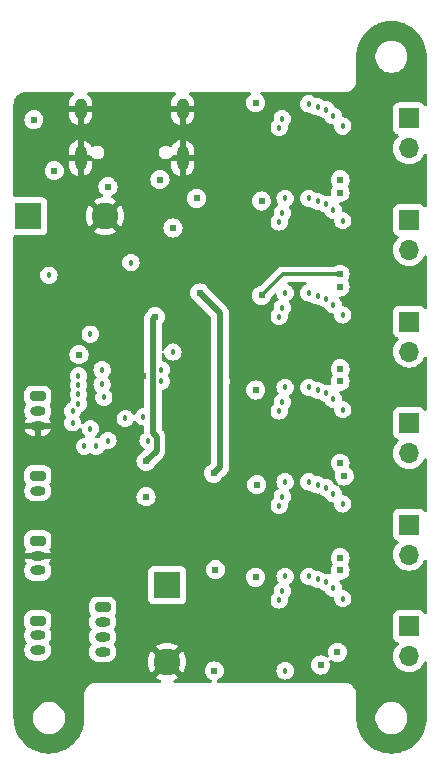
<source format=gbr>
%TF.GenerationSoftware,KiCad,Pcbnew,8.0.8*%
%TF.CreationDate,2025-02-02T15:52:32-05:00*%
%TF.ProjectId,CAN Board,43414e20-426f-4617-9264-2e6b69636164,rev?*%
%TF.SameCoordinates,Original*%
%TF.FileFunction,Copper,L4,Bot*%
%TF.FilePolarity,Positive*%
%FSLAX46Y46*%
G04 Gerber Fmt 4.6, Leading zero omitted, Abs format (unit mm)*
G04 Created by KiCad (PCBNEW 8.0.8) date 2025-02-02 15:52:32*
%MOMM*%
%LPD*%
G01*
G04 APERTURE LIST*
G04 Aperture macros list*
%AMRoundRect*
0 Rectangle with rounded corners*
0 $1 Rounding radius*
0 $2 $3 $4 $5 $6 $7 $8 $9 X,Y pos of 4 corners*
0 Add a 4 corners polygon primitive as box body*
4,1,4,$2,$3,$4,$5,$6,$7,$8,$9,$2,$3,0*
0 Add four circle primitives for the rounded corners*
1,1,$1+$1,$2,$3*
1,1,$1+$1,$4,$5*
1,1,$1+$1,$6,$7*
1,1,$1+$1,$8,$9*
0 Add four rect primitives between the rounded corners*
20,1,$1+$1,$2,$3,$4,$5,0*
20,1,$1+$1,$4,$5,$6,$7,0*
20,1,$1+$1,$6,$7,$8,$9,0*
20,1,$1+$1,$8,$9,$2,$3,0*%
G04 Aperture macros list end*
%TA.AperFunction,ComponentPad*%
%ADD10O,1.000000X2.100000*%
%TD*%
%TA.AperFunction,ComponentPad*%
%ADD11O,1.000000X1.800000*%
%TD*%
%TA.AperFunction,ComponentPad*%
%ADD12RoundRect,0.200000X-0.450000X0.200000X-0.450000X-0.200000X0.450000X-0.200000X0.450000X0.200000X0*%
%TD*%
%TA.AperFunction,ComponentPad*%
%ADD13O,1.300000X0.800000*%
%TD*%
%TA.AperFunction,ComponentPad*%
%ADD14R,1.700000X1.700000*%
%TD*%
%TA.AperFunction,ComponentPad*%
%ADD15O,1.700000X1.700000*%
%TD*%
%TA.AperFunction,ComponentPad*%
%ADD16R,2.250000X2.250000*%
%TD*%
%TA.AperFunction,ComponentPad*%
%ADD17C,2.250000*%
%TD*%
%TA.AperFunction,ViaPad*%
%ADD18C,0.457200*%
%TD*%
%TA.AperFunction,ViaPad*%
%ADD19C,0.610000*%
%TD*%
%TA.AperFunction,Conductor*%
%ADD20C,0.508000*%
%TD*%
%TA.AperFunction,Conductor*%
%ADD21C,0.304800*%
%TD*%
G04 APERTURE END LIST*
D10*
%TO.P,J3,S1,SHIELD*%
%TO.N,GND*%
X41320000Y-17605000D03*
D11*
X41320000Y-13425000D03*
D10*
X32680000Y-17605000D03*
D11*
X32680000Y-13425000D03*
%TD*%
D12*
%TO.P,J2,1,Pin_1*%
%TO.N,SPI1 TX*%
X34550000Y-55625000D03*
D13*
%TO.P,J2,2,Pin_2*%
%TO.N,SPI1 RX*%
X34550000Y-56875000D03*
%TO.P,J2,3,Pin_3*%
%TO.N,SPI1 CSn*%
X34550000Y-58125000D03*
%TO.P,J2,4,Pin_4*%
%TO.N,SPI1 SCK*%
X34550000Y-59375000D03*
%TD*%
D14*
%TO.P,J8,1,Pin_1*%
%TO.N,CAN5H*%
X60500000Y-48625000D03*
D15*
%TO.P,J8,2,Pin_2*%
%TO.N,CAN5L*%
X60500000Y-51165000D03*
%TD*%
D16*
%TO.P,SW2,1,1*%
%TO.N,Net-(R5-Pad2)*%
X28250000Y-22500000D03*
D17*
%TO.P,SW2,2,2*%
%TO.N,GND*%
X34750000Y-22500000D03*
%TD*%
D14*
%TO.P,J7,1,Pin_1*%
%TO.N,CAN4H*%
X60500000Y-40025000D03*
D15*
%TO.P,J7,2,Pin_2*%
%TO.N,CAN4L*%
X60500000Y-42565000D03*
%TD*%
D12*
%TO.P,J10,1,Pin_1*%
%TO.N,TX0*%
X29050000Y-44500000D03*
D13*
%TO.P,J10,2,Pin_2*%
%TO.N,RX0*%
X29050000Y-45750000D03*
%TD*%
D12*
%TO.P,J1,1,Pin_1*%
%TO.N,GPIO 15*%
X29050000Y-56750000D03*
D13*
%TO.P,J1,2,Pin_2*%
%TO.N,ADC 0*%
X29050000Y-58000000D03*
%TO.P,J1,3,Pin_3*%
%TO.N,ADC 1*%
X29050000Y-59250000D03*
%TD*%
D14*
%TO.P,J6,1,Pin_1*%
%TO.N,CAN3H*%
X60500000Y-31425000D03*
D15*
%TO.P,J6,2,Pin_2*%
%TO.N,CAN3L*%
X60500000Y-33965000D03*
%TD*%
D14*
%TO.P,J9,1,Pin_1*%
%TO.N,CAN6H*%
X60500000Y-57225000D03*
D15*
%TO.P,J9,2,Pin_2*%
%TO.N,CAN6L*%
X60500000Y-59765000D03*
%TD*%
D12*
%TO.P,J12,1,Pin_1*%
%TO.N,+5V*%
X29050000Y-37750000D03*
D13*
%TO.P,J12,2,Pin_2*%
%TO.N,+3V3*%
X29050000Y-39000000D03*
%TO.P,J12,3,Pin_3*%
%TO.N,GND*%
X29050000Y-40250000D03*
%TD*%
D14*
%TO.P,J5,1,Pin_1*%
%TO.N,CAN2H*%
X60500000Y-22825000D03*
D15*
%TO.P,J5,2,Pin_2*%
%TO.N,CAN2L*%
X60500000Y-25365000D03*
%TD*%
D14*
%TO.P,J4,1,Pin_1*%
%TO.N,CAN1H*%
X60500000Y-14225000D03*
D15*
%TO.P,J4,2,Pin_2*%
%TO.N,CAN1L*%
X60500000Y-16765000D03*
%TD*%
D12*
%TO.P,J11,1,Pin_1*%
%TO.N,SWCLK*%
X29050000Y-50000000D03*
D13*
%TO.P,J11,2,Pin_2*%
%TO.N,GND*%
X29050000Y-51250000D03*
%TO.P,J11,3,Pin_3*%
%TO.N,SWD*%
X29050000Y-52500000D03*
%TD*%
D16*
%TO.P,SW1,1,1*%
%TO.N,RUN*%
X40000000Y-53750000D03*
D17*
%TO.P,SW1,2,2*%
%TO.N,GND*%
X40000000Y-60250000D03*
%TD*%
D18*
%TO.N,GND*%
X60500000Y-20000000D03*
X60500000Y-28500000D03*
X60500000Y-37000000D03*
X60500000Y-45500000D03*
X60500000Y-54000000D03*
X32000000Y-63000000D03*
X57000000Y-63000000D03*
X57000000Y-11000000D03*
D19*
X50969058Y-52387858D03*
X50969058Y-44387858D03*
D18*
X40500000Y-27000000D03*
D19*
X48000000Y-43000000D03*
X43500000Y-33045200D03*
X56225000Y-32500000D03*
X56225000Y-50000000D03*
X43000000Y-49000000D03*
X43000000Y-41000000D03*
X56225000Y-24000000D03*
D18*
X33542800Y-43500000D03*
D19*
X48000000Y-51000000D03*
X50969058Y-28387858D03*
X48500000Y-19000000D03*
X43000000Y-57000000D03*
X50928458Y-36418800D03*
D18*
X48500000Y-27000000D03*
D19*
X38000000Y-36000000D03*
X56225000Y-15500000D03*
X56225000Y-41500000D03*
D18*
X40500000Y-45000000D03*
D19*
X29500000Y-16500000D03*
X50969058Y-20387858D03*
X28400000Y-32229559D03*
X56225000Y-58500000D03*
D18*
X48000000Y-59000000D03*
X40704600Y-47500000D03*
D19*
X50969058Y-60387858D03*
X37500000Y-53000000D03*
X44210100Y-24500000D03*
X48500000Y-35000000D03*
X44197600Y-16027400D03*
%TO.N,+1V1*%
X39000000Y-31000000D03*
X38225000Y-43261282D03*
%TO.N,+3V3*%
X47500000Y-12890600D03*
X32543692Y-34218800D03*
X54655500Y-35425700D03*
X40500000Y-23500000D03*
X47500000Y-53081200D03*
X48000000Y-29215200D03*
X54655500Y-51425700D03*
X47590500Y-45228500D03*
X54655500Y-43425700D03*
D18*
X36943750Y-26443750D03*
D19*
X47500000Y-37215200D03*
X54655500Y-19425700D03*
X38225000Y-46258021D03*
X30450000Y-18651863D03*
X48000000Y-21215200D03*
X54655500Y-27425700D03*
D18*
X40500000Y-34000000D03*
D19*
X54425700Y-59425700D03*
%TO.N,+5V*%
X42500000Y-21000000D03*
X55000000Y-44500000D03*
X54655500Y-20500000D03*
X54655500Y-52500000D03*
X35000000Y-20000000D03*
X28725000Y-14342515D03*
X42776400Y-29000000D03*
X54655500Y-28500000D03*
X44000000Y-61000000D03*
X39400000Y-19400000D03*
X54655500Y-36500000D03*
X53000000Y-60500000D03*
X44101860Y-52423800D03*
X43953060Y-44275000D03*
X44500000Y-36500000D03*
D18*
%TO.N,SWCLK*%
X38000000Y-39500000D03*
%TO.N,SWD*%
X38400000Y-41500000D03*
%TO.N,/QSPI_SS*%
X30000000Y-27500000D03*
X33500000Y-32500000D03*
%TO.N,SPI0 RX*%
X52750000Y-53250000D03*
X52750000Y-13250000D03*
X52750000Y-45250000D03*
X52750000Y-29250000D03*
X34500000Y-36750000D03*
X52750000Y-21250000D03*
X52750000Y-37250000D03*
%TO.N,SPI0 6CS*%
X32000000Y-40000000D03*
X52000000Y-53000000D03*
%TO.N,SPI0 2CS*%
X52000000Y-21000000D03*
X34647693Y-37852307D03*
%TO.N,SPI0 SCK*%
X54074300Y-22000000D03*
X54074300Y-30000000D03*
X54074300Y-46000000D03*
X54074300Y-14000000D03*
X54074300Y-38000000D03*
X34500000Y-35500000D03*
X54074300Y-54000000D03*
%TO.N,SPI0 TX*%
X53500000Y-37500000D03*
X53500000Y-45500000D03*
X53500000Y-29500000D03*
X53500000Y-13500000D03*
X53500000Y-21500000D03*
X32500000Y-36000000D03*
X53500000Y-53500000D03*
%TO.N,SPI0 4CS*%
X52000000Y-37000000D03*
X32500000Y-38400001D03*
%TO.N,SPI0 1CS*%
X52000000Y-13000000D03*
X32500000Y-36799999D03*
%TO.N,SPI0 5CS*%
X52000000Y-45000000D03*
X32000000Y-39000000D03*
%TO.N,SPI0 3CS*%
X52000000Y-29000000D03*
X32501956Y-37600000D03*
%TO.N,Net-(U4-TXCAN)*%
X49750000Y-14250000D03*
X54875000Y-14875000D03*
%TO.N,Net-(U4-RXCAN)*%
X49500000Y-15000000D03*
X50000000Y-21000000D03*
%TO.N,Net-(U5-TXCAN)*%
X54875000Y-22875000D03*
X49750000Y-22250000D03*
%TO.N,Net-(U5-RXCAN)*%
X50000000Y-29000000D03*
X49500000Y-23000000D03*
%TO.N,Net-(U6-RXCAN)*%
X49500000Y-31000000D03*
X50000000Y-37000000D03*
%TO.N,Net-(U6-TXCAN)*%
X49750000Y-30250000D03*
X54875000Y-30875000D03*
%TO.N,Net-(U7-RXCAN)*%
X49500000Y-39000000D03*
X50000000Y-45000000D03*
%TO.N,ADC 1*%
X39500000Y-35500000D03*
%TO.N,Net-(U7-TXCAN)*%
X54875000Y-38875000D03*
X49750000Y-38250000D03*
%TO.N,SPI1 TX*%
X33500000Y-40500000D03*
%TO.N,Net-(U8-RXCAN)*%
X49500000Y-47000000D03*
X50000000Y-53000000D03*
%TO.N,Net-(U8-TXCAN)*%
X54875000Y-46875000D03*
X49750000Y-46250000D03*
%TO.N,Net-(U9-RXCAN)*%
X50000000Y-61000000D03*
X49500000Y-55000000D03*
%TO.N,Net-(U9-TXCAN)*%
X49750000Y-54250000D03*
X54875000Y-54875000D03*
%TO.N,SPI1 SCK*%
X35000000Y-41500000D03*
%TO.N,SPI1 RX*%
X33000000Y-42000000D03*
%TO.N,SPI1 CSn*%
X34000000Y-42000000D03*
%TO.N,ADC 0*%
X39500000Y-36500000D03*
%TO.N,GPIO 15*%
X36465692Y-39619152D03*
%TD*%
D20*
%TO.N,GND*%
X32675000Y-17045000D02*
X32675000Y-13665000D01*
%TO.N,+1V1*%
X39111000Y-42375282D02*
X38225000Y-43261282D01*
X38789000Y-31211000D02*
X38789000Y-40883494D01*
X38789000Y-40883494D02*
X39111000Y-41205494D01*
X39000000Y-31000000D02*
X38789000Y-31211000D01*
X39111000Y-41205494D02*
X39111000Y-42375282D01*
D21*
%TO.N,+3V3*%
X48000000Y-29215200D02*
X49789500Y-27425700D01*
X49789500Y-27425700D02*
X54655500Y-27425700D01*
D20*
%TO.N,+5V*%
X44500000Y-43728060D02*
X44500000Y-36500000D01*
X44500000Y-30723600D02*
X42776400Y-29000000D01*
X43953060Y-44275000D02*
X44500000Y-43728060D01*
X44500000Y-36500000D02*
X44500000Y-30723600D01*
%TD*%
%TA.AperFunction,Conductor*%
%TO.N,GND*%
G36*
X59047250Y-6000209D02*
G01*
X59341365Y-6017340D01*
X59355685Y-6019013D01*
X59685322Y-6077137D01*
X59699345Y-6080461D01*
X60019310Y-6176252D01*
X60020009Y-6176461D01*
X60033561Y-6181393D01*
X60340916Y-6313973D01*
X60353788Y-6320438D01*
X60643668Y-6487801D01*
X60655716Y-6495725D01*
X60924205Y-6695607D01*
X60935251Y-6704876D01*
X61178716Y-6934574D01*
X61188611Y-6945062D01*
X61403763Y-7201469D01*
X61412374Y-7213036D01*
X61596308Y-7492694D01*
X61603519Y-7505182D01*
X61753741Y-7804301D01*
X61759452Y-7817541D01*
X61873933Y-8132073D01*
X61878069Y-8145888D01*
X61955261Y-8471586D01*
X61957765Y-8485787D01*
X61996728Y-8819145D01*
X61997553Y-8831737D01*
X61999987Y-8999104D01*
X62000000Y-9000907D01*
X62000000Y-13035565D01*
X61980315Y-13102604D01*
X61927511Y-13148359D01*
X61858353Y-13158303D01*
X61794797Y-13129278D01*
X61776734Y-13109876D01*
X61707547Y-13017455D01*
X61707544Y-13017452D01*
X61592335Y-12931206D01*
X61592328Y-12931202D01*
X61457482Y-12880908D01*
X61457483Y-12880908D01*
X61397883Y-12874501D01*
X61397881Y-12874500D01*
X61397873Y-12874500D01*
X61397864Y-12874500D01*
X59602129Y-12874500D01*
X59602123Y-12874501D01*
X59542516Y-12880908D01*
X59407671Y-12931202D01*
X59407664Y-12931206D01*
X59292455Y-13017452D01*
X59292452Y-13017455D01*
X59206206Y-13132664D01*
X59206202Y-13132671D01*
X59155908Y-13267517D01*
X59149501Y-13327116D01*
X59149500Y-13327135D01*
X59149500Y-15122870D01*
X59149501Y-15122876D01*
X59155908Y-15182483D01*
X59206202Y-15317328D01*
X59206206Y-15317335D01*
X59292452Y-15432544D01*
X59292455Y-15432547D01*
X59407664Y-15518793D01*
X59407671Y-15518797D01*
X59539081Y-15567810D01*
X59595015Y-15609681D01*
X59619432Y-15675145D01*
X59604580Y-15743418D01*
X59583430Y-15771673D01*
X59461503Y-15893600D01*
X59325965Y-16087169D01*
X59325964Y-16087171D01*
X59226098Y-16301335D01*
X59226094Y-16301344D01*
X59164938Y-16529586D01*
X59164936Y-16529596D01*
X59144341Y-16764999D01*
X59144341Y-16765000D01*
X59164936Y-17000403D01*
X59164938Y-17000413D01*
X59226094Y-17228655D01*
X59226096Y-17228659D01*
X59226097Y-17228663D01*
X59313920Y-17417000D01*
X59325965Y-17442830D01*
X59325967Y-17442834D01*
X59414111Y-17568715D01*
X59461505Y-17636401D01*
X59628599Y-17803495D01*
X59682542Y-17841266D01*
X59822165Y-17939032D01*
X59822167Y-17939033D01*
X59822170Y-17939035D01*
X60036337Y-18038903D01*
X60264592Y-18100063D01*
X60452918Y-18116539D01*
X60499999Y-18120659D01*
X60500000Y-18120659D01*
X60500001Y-18120659D01*
X60539234Y-18117226D01*
X60735408Y-18100063D01*
X60963663Y-18038903D01*
X61177830Y-17939035D01*
X61371401Y-17803495D01*
X61538495Y-17636401D01*
X61674035Y-17442830D01*
X61763619Y-17250716D01*
X61809790Y-17198279D01*
X61876984Y-17179127D01*
X61943865Y-17199343D01*
X61989199Y-17252508D01*
X62000000Y-17303123D01*
X62000000Y-21635565D01*
X61980315Y-21702604D01*
X61927511Y-21748359D01*
X61858353Y-21758303D01*
X61794797Y-21729278D01*
X61776734Y-21709876D01*
X61707547Y-21617455D01*
X61707544Y-21617452D01*
X61592335Y-21531206D01*
X61592328Y-21531202D01*
X61457482Y-21480908D01*
X61457483Y-21480908D01*
X61397883Y-21474501D01*
X61397881Y-21474500D01*
X61397873Y-21474500D01*
X61397864Y-21474500D01*
X59602129Y-21474500D01*
X59602123Y-21474501D01*
X59542516Y-21480908D01*
X59407671Y-21531202D01*
X59407664Y-21531206D01*
X59292455Y-21617452D01*
X59292452Y-21617455D01*
X59206206Y-21732664D01*
X59206202Y-21732671D01*
X59155908Y-21867517D01*
X59149501Y-21927116D01*
X59149500Y-21927135D01*
X59149500Y-23722870D01*
X59149501Y-23722876D01*
X59155908Y-23782483D01*
X59206202Y-23917328D01*
X59206206Y-23917335D01*
X59292452Y-24032544D01*
X59292455Y-24032547D01*
X59407664Y-24118793D01*
X59407671Y-24118797D01*
X59539081Y-24167810D01*
X59595015Y-24209681D01*
X59619432Y-24275145D01*
X59604580Y-24343418D01*
X59583430Y-24371673D01*
X59461503Y-24493600D01*
X59325965Y-24687169D01*
X59325964Y-24687171D01*
X59226098Y-24901335D01*
X59226094Y-24901344D01*
X59164938Y-25129586D01*
X59164936Y-25129596D01*
X59144341Y-25364999D01*
X59144341Y-25365000D01*
X59164936Y-25600403D01*
X59164938Y-25600413D01*
X59226094Y-25828655D01*
X59226096Y-25828659D01*
X59226097Y-25828663D01*
X59325965Y-26042830D01*
X59325967Y-26042834D01*
X59383784Y-26125404D01*
X59461505Y-26236401D01*
X59628599Y-26403495D01*
X59725384Y-26471265D01*
X59822165Y-26539032D01*
X59822167Y-26539033D01*
X59822170Y-26539035D01*
X60036337Y-26638903D01*
X60264592Y-26700063D01*
X60452918Y-26716539D01*
X60499999Y-26720659D01*
X60500000Y-26720659D01*
X60500001Y-26720659D01*
X60539234Y-26717226D01*
X60735408Y-26700063D01*
X60963663Y-26638903D01*
X61177830Y-26539035D01*
X61371401Y-26403495D01*
X61538495Y-26236401D01*
X61674035Y-26042830D01*
X61763619Y-25850716D01*
X61809790Y-25798279D01*
X61876984Y-25779127D01*
X61943865Y-25799343D01*
X61989199Y-25852508D01*
X62000000Y-25903123D01*
X62000000Y-30235565D01*
X61980315Y-30302604D01*
X61927511Y-30348359D01*
X61858353Y-30358303D01*
X61794797Y-30329278D01*
X61776734Y-30309876D01*
X61707547Y-30217455D01*
X61707544Y-30217452D01*
X61592335Y-30131206D01*
X61592328Y-30131202D01*
X61457482Y-30080908D01*
X61457483Y-30080908D01*
X61397883Y-30074501D01*
X61397881Y-30074500D01*
X61397873Y-30074500D01*
X61397864Y-30074500D01*
X59602129Y-30074500D01*
X59602123Y-30074501D01*
X59542516Y-30080908D01*
X59407671Y-30131202D01*
X59407664Y-30131206D01*
X59292455Y-30217452D01*
X59292452Y-30217455D01*
X59206206Y-30332664D01*
X59206202Y-30332671D01*
X59155908Y-30467517D01*
X59149501Y-30527116D01*
X59149500Y-30527135D01*
X59149500Y-32322870D01*
X59149501Y-32322876D01*
X59155908Y-32382483D01*
X59206202Y-32517328D01*
X59206206Y-32517335D01*
X59292452Y-32632544D01*
X59292455Y-32632547D01*
X59407664Y-32718793D01*
X59407671Y-32718797D01*
X59539081Y-32767810D01*
X59595015Y-32809681D01*
X59619432Y-32875145D01*
X59604580Y-32943418D01*
X59583430Y-32971673D01*
X59461503Y-33093600D01*
X59325965Y-33287169D01*
X59325964Y-33287171D01*
X59226098Y-33501335D01*
X59226094Y-33501344D01*
X59164938Y-33729586D01*
X59164936Y-33729596D01*
X59144341Y-33964999D01*
X59144341Y-33965000D01*
X59164936Y-34200403D01*
X59164938Y-34200413D01*
X59226094Y-34428655D01*
X59226096Y-34428659D01*
X59226097Y-34428663D01*
X59292239Y-34570505D01*
X59325965Y-34642830D01*
X59325967Y-34642834D01*
X59415842Y-34771188D01*
X59461505Y-34836401D01*
X59628599Y-35003495D01*
X59684357Y-35042537D01*
X59822165Y-35139032D01*
X59822167Y-35139033D01*
X59822170Y-35139035D01*
X60036337Y-35238903D01*
X60036343Y-35238904D01*
X60036344Y-35238905D01*
X60060323Y-35245330D01*
X60264592Y-35300063D01*
X60452918Y-35316539D01*
X60499999Y-35320659D01*
X60500000Y-35320659D01*
X60500001Y-35320659D01*
X60539234Y-35317226D01*
X60735408Y-35300063D01*
X60963663Y-35238903D01*
X61177830Y-35139035D01*
X61371401Y-35003495D01*
X61538495Y-34836401D01*
X61674035Y-34642830D01*
X61763619Y-34450716D01*
X61809790Y-34398279D01*
X61876984Y-34379127D01*
X61943865Y-34399343D01*
X61989199Y-34452508D01*
X62000000Y-34503123D01*
X62000000Y-38835565D01*
X61980315Y-38902604D01*
X61927511Y-38948359D01*
X61858353Y-38958303D01*
X61794797Y-38929278D01*
X61776734Y-38909876D01*
X61707547Y-38817455D01*
X61707544Y-38817452D01*
X61592335Y-38731206D01*
X61592328Y-38731202D01*
X61457482Y-38680908D01*
X61457483Y-38680908D01*
X61397883Y-38674501D01*
X61397881Y-38674500D01*
X61397873Y-38674500D01*
X61397864Y-38674500D01*
X59602129Y-38674500D01*
X59602123Y-38674501D01*
X59542516Y-38680908D01*
X59407671Y-38731202D01*
X59407664Y-38731206D01*
X59292455Y-38817452D01*
X59292452Y-38817455D01*
X59206206Y-38932664D01*
X59206202Y-38932671D01*
X59155908Y-39067517D01*
X59149501Y-39127116D01*
X59149500Y-39127135D01*
X59149500Y-40922870D01*
X59149501Y-40922876D01*
X59155908Y-40982483D01*
X59206202Y-41117328D01*
X59206206Y-41117335D01*
X59292452Y-41232544D01*
X59292455Y-41232547D01*
X59407664Y-41318793D01*
X59407671Y-41318797D01*
X59539081Y-41367810D01*
X59595015Y-41409681D01*
X59619432Y-41475145D01*
X59604580Y-41543418D01*
X59583430Y-41571673D01*
X59461503Y-41693600D01*
X59325965Y-41887169D01*
X59325964Y-41887171D01*
X59226098Y-42101335D01*
X59226094Y-42101344D01*
X59164938Y-42329586D01*
X59164936Y-42329596D01*
X59144341Y-42564999D01*
X59144341Y-42565000D01*
X59164936Y-42800403D01*
X59164938Y-42800413D01*
X59226094Y-43028655D01*
X59226096Y-43028659D01*
X59226097Y-43028663D01*
X59325965Y-43242830D01*
X59325967Y-43242834D01*
X59338882Y-43261278D01*
X59461505Y-43436401D01*
X59628599Y-43603495D01*
X59682519Y-43641250D01*
X59822165Y-43739032D01*
X59822167Y-43739033D01*
X59822170Y-43739035D01*
X60036337Y-43838903D01*
X60264592Y-43900063D01*
X60452918Y-43916539D01*
X60499999Y-43920659D01*
X60500000Y-43920659D01*
X60500001Y-43920659D01*
X60539234Y-43917226D01*
X60735408Y-43900063D01*
X60963663Y-43838903D01*
X61177830Y-43739035D01*
X61371401Y-43603495D01*
X61538495Y-43436401D01*
X61674035Y-43242830D01*
X61763619Y-43050716D01*
X61809790Y-42998279D01*
X61876984Y-42979127D01*
X61943865Y-42999343D01*
X61989199Y-43052508D01*
X62000000Y-43103123D01*
X62000000Y-47435565D01*
X61980315Y-47502604D01*
X61927511Y-47548359D01*
X61858353Y-47558303D01*
X61794797Y-47529278D01*
X61776734Y-47509876D01*
X61707547Y-47417455D01*
X61707544Y-47417452D01*
X61592335Y-47331206D01*
X61592328Y-47331202D01*
X61457482Y-47280908D01*
X61457483Y-47280908D01*
X61397883Y-47274501D01*
X61397881Y-47274500D01*
X61397873Y-47274500D01*
X61397864Y-47274500D01*
X59602129Y-47274500D01*
X59602123Y-47274501D01*
X59542516Y-47280908D01*
X59407671Y-47331202D01*
X59407664Y-47331206D01*
X59292455Y-47417452D01*
X59292452Y-47417455D01*
X59206206Y-47532664D01*
X59206202Y-47532671D01*
X59155908Y-47667517D01*
X59149501Y-47727116D01*
X59149500Y-47727135D01*
X59149500Y-49522870D01*
X59149501Y-49522876D01*
X59155908Y-49582483D01*
X59206202Y-49717328D01*
X59206206Y-49717335D01*
X59292452Y-49832544D01*
X59292455Y-49832547D01*
X59407664Y-49918793D01*
X59407671Y-49918797D01*
X59539081Y-49967810D01*
X59595015Y-50009681D01*
X59619432Y-50075145D01*
X59604580Y-50143418D01*
X59583430Y-50171673D01*
X59461503Y-50293600D01*
X59325965Y-50487169D01*
X59325964Y-50487171D01*
X59226098Y-50701335D01*
X59226094Y-50701344D01*
X59164938Y-50929586D01*
X59164936Y-50929596D01*
X59144341Y-51164999D01*
X59144341Y-51165000D01*
X59164936Y-51400403D01*
X59164938Y-51400413D01*
X59226094Y-51628655D01*
X59226096Y-51628659D01*
X59226097Y-51628663D01*
X59295457Y-51777405D01*
X59325965Y-51842830D01*
X59325967Y-51842834D01*
X59409119Y-51961586D01*
X59461505Y-52036401D01*
X59628599Y-52203495D01*
X59676926Y-52237334D01*
X59822165Y-52339032D01*
X59822167Y-52339033D01*
X59822170Y-52339035D01*
X60036337Y-52438903D01*
X60264592Y-52500063D01*
X60450029Y-52516287D01*
X60499999Y-52520659D01*
X60500000Y-52520659D01*
X60500001Y-52520659D01*
X60549971Y-52516287D01*
X60735408Y-52500063D01*
X60963663Y-52438903D01*
X61177830Y-52339035D01*
X61371401Y-52203495D01*
X61538495Y-52036401D01*
X61674035Y-51842830D01*
X61763619Y-51650716D01*
X61809790Y-51598279D01*
X61876984Y-51579127D01*
X61943865Y-51599343D01*
X61989199Y-51652508D01*
X62000000Y-51703123D01*
X62000000Y-56035565D01*
X61980315Y-56102604D01*
X61927511Y-56148359D01*
X61858353Y-56158303D01*
X61794797Y-56129278D01*
X61776734Y-56109876D01*
X61707547Y-56017455D01*
X61707544Y-56017452D01*
X61592335Y-55931206D01*
X61592328Y-55931202D01*
X61457482Y-55880908D01*
X61457483Y-55880908D01*
X61397883Y-55874501D01*
X61397881Y-55874500D01*
X61397873Y-55874500D01*
X61397864Y-55874500D01*
X59602129Y-55874500D01*
X59602123Y-55874501D01*
X59542516Y-55880908D01*
X59407671Y-55931202D01*
X59407664Y-55931206D01*
X59292455Y-56017452D01*
X59292452Y-56017455D01*
X59206206Y-56132664D01*
X59206202Y-56132671D01*
X59155908Y-56267517D01*
X59149501Y-56327116D01*
X59149500Y-56327135D01*
X59149500Y-58122870D01*
X59149501Y-58122876D01*
X59155908Y-58182483D01*
X59206202Y-58317328D01*
X59206206Y-58317335D01*
X59292452Y-58432544D01*
X59292455Y-58432547D01*
X59407664Y-58518793D01*
X59407671Y-58518797D01*
X59539081Y-58567810D01*
X59595015Y-58609681D01*
X59619432Y-58675145D01*
X59604580Y-58743418D01*
X59583430Y-58771673D01*
X59461503Y-58893600D01*
X59325965Y-59087169D01*
X59325964Y-59087171D01*
X59226098Y-59301335D01*
X59226094Y-59301344D01*
X59164938Y-59529586D01*
X59164936Y-59529596D01*
X59144341Y-59764999D01*
X59144341Y-59765000D01*
X59164936Y-60000403D01*
X59164938Y-60000413D01*
X59226094Y-60228655D01*
X59226096Y-60228659D01*
X59226097Y-60228663D01*
X59290255Y-60366249D01*
X59325965Y-60442830D01*
X59325967Y-60442834D01*
X59406531Y-60557890D01*
X59461505Y-60636401D01*
X59628599Y-60803495D01*
X59725384Y-60871265D01*
X59822165Y-60939032D01*
X59822167Y-60939033D01*
X59822170Y-60939035D01*
X60036337Y-61038903D01*
X60264592Y-61100063D01*
X60452918Y-61116539D01*
X60499999Y-61120659D01*
X60500000Y-61120659D01*
X60500001Y-61120659D01*
X60539234Y-61117226D01*
X60735408Y-61100063D01*
X60963663Y-61038903D01*
X61177830Y-60939035D01*
X61371401Y-60803495D01*
X61538495Y-60636401D01*
X61674035Y-60442830D01*
X61763619Y-60250716D01*
X61809790Y-60198279D01*
X61876984Y-60179127D01*
X61943865Y-60199343D01*
X61989199Y-60252508D01*
X62000000Y-60303123D01*
X62000000Y-64999092D01*
X61999987Y-65000895D01*
X61997553Y-65168262D01*
X61996728Y-65180854D01*
X61957765Y-65514212D01*
X61955261Y-65528413D01*
X61878069Y-65854111D01*
X61873933Y-65867926D01*
X61759452Y-66182458D01*
X61753741Y-66195698D01*
X61603519Y-66494817D01*
X61596308Y-66507305D01*
X61412374Y-66786963D01*
X61403763Y-66798530D01*
X61188611Y-67054937D01*
X61178716Y-67065425D01*
X60935251Y-67295123D01*
X60924205Y-67304392D01*
X60655716Y-67504274D01*
X60643668Y-67512198D01*
X60353795Y-67679557D01*
X60340909Y-67686029D01*
X60033560Y-67818606D01*
X60020009Y-67823538D01*
X59699349Y-67919537D01*
X59685318Y-67922862D01*
X59355686Y-67980985D01*
X59341364Y-67982659D01*
X59047251Y-67999790D01*
X59040041Y-68000000D01*
X58959959Y-68000000D01*
X58952749Y-67999790D01*
X58658635Y-67982659D01*
X58644313Y-67980985D01*
X58314681Y-67922862D01*
X58300650Y-67919537D01*
X57979990Y-67823538D01*
X57966439Y-67818606D01*
X57659090Y-67686029D01*
X57646204Y-67679557D01*
X57356331Y-67512198D01*
X57344283Y-67504274D01*
X57075794Y-67304392D01*
X57064748Y-67295123D01*
X56821283Y-67065425D01*
X56811388Y-67054937D01*
X56596236Y-66798530D01*
X56587625Y-66786963D01*
X56403691Y-66507305D01*
X56396485Y-66494826D01*
X56246256Y-66195693D01*
X56240547Y-66182458D01*
X56231816Y-66158471D01*
X56126064Y-65867921D01*
X56121930Y-65854111D01*
X56044736Y-65528405D01*
X56042234Y-65514212D01*
X56003271Y-65180854D01*
X56002446Y-65168261D01*
X56000013Y-65000894D01*
X56000000Y-64999092D01*
X56000000Y-64893399D01*
X57645500Y-64893399D01*
X57645500Y-65106600D01*
X57678853Y-65317180D01*
X57678853Y-65317183D01*
X57744734Y-65519944D01*
X57744736Y-65519947D01*
X57841528Y-65709913D01*
X57966846Y-65882397D01*
X58117603Y-66033154D01*
X58290087Y-66158472D01*
X58480053Y-66255264D01*
X58480055Y-66255265D01*
X58669182Y-66316715D01*
X58682821Y-66321147D01*
X58893399Y-66354500D01*
X58893400Y-66354500D01*
X59106600Y-66354500D01*
X59106601Y-66354500D01*
X59317179Y-66321147D01*
X59317182Y-66321146D01*
X59317183Y-66321146D01*
X59519944Y-66255265D01*
X59519944Y-66255264D01*
X59519947Y-66255264D01*
X59709913Y-66158472D01*
X59882397Y-66033154D01*
X60033154Y-65882397D01*
X60158472Y-65709913D01*
X60255264Y-65519947D01*
X60321147Y-65317179D01*
X60354500Y-65106601D01*
X60354500Y-64893399D01*
X60321147Y-64682821D01*
X60321146Y-64682817D01*
X60321146Y-64682816D01*
X60255265Y-64480055D01*
X60255263Y-64480052D01*
X60158471Y-64290086D01*
X60033154Y-64117603D01*
X59882397Y-63966846D01*
X59709913Y-63841528D01*
X59519947Y-63744736D01*
X59519944Y-63744734D01*
X59317181Y-63678853D01*
X59176793Y-63656617D01*
X59106601Y-63645500D01*
X58893399Y-63645500D01*
X58823206Y-63656617D01*
X58682819Y-63678853D01*
X58682816Y-63678853D01*
X58480055Y-63744734D01*
X58480052Y-63744736D01*
X58290086Y-63841528D01*
X58117601Y-63966847D01*
X57966847Y-64117601D01*
X57841528Y-64290086D01*
X57744736Y-64480052D01*
X57744734Y-64480055D01*
X57678853Y-64682816D01*
X57678853Y-64682819D01*
X57645500Y-64893399D01*
X56000000Y-64893399D01*
X56000000Y-63000007D01*
X56000000Y-63000000D01*
X55997593Y-62901746D01*
X55959256Y-62709013D01*
X55884055Y-62527463D01*
X55884053Y-62527460D01*
X55884051Y-62527456D01*
X55774881Y-62364072D01*
X55774878Y-62364068D01*
X55635931Y-62225121D01*
X55635927Y-62225118D01*
X55472543Y-62115948D01*
X55472533Y-62115943D01*
X55290987Y-62040744D01*
X55290979Y-62040742D01*
X55098261Y-62002408D01*
X55098256Y-62002407D01*
X55098254Y-62002407D01*
X55000000Y-62000000D01*
X54999992Y-62000000D01*
X44310826Y-62000000D01*
X44243787Y-61980315D01*
X44198032Y-61927511D01*
X44188088Y-61858353D01*
X44217113Y-61794797D01*
X44269871Y-61758958D01*
X44272991Y-61757865D01*
X44351705Y-61730323D01*
X44505399Y-61633750D01*
X44633750Y-61505399D01*
X44730323Y-61351705D01*
X44790274Y-61180375D01*
X44792202Y-61163265D01*
X44810597Y-61000003D01*
X44810597Y-60999996D01*
X49266287Y-60999996D01*
X49266287Y-61000003D01*
X49284681Y-61163261D01*
X49284682Y-61163265D01*
X49338947Y-61318347D01*
X49359908Y-61351706D01*
X49426360Y-61457463D01*
X49542537Y-61573640D01*
X49624821Y-61625343D01*
X49638201Y-61633750D01*
X49681654Y-61661053D01*
X49836733Y-61715317D01*
X49836734Y-61715317D01*
X49836738Y-61715318D01*
X49999996Y-61733713D01*
X50000000Y-61733713D01*
X50000004Y-61733713D01*
X50163261Y-61715318D01*
X50163263Y-61715317D01*
X50163267Y-61715317D01*
X50318346Y-61661053D01*
X50457463Y-61573640D01*
X50573640Y-61457463D01*
X50661053Y-61318346D01*
X50715317Y-61163267D01*
X50720118Y-61120659D01*
X50733713Y-61000003D01*
X50733713Y-60999996D01*
X50715318Y-60836738D01*
X50715317Y-60836734D01*
X50709330Y-60819625D01*
X50661053Y-60681654D01*
X50660249Y-60680375D01*
X50573639Y-60542536D01*
X50531099Y-60499996D01*
X52189403Y-60499996D01*
X52189403Y-60500003D01*
X52209724Y-60680369D01*
X52209725Y-60680374D01*
X52269677Y-60851706D01*
X52366249Y-61005398D01*
X52494601Y-61133750D01*
X52618992Y-61211911D01*
X52648295Y-61230323D01*
X52819625Y-61290274D01*
X52819630Y-61290275D01*
X52999996Y-61310597D01*
X53000000Y-61310597D01*
X53000004Y-61310597D01*
X53180369Y-61290275D01*
X53180372Y-61290274D01*
X53180375Y-61290274D01*
X53351705Y-61230323D01*
X53505399Y-61133750D01*
X53633750Y-61005399D01*
X53730323Y-60851705D01*
X53790274Y-60680375D01*
X53790275Y-60680369D01*
X53810597Y-60500003D01*
X53810597Y-60499996D01*
X53790275Y-60319630D01*
X53790272Y-60319617D01*
X53753974Y-60215884D01*
X53750412Y-60146105D01*
X53785140Y-60085478D01*
X53847134Y-60053250D01*
X53916709Y-60059655D01*
X53936987Y-60069935D01*
X54065205Y-60150500D01*
X54073995Y-60156023D01*
X54227464Y-60209724D01*
X54245325Y-60215974D01*
X54245330Y-60215975D01*
X54425696Y-60236297D01*
X54425700Y-60236297D01*
X54425704Y-60236297D01*
X54606069Y-60215975D01*
X54606072Y-60215974D01*
X54606075Y-60215974D01*
X54777405Y-60156023D01*
X54931099Y-60059450D01*
X55059450Y-59931099D01*
X55156023Y-59777405D01*
X55215974Y-59606075D01*
X55215975Y-59606069D01*
X55236297Y-59425703D01*
X55236297Y-59425696D01*
X55215975Y-59245330D01*
X55215974Y-59245325D01*
X55209518Y-59226876D01*
X55156023Y-59073995D01*
X55059450Y-58920301D01*
X54931099Y-58791950D01*
X54931098Y-58791949D01*
X54777406Y-58695377D01*
X54606074Y-58635425D01*
X54606069Y-58635424D01*
X54425704Y-58615103D01*
X54425696Y-58615103D01*
X54245330Y-58635424D01*
X54245325Y-58635425D01*
X54073993Y-58695377D01*
X53920301Y-58791949D01*
X53791949Y-58920301D01*
X53695377Y-59073993D01*
X53635425Y-59245325D01*
X53635424Y-59245330D01*
X53615103Y-59425696D01*
X53615103Y-59425703D01*
X53635424Y-59606069D01*
X53635426Y-59606077D01*
X53671726Y-59709816D01*
X53675287Y-59779594D01*
X53640558Y-59840222D01*
X53578565Y-59872449D01*
X53508989Y-59866044D01*
X53488712Y-59855764D01*
X53351706Y-59769677D01*
X53180374Y-59709725D01*
X53180369Y-59709724D01*
X53000004Y-59689403D01*
X52999996Y-59689403D01*
X52819630Y-59709724D01*
X52819625Y-59709725D01*
X52648293Y-59769677D01*
X52494601Y-59866249D01*
X52366249Y-59994601D01*
X52269677Y-60148293D01*
X52209725Y-60319625D01*
X52209724Y-60319630D01*
X52189403Y-60499996D01*
X50531099Y-60499996D01*
X50457463Y-60426360D01*
X50318347Y-60338947D01*
X50163265Y-60284682D01*
X50163261Y-60284681D01*
X50000004Y-60266287D01*
X49999996Y-60266287D01*
X49836738Y-60284681D01*
X49836734Y-60284682D01*
X49681652Y-60338947D01*
X49542536Y-60426360D01*
X49426360Y-60542536D01*
X49338947Y-60681652D01*
X49284682Y-60836734D01*
X49284681Y-60836738D01*
X49266287Y-60999996D01*
X44810597Y-60999996D01*
X44790275Y-60819630D01*
X44790274Y-60819625D01*
X44784629Y-60803493D01*
X44730323Y-60648295D01*
X44722849Y-60636401D01*
X44633750Y-60494601D01*
X44505398Y-60366249D01*
X44351706Y-60269677D01*
X44180374Y-60209725D01*
X44180369Y-60209724D01*
X44000004Y-60189403D01*
X43999996Y-60189403D01*
X43819630Y-60209724D01*
X43819625Y-60209725D01*
X43648293Y-60269677D01*
X43494601Y-60366249D01*
X43366249Y-60494601D01*
X43269677Y-60648293D01*
X43209725Y-60819625D01*
X43209724Y-60819630D01*
X43189403Y-60999996D01*
X43189403Y-61000003D01*
X43209724Y-61180369D01*
X43209725Y-61180374D01*
X43269677Y-61351706D01*
X43366249Y-61505398D01*
X43494601Y-61633750D01*
X43624414Y-61715318D01*
X43648295Y-61730323D01*
X43723657Y-61756693D01*
X43730129Y-61758958D01*
X43786905Y-61799680D01*
X43812652Y-61864633D01*
X43799196Y-61933195D01*
X43750808Y-61983597D01*
X43689174Y-62000000D01*
X40644846Y-62000000D01*
X40577807Y-61980315D01*
X40532052Y-61927511D01*
X40522108Y-61858353D01*
X40551133Y-61794797D01*
X40597394Y-61761439D01*
X40740012Y-61702365D01*
X40740015Y-61702363D01*
X40958103Y-61568719D01*
X40961912Y-61565464D01*
X40247488Y-60851041D01*
X40307890Y-60826022D01*
X40414351Y-60754888D01*
X40504888Y-60664351D01*
X40576022Y-60557890D01*
X40601041Y-60497489D01*
X41315464Y-61211912D01*
X41318719Y-61208103D01*
X41452363Y-60990015D01*
X41452365Y-60990012D01*
X41550247Y-60753702D01*
X41609957Y-60504989D01*
X41630024Y-60250000D01*
X41609957Y-59995010D01*
X41550247Y-59746297D01*
X41452365Y-59509987D01*
X41452363Y-59509984D01*
X41318719Y-59291898D01*
X41318712Y-59291888D01*
X41315465Y-59288087D01*
X41315464Y-59288087D01*
X40601041Y-60002510D01*
X40576022Y-59942110D01*
X40504888Y-59835649D01*
X40414351Y-59745112D01*
X40307890Y-59673978D01*
X40247487Y-59648958D01*
X40961911Y-58934535D01*
X40961911Y-58934533D01*
X40958110Y-58931286D01*
X40958095Y-58931275D01*
X40740015Y-58797636D01*
X40740012Y-58797634D01*
X40503702Y-58699752D01*
X40254988Y-58640042D01*
X40254989Y-58640042D01*
X40000000Y-58619975D01*
X39745010Y-58640042D01*
X39496297Y-58699752D01*
X39259987Y-58797634D01*
X39259984Y-58797636D01*
X39041897Y-58931280D01*
X39038087Y-58934534D01*
X39752511Y-59648958D01*
X39692110Y-59673978D01*
X39585649Y-59745112D01*
X39495112Y-59835649D01*
X39423978Y-59942110D01*
X39398958Y-60002511D01*
X38684534Y-59288087D01*
X38681280Y-59291897D01*
X38547636Y-59509984D01*
X38547634Y-59509987D01*
X38449752Y-59746297D01*
X38390042Y-59995010D01*
X38369975Y-60250000D01*
X38390042Y-60504989D01*
X38449752Y-60753702D01*
X38547634Y-60990012D01*
X38547636Y-60990015D01*
X38681275Y-61208095D01*
X38681286Y-61208110D01*
X38684533Y-61211911D01*
X38684535Y-61211911D01*
X39398958Y-60497488D01*
X39423978Y-60557890D01*
X39495112Y-60664351D01*
X39585649Y-60754888D01*
X39692110Y-60826022D01*
X39752511Y-60851041D01*
X39038087Y-61565464D01*
X39038087Y-61565465D01*
X39041888Y-61568712D01*
X39041898Y-61568719D01*
X39259984Y-61702363D01*
X39259987Y-61702365D01*
X39402606Y-61761439D01*
X39457010Y-61805280D01*
X39479075Y-61871574D01*
X39461796Y-61939273D01*
X39410659Y-61986884D01*
X39355154Y-62000000D01*
X34000008Y-62000000D01*
X34000000Y-62000000D01*
X33901746Y-62002407D01*
X33901744Y-62002407D01*
X33901738Y-62002408D01*
X33709020Y-62040742D01*
X33709012Y-62040744D01*
X33527466Y-62115943D01*
X33527456Y-62115948D01*
X33364072Y-62225118D01*
X33364068Y-62225121D01*
X33225121Y-62364068D01*
X33225118Y-62364072D01*
X33115948Y-62527456D01*
X33115943Y-62527466D01*
X33040744Y-62709012D01*
X33040742Y-62709020D01*
X33002408Y-62901738D01*
X33002407Y-62901747D01*
X33000000Y-63000007D01*
X33000000Y-64999092D01*
X32999987Y-65000895D01*
X32997553Y-65168262D01*
X32996728Y-65180854D01*
X32957765Y-65514212D01*
X32955261Y-65528413D01*
X32878069Y-65854111D01*
X32873933Y-65867926D01*
X32759452Y-66182458D01*
X32753741Y-66195698D01*
X32603519Y-66494817D01*
X32596308Y-66507305D01*
X32412374Y-66786963D01*
X32403763Y-66798530D01*
X32188611Y-67054937D01*
X32178716Y-67065425D01*
X31935251Y-67295123D01*
X31924205Y-67304392D01*
X31655716Y-67504274D01*
X31643668Y-67512198D01*
X31353795Y-67679557D01*
X31340909Y-67686029D01*
X31033560Y-67818606D01*
X31020009Y-67823538D01*
X30699349Y-67919537D01*
X30685318Y-67922862D01*
X30355686Y-67980985D01*
X30341364Y-67982659D01*
X30047251Y-67999790D01*
X30040041Y-68000000D01*
X29959959Y-68000000D01*
X29952749Y-67999790D01*
X29658635Y-67982659D01*
X29644313Y-67980985D01*
X29314681Y-67922862D01*
X29300650Y-67919537D01*
X28979990Y-67823538D01*
X28966439Y-67818606D01*
X28659090Y-67686029D01*
X28646204Y-67679557D01*
X28356331Y-67512198D01*
X28344283Y-67504274D01*
X28075794Y-67304392D01*
X28064748Y-67295123D01*
X27821283Y-67065425D01*
X27811388Y-67054937D01*
X27596236Y-66798530D01*
X27587625Y-66786963D01*
X27403691Y-66507305D01*
X27396485Y-66494826D01*
X27246256Y-66195693D01*
X27240547Y-66182458D01*
X27231816Y-66158471D01*
X27126064Y-65867921D01*
X27121930Y-65854111D01*
X27044736Y-65528405D01*
X27042234Y-65514212D01*
X27003271Y-65180854D01*
X27002446Y-65168261D01*
X27000013Y-65000894D01*
X27000000Y-64999092D01*
X27000000Y-64893399D01*
X28645500Y-64893399D01*
X28645500Y-65106600D01*
X28678853Y-65317180D01*
X28678853Y-65317183D01*
X28744734Y-65519944D01*
X28744736Y-65519947D01*
X28841528Y-65709913D01*
X28966846Y-65882397D01*
X29117603Y-66033154D01*
X29290087Y-66158472D01*
X29480053Y-66255264D01*
X29480055Y-66255265D01*
X29669182Y-66316715D01*
X29682821Y-66321147D01*
X29893399Y-66354500D01*
X29893400Y-66354500D01*
X30106600Y-66354500D01*
X30106601Y-66354500D01*
X30317179Y-66321147D01*
X30317182Y-66321146D01*
X30317183Y-66321146D01*
X30519944Y-66255265D01*
X30519944Y-66255264D01*
X30519947Y-66255264D01*
X30709913Y-66158472D01*
X30882397Y-66033154D01*
X31033154Y-65882397D01*
X31158472Y-65709913D01*
X31255264Y-65519947D01*
X31321147Y-65317179D01*
X31354500Y-65106601D01*
X31354500Y-64893399D01*
X31321147Y-64682821D01*
X31321146Y-64682817D01*
X31321146Y-64682816D01*
X31255265Y-64480055D01*
X31255263Y-64480052D01*
X31158471Y-64290086D01*
X31033154Y-64117603D01*
X30882397Y-63966846D01*
X30709913Y-63841528D01*
X30519947Y-63744736D01*
X30519944Y-63744734D01*
X30317181Y-63678853D01*
X30176793Y-63656617D01*
X30106601Y-63645500D01*
X29893399Y-63645500D01*
X29823206Y-63656617D01*
X29682819Y-63678853D01*
X29682816Y-63678853D01*
X29480055Y-63744734D01*
X29480052Y-63744736D01*
X29290086Y-63841528D01*
X29117601Y-63966847D01*
X28966847Y-64117601D01*
X28841528Y-64290086D01*
X28744736Y-64480052D01*
X28744734Y-64480055D01*
X28678853Y-64682816D01*
X28678853Y-64682819D01*
X28645500Y-64893399D01*
X27000000Y-64893399D01*
X27000000Y-56493386D01*
X27899500Y-56493386D01*
X27899500Y-57006613D01*
X27905913Y-57077192D01*
X27905913Y-57077194D01*
X27905914Y-57077196D01*
X27956522Y-57239606D01*
X27993970Y-57301553D01*
X28043281Y-57383122D01*
X28061117Y-57450677D01*
X28040267Y-57516162D01*
X28001989Y-57573449D01*
X28001983Y-57573460D01*
X27934106Y-57737332D01*
X27934103Y-57737341D01*
X27899500Y-57911304D01*
X27899500Y-58088695D01*
X27934103Y-58262658D01*
X27934106Y-58262667D01*
X28001983Y-58426540D01*
X28001990Y-58426553D01*
X28088557Y-58556109D01*
X28109435Y-58622787D01*
X28090950Y-58690167D01*
X28088557Y-58693891D01*
X28001990Y-58823446D01*
X28001983Y-58823459D01*
X27934106Y-58987332D01*
X27934103Y-58987341D01*
X27899500Y-59161304D01*
X27899500Y-59338695D01*
X27934103Y-59512658D01*
X27934106Y-59512667D01*
X28001983Y-59676540D01*
X28001990Y-59676553D01*
X28100535Y-59824034D01*
X28100538Y-59824038D01*
X28225961Y-59949461D01*
X28225965Y-59949464D01*
X28373446Y-60048009D01*
X28373459Y-60048016D01*
X28463902Y-60085478D01*
X28537334Y-60115894D01*
X28537336Y-60115894D01*
X28537341Y-60115896D01*
X28711304Y-60150499D01*
X28711307Y-60150500D01*
X28711309Y-60150500D01*
X29388693Y-60150500D01*
X29388694Y-60150499D01*
X29446682Y-60138964D01*
X29562658Y-60115896D01*
X29562661Y-60115894D01*
X29562666Y-60115894D01*
X29726547Y-60048013D01*
X29874035Y-59949464D01*
X29999464Y-59824035D01*
X30098013Y-59676547D01*
X30165894Y-59512666D01*
X30166428Y-59509984D01*
X30200499Y-59338695D01*
X30200500Y-59338693D01*
X30200500Y-59161306D01*
X30200499Y-59161304D01*
X30165896Y-58987341D01*
X30165893Y-58987332D01*
X30098016Y-58823459D01*
X30098014Y-58823455D01*
X30098013Y-58823453D01*
X30063415Y-58771674D01*
X30011442Y-58693891D01*
X29990564Y-58627214D01*
X30009048Y-58559834D01*
X30011442Y-58556109D01*
X30036376Y-58518793D01*
X30098013Y-58426547D01*
X30165894Y-58262666D01*
X30175636Y-58213693D01*
X30200499Y-58088695D01*
X30200500Y-58088693D01*
X30200500Y-57911306D01*
X30200499Y-57911304D01*
X30165896Y-57737341D01*
X30165893Y-57737332D01*
X30098015Y-57573457D01*
X30098011Y-57573450D01*
X30059733Y-57516162D01*
X30038855Y-57449485D01*
X30056717Y-57383125D01*
X30143478Y-57239606D01*
X30194086Y-57077196D01*
X30200500Y-57006616D01*
X30200500Y-56493384D01*
X30194086Y-56422804D01*
X30143478Y-56260394D01*
X30055472Y-56114815D01*
X30055470Y-56114813D01*
X30055469Y-56114811D01*
X29935188Y-55994530D01*
X29865159Y-55952196D01*
X29789606Y-55906522D01*
X29627196Y-55855914D01*
X29627194Y-55855913D01*
X29627192Y-55855913D01*
X29577778Y-55851423D01*
X29556616Y-55849500D01*
X28543384Y-55849500D01*
X28524145Y-55851248D01*
X28472807Y-55855913D01*
X28310393Y-55906522D01*
X28164811Y-55994530D01*
X28044530Y-56114811D01*
X27956522Y-56260393D01*
X27905913Y-56422807D01*
X27899500Y-56493386D01*
X27000000Y-56493386D01*
X27000000Y-55368386D01*
X33399500Y-55368386D01*
X33399500Y-55881613D01*
X33405913Y-55952192D01*
X33405913Y-55952194D01*
X33405914Y-55952196D01*
X33456522Y-56114606D01*
X33476926Y-56148359D01*
X33543281Y-56258122D01*
X33561117Y-56325677D01*
X33540267Y-56391162D01*
X33501989Y-56448449D01*
X33501983Y-56448460D01*
X33434106Y-56612332D01*
X33434103Y-56612341D01*
X33399500Y-56786304D01*
X33399500Y-56963695D01*
X33434103Y-57137658D01*
X33434106Y-57137667D01*
X33501983Y-57301540D01*
X33501990Y-57301553D01*
X33588557Y-57431109D01*
X33609435Y-57497787D01*
X33590950Y-57565167D01*
X33588557Y-57568891D01*
X33501990Y-57698446D01*
X33501983Y-57698459D01*
X33434106Y-57862332D01*
X33434103Y-57862341D01*
X33399500Y-58036304D01*
X33399500Y-58213695D01*
X33434103Y-58387658D01*
X33434106Y-58387667D01*
X33501983Y-58551540D01*
X33501990Y-58551553D01*
X33588557Y-58681109D01*
X33609435Y-58747787D01*
X33590950Y-58815167D01*
X33588557Y-58818891D01*
X33501990Y-58948446D01*
X33501983Y-58948459D01*
X33434106Y-59112332D01*
X33434103Y-59112341D01*
X33399500Y-59286304D01*
X33399500Y-59463695D01*
X33434103Y-59637658D01*
X33434106Y-59637667D01*
X33501983Y-59801540D01*
X33501990Y-59801553D01*
X33600535Y-59949034D01*
X33600538Y-59949038D01*
X33725961Y-60074461D01*
X33725965Y-60074464D01*
X33873446Y-60173009D01*
X33873459Y-60173016D01*
X33996363Y-60223923D01*
X34037334Y-60240894D01*
X34037336Y-60240894D01*
X34037341Y-60240896D01*
X34211304Y-60275499D01*
X34211307Y-60275500D01*
X34211309Y-60275500D01*
X34888693Y-60275500D01*
X34888694Y-60275499D01*
X34946682Y-60263964D01*
X35062658Y-60240896D01*
X35062661Y-60240894D01*
X35062666Y-60240894D01*
X35226547Y-60173013D01*
X35374035Y-60074464D01*
X35499464Y-59949035D01*
X35598013Y-59801547D01*
X35665894Y-59637666D01*
X35672178Y-59606077D01*
X35700499Y-59463695D01*
X35700500Y-59463693D01*
X35700500Y-59286306D01*
X35700499Y-59286304D01*
X35665896Y-59112341D01*
X35665893Y-59112332D01*
X35598016Y-58948459D01*
X35598014Y-58948455D01*
X35598013Y-58948453D01*
X35561361Y-58893600D01*
X35511442Y-58818891D01*
X35490564Y-58752214D01*
X35509048Y-58684834D01*
X35511442Y-58681109D01*
X35541968Y-58635424D01*
X35598013Y-58551547D01*
X35665894Y-58387666D01*
X35678011Y-58326753D01*
X35700499Y-58213695D01*
X35700500Y-58213693D01*
X35700500Y-58036306D01*
X35700499Y-58036304D01*
X35665896Y-57862341D01*
X35665893Y-57862332D01*
X35598016Y-57698459D01*
X35598014Y-57698455D01*
X35598013Y-57698453D01*
X35514488Y-57573450D01*
X35511442Y-57568891D01*
X35490564Y-57502214D01*
X35509048Y-57434834D01*
X35511442Y-57431109D01*
X35543506Y-57383122D01*
X35598013Y-57301547D01*
X35665894Y-57137666D01*
X35677923Y-57077196D01*
X35700499Y-56963695D01*
X35700500Y-56963693D01*
X35700500Y-56786306D01*
X35700499Y-56786304D01*
X35665896Y-56612341D01*
X35665893Y-56612332D01*
X35598015Y-56448457D01*
X35598011Y-56448450D01*
X35559733Y-56391162D01*
X35538855Y-56324485D01*
X35556717Y-56258125D01*
X35643478Y-56114606D01*
X35694086Y-55952196D01*
X35700500Y-55881616D01*
X35700500Y-55368384D01*
X35694086Y-55297804D01*
X35643478Y-55135394D01*
X35555472Y-54989815D01*
X35555470Y-54989813D01*
X35555469Y-54989811D01*
X35435188Y-54869530D01*
X35289606Y-54781522D01*
X35136178Y-54733713D01*
X35127196Y-54730914D01*
X35127194Y-54730913D01*
X35127192Y-54730913D01*
X35077778Y-54726423D01*
X35056616Y-54724500D01*
X34043384Y-54724500D01*
X34024145Y-54726248D01*
X33972807Y-54730913D01*
X33810393Y-54781522D01*
X33664811Y-54869530D01*
X33544530Y-54989811D01*
X33456522Y-55135393D01*
X33405913Y-55297807D01*
X33399500Y-55368386D01*
X27000000Y-55368386D01*
X27000000Y-49743386D01*
X27899500Y-49743386D01*
X27899500Y-50256613D01*
X27905913Y-50327192D01*
X27905913Y-50327194D01*
X27905914Y-50327196D01*
X27956522Y-50489606D01*
X28043567Y-50633596D01*
X28061403Y-50701148D01*
X28040553Y-50766634D01*
X28002429Y-50823691D01*
X27934587Y-50987476D01*
X27934584Y-50987483D01*
X27932096Y-51000000D01*
X29000272Y-51000000D01*
X28908386Y-51038060D01*
X28838060Y-51108386D01*
X28800000Y-51200272D01*
X28800000Y-51299728D01*
X28838060Y-51391614D01*
X28908386Y-51461940D01*
X29000272Y-51500000D01*
X27932096Y-51500000D01*
X27934584Y-51512516D01*
X27934587Y-51512523D01*
X28002428Y-51676306D01*
X28002433Y-51676316D01*
X28088858Y-51805659D01*
X28109736Y-51872336D01*
X28091252Y-51939717D01*
X28088858Y-51943441D01*
X28001990Y-52073446D01*
X28001983Y-52073459D01*
X27934106Y-52237332D01*
X27934103Y-52237341D01*
X27899500Y-52411304D01*
X27899500Y-52588695D01*
X27934103Y-52762658D01*
X27934106Y-52762667D01*
X28001983Y-52926540D01*
X28001990Y-52926553D01*
X28100535Y-53074034D01*
X28100538Y-53074038D01*
X28225961Y-53199461D01*
X28225965Y-53199464D01*
X28373446Y-53298009D01*
X28373459Y-53298016D01*
X28450612Y-53329973D01*
X28537334Y-53365894D01*
X28537336Y-53365894D01*
X28537341Y-53365896D01*
X28711304Y-53400499D01*
X28711307Y-53400500D01*
X28711309Y-53400500D01*
X29388693Y-53400500D01*
X29388694Y-53400499D01*
X29462060Y-53385906D01*
X29562658Y-53365896D01*
X29562661Y-53365894D01*
X29562666Y-53365894D01*
X29726547Y-53298013D01*
X29874035Y-53199464D01*
X29999464Y-53074035D01*
X30098013Y-52926547D01*
X30098091Y-52926360D01*
X30129013Y-52851705D01*
X30165894Y-52762666D01*
X30171348Y-52735251D01*
X30200499Y-52588695D01*
X30200500Y-52588693D01*
X30200500Y-52577135D01*
X38374500Y-52577135D01*
X38374500Y-54922870D01*
X38374501Y-54922876D01*
X38380908Y-54982483D01*
X38431202Y-55117328D01*
X38431206Y-55117335D01*
X38517452Y-55232544D01*
X38517455Y-55232547D01*
X38632664Y-55318793D01*
X38632671Y-55318797D01*
X38767517Y-55369091D01*
X38767516Y-55369091D01*
X38774444Y-55369835D01*
X38827127Y-55375500D01*
X41172872Y-55375499D01*
X41232483Y-55369091D01*
X41367331Y-55318796D01*
X41482546Y-55232546D01*
X41568796Y-55117331D01*
X41612559Y-54999996D01*
X48766287Y-54999996D01*
X48766287Y-55000003D01*
X48784681Y-55163261D01*
X48784682Y-55163265D01*
X48838947Y-55318347D01*
X48920816Y-55448640D01*
X48926360Y-55457463D01*
X49042537Y-55573640D01*
X49181654Y-55661053D01*
X49336733Y-55715317D01*
X49336734Y-55715317D01*
X49336738Y-55715318D01*
X49499996Y-55733713D01*
X49500000Y-55733713D01*
X49500004Y-55733713D01*
X49663261Y-55715318D01*
X49663263Y-55715317D01*
X49663267Y-55715317D01*
X49818346Y-55661053D01*
X49957463Y-55573640D01*
X50073640Y-55457463D01*
X50161053Y-55318346D01*
X50215317Y-55163267D01*
X50218458Y-55135393D01*
X50233713Y-55000003D01*
X50233713Y-54999997D01*
X50219882Y-54877246D01*
X50231936Y-54808424D01*
X50255417Y-54775684D01*
X50323640Y-54707463D01*
X50411053Y-54568346D01*
X50465317Y-54413267D01*
X50477926Y-54301360D01*
X50483713Y-54250003D01*
X50483713Y-54249996D01*
X50465318Y-54086738D01*
X50465317Y-54086734D01*
X50460735Y-54073640D01*
X50411053Y-53931654D01*
X50411052Y-53931652D01*
X50411049Y-53931646D01*
X50328882Y-53800879D01*
X50309881Y-53733643D01*
X50330248Y-53666808D01*
X50367902Y-53629914D01*
X50457463Y-53573640D01*
X50573640Y-53457463D01*
X50661053Y-53318346D01*
X50715317Y-53163267D01*
X50715318Y-53163261D01*
X50733713Y-53000003D01*
X50733713Y-52999996D01*
X51266287Y-52999996D01*
X51266287Y-53000003D01*
X51284681Y-53163261D01*
X51284682Y-53163265D01*
X51338947Y-53318347D01*
X51390567Y-53400499D01*
X51426360Y-53457463D01*
X51542537Y-53573640D01*
X51681654Y-53661053D01*
X51836733Y-53715317D01*
X51836734Y-53715317D01*
X51836738Y-53715318D01*
X51999996Y-53733713D01*
X52000000Y-53733713D01*
X52000003Y-53733713D01*
X52122753Y-53719882D01*
X52191575Y-53731936D01*
X52224318Y-53755421D01*
X52292537Y-53823640D01*
X52431654Y-53911053D01*
X52586733Y-53965317D01*
X52586734Y-53965317D01*
X52586738Y-53965318D01*
X52749996Y-53983713D01*
X52750000Y-53983713D01*
X52750003Y-53983713D01*
X52872753Y-53969882D01*
X52941575Y-53981936D01*
X52974318Y-54005421D01*
X53042537Y-54073640D01*
X53114536Y-54118880D01*
X53179473Y-54159683D01*
X53181654Y-54161053D01*
X53306804Y-54204844D01*
X53326476Y-54211728D01*
X53383252Y-54252450D01*
X53402563Y-54287813D01*
X53413248Y-54318349D01*
X53472890Y-54413267D01*
X53500660Y-54457463D01*
X53616837Y-54573640D01*
X53755954Y-54661053D01*
X53911033Y-54715317D01*
X53911034Y-54715317D01*
X53911038Y-54715318D01*
X53970027Y-54721964D01*
X54032947Y-54729053D01*
X54097360Y-54756119D01*
X54136915Y-54813713D01*
X54142283Y-54866155D01*
X54141287Y-54874995D01*
X54141287Y-54875003D01*
X54159681Y-55038261D01*
X54159682Y-55038265D01*
X54213947Y-55193347D01*
X54279582Y-55297804D01*
X54301360Y-55332463D01*
X54417537Y-55448640D01*
X54556654Y-55536053D01*
X54711733Y-55590317D01*
X54711734Y-55590317D01*
X54711738Y-55590318D01*
X54874996Y-55608713D01*
X54875000Y-55608713D01*
X54875004Y-55608713D01*
X55038261Y-55590318D01*
X55038263Y-55590317D01*
X55038267Y-55590317D01*
X55193346Y-55536053D01*
X55332463Y-55448640D01*
X55448640Y-55332463D01*
X55536053Y-55193346D01*
X55590317Y-55038267D01*
X55590318Y-55038261D01*
X55608713Y-54875003D01*
X55608713Y-54874996D01*
X55590318Y-54711738D01*
X55590317Y-54711734D01*
X55588821Y-54707460D01*
X55536053Y-54556654D01*
X55448640Y-54417537D01*
X55332463Y-54301360D01*
X55310903Y-54287813D01*
X55193347Y-54213947D01*
X55038265Y-54159682D01*
X55038261Y-54159681D01*
X54916353Y-54145946D01*
X54851939Y-54118880D01*
X54812383Y-54061285D01*
X54807017Y-54008836D01*
X54808013Y-54000000D01*
X54804619Y-53969882D01*
X54789618Y-53836738D01*
X54789617Y-53836734D01*
X54785035Y-53823640D01*
X54735353Y-53681654D01*
X54732023Y-53676355D01*
X54673485Y-53583192D01*
X54647940Y-53542537D01*
X54622324Y-53516921D01*
X54588839Y-53455598D01*
X54593823Y-53385906D01*
X54635695Y-53329973D01*
X54696121Y-53306020D01*
X54719063Y-53303435D01*
X54835870Y-53290275D01*
X54835873Y-53290274D01*
X54835875Y-53290274D01*
X55007205Y-53230323D01*
X55160899Y-53133750D01*
X55289250Y-53005399D01*
X55385823Y-52851705D01*
X55445774Y-52680375D01*
X55445775Y-52680369D01*
X55466097Y-52500003D01*
X55466097Y-52499996D01*
X55445775Y-52319630D01*
X55445774Y-52319625D01*
X55385822Y-52148292D01*
X55310753Y-52028823D01*
X55291752Y-51961586D01*
X55310753Y-51896877D01*
X55385822Y-51777407D01*
X55412213Y-51701987D01*
X55445774Y-51606075D01*
X55446515Y-51599500D01*
X55466097Y-51425703D01*
X55466097Y-51425696D01*
X55445775Y-51245330D01*
X55445774Y-51245325D01*
X55385822Y-51073993D01*
X55289250Y-50920301D01*
X55160898Y-50791949D01*
X55007206Y-50695377D01*
X54835874Y-50635425D01*
X54835869Y-50635424D01*
X54655504Y-50615103D01*
X54655496Y-50615103D01*
X54475130Y-50635424D01*
X54475125Y-50635425D01*
X54303793Y-50695377D01*
X54150101Y-50791949D01*
X54021749Y-50920301D01*
X53925177Y-51073993D01*
X53865225Y-51245325D01*
X53865224Y-51245330D01*
X53844903Y-51425696D01*
X53844903Y-51425703D01*
X53865224Y-51606069D01*
X53865225Y-51606074D01*
X53925177Y-51777406D01*
X54000247Y-51896878D01*
X54019247Y-51964114D01*
X54000247Y-52028822D01*
X53925177Y-52148293D01*
X53865225Y-52319625D01*
X53865224Y-52319630D01*
X53844903Y-52499996D01*
X53844903Y-52500003D01*
X53863654Y-52666429D01*
X53851599Y-52735251D01*
X53804250Y-52786630D01*
X53736640Y-52804254D01*
X53699481Y-52797354D01*
X53663269Y-52784683D01*
X53663261Y-52784681D01*
X53500004Y-52766287D01*
X53499996Y-52766287D01*
X53377245Y-52780117D01*
X53308423Y-52768062D01*
X53275681Y-52744578D01*
X53207463Y-52676360D01*
X53068347Y-52588947D01*
X52913265Y-52534682D01*
X52913261Y-52534681D01*
X52750004Y-52516287D01*
X52749996Y-52516287D01*
X52627245Y-52530117D01*
X52558423Y-52518062D01*
X52525681Y-52494578D01*
X52457463Y-52426360D01*
X52318347Y-52338947D01*
X52163265Y-52284682D01*
X52163261Y-52284681D01*
X52000004Y-52266287D01*
X51999996Y-52266287D01*
X51836738Y-52284681D01*
X51836734Y-52284682D01*
X51681652Y-52338947D01*
X51542536Y-52426360D01*
X51426360Y-52542536D01*
X51338947Y-52681652D01*
X51284682Y-52836734D01*
X51284681Y-52836738D01*
X51266287Y-52999996D01*
X50733713Y-52999996D01*
X50715318Y-52836738D01*
X50715317Y-52836734D01*
X50701537Y-52797354D01*
X50661053Y-52681654D01*
X50660249Y-52680375D01*
X50595379Y-52577135D01*
X50573640Y-52542537D01*
X50457463Y-52426360D01*
X50453382Y-52423796D01*
X50318347Y-52338947D01*
X50163265Y-52284682D01*
X50163261Y-52284681D01*
X50000004Y-52266287D01*
X49999996Y-52266287D01*
X49836738Y-52284681D01*
X49836734Y-52284682D01*
X49681652Y-52338947D01*
X49542536Y-52426360D01*
X49426360Y-52542536D01*
X49338947Y-52681652D01*
X49284682Y-52836734D01*
X49284681Y-52836738D01*
X49266287Y-52999996D01*
X49266287Y-53000003D01*
X49284681Y-53163261D01*
X49284682Y-53163265D01*
X49338947Y-53318347D01*
X49421118Y-53449120D01*
X49440118Y-53516356D01*
X49419750Y-53583192D01*
X49382096Y-53620085D01*
X49292542Y-53676355D01*
X49292536Y-53676360D01*
X49176360Y-53792536D01*
X49088947Y-53931652D01*
X49034682Y-54086734D01*
X49034681Y-54086738D01*
X49016287Y-54249996D01*
X49016287Y-54250003D01*
X49030117Y-54372752D01*
X49018062Y-54441574D01*
X48994579Y-54474315D01*
X48926363Y-54542532D01*
X48926362Y-54542533D01*
X48838947Y-54681652D01*
X48784682Y-54836734D01*
X48784681Y-54836738D01*
X48766287Y-54999996D01*
X41612559Y-54999996D01*
X41619091Y-54982483D01*
X41625500Y-54922873D01*
X41625499Y-52577128D01*
X41619091Y-52517517D01*
X41618632Y-52516287D01*
X41584135Y-52423796D01*
X43291263Y-52423796D01*
X43291263Y-52423803D01*
X43311584Y-52604169D01*
X43311585Y-52604174D01*
X43371537Y-52775506D01*
X43468109Y-52929198D01*
X43596461Y-53057550D01*
X43717731Y-53133750D01*
X43750155Y-53154123D01*
X43879732Y-53199464D01*
X43921485Y-53214074D01*
X43921490Y-53214075D01*
X44101856Y-53234397D01*
X44101860Y-53234397D01*
X44101864Y-53234397D01*
X44282229Y-53214075D01*
X44282232Y-53214074D01*
X44282235Y-53214074D01*
X44453565Y-53154123D01*
X44569627Y-53081196D01*
X46689403Y-53081196D01*
X46689403Y-53081203D01*
X46709724Y-53261569D01*
X46709725Y-53261574D01*
X46769677Y-53432906D01*
X46866249Y-53586598D01*
X46994601Y-53714950D01*
X47118077Y-53792536D01*
X47148295Y-53811523D01*
X47319625Y-53871474D01*
X47319630Y-53871475D01*
X47499996Y-53891797D01*
X47500000Y-53891797D01*
X47500004Y-53891797D01*
X47680369Y-53871475D01*
X47680372Y-53871474D01*
X47680375Y-53871474D01*
X47851705Y-53811523D01*
X48005399Y-53714950D01*
X48133750Y-53586599D01*
X48230323Y-53432905D01*
X48290274Y-53261575D01*
X48293336Y-53234397D01*
X48310597Y-53081203D01*
X48310597Y-53081196D01*
X48290275Y-52900830D01*
X48290274Y-52900825D01*
X48230323Y-52729495D01*
X48133750Y-52575801D01*
X48005399Y-52447450D01*
X48005398Y-52447449D01*
X47851706Y-52350877D01*
X47680374Y-52290925D01*
X47680369Y-52290924D01*
X47500004Y-52270603D01*
X47499996Y-52270603D01*
X47319630Y-52290924D01*
X47319625Y-52290925D01*
X47148293Y-52350877D01*
X46994601Y-52447449D01*
X46866249Y-52575801D01*
X46769677Y-52729493D01*
X46709725Y-52900825D01*
X46709724Y-52900830D01*
X46689403Y-53081196D01*
X44569627Y-53081196D01*
X44607259Y-53057550D01*
X44735610Y-52929199D01*
X44832183Y-52775505D01*
X44892134Y-52604175D01*
X44893878Y-52588695D01*
X44912457Y-52423803D01*
X44912457Y-52423796D01*
X44892135Y-52243430D01*
X44892134Y-52243425D01*
X44870361Y-52181202D01*
X44832183Y-52072095D01*
X44809755Y-52036402D01*
X44735610Y-51918401D01*
X44607258Y-51790049D01*
X44453566Y-51693477D01*
X44282234Y-51633525D01*
X44282229Y-51633524D01*
X44101864Y-51613203D01*
X44101856Y-51613203D01*
X43921490Y-51633524D01*
X43921485Y-51633525D01*
X43750153Y-51693477D01*
X43596461Y-51790049D01*
X43468109Y-51918401D01*
X43371537Y-52072093D01*
X43311585Y-52243425D01*
X43311584Y-52243430D01*
X43291263Y-52423796D01*
X41584135Y-52423796D01*
X41568797Y-52382671D01*
X41568793Y-52382664D01*
X41482547Y-52267455D01*
X41482544Y-52267452D01*
X41367335Y-52181206D01*
X41367328Y-52181202D01*
X41232482Y-52130908D01*
X41232483Y-52130908D01*
X41172883Y-52124501D01*
X41172881Y-52124500D01*
X41172873Y-52124500D01*
X41172864Y-52124500D01*
X38827129Y-52124500D01*
X38827123Y-52124501D01*
X38767516Y-52130908D01*
X38632671Y-52181202D01*
X38632664Y-52181206D01*
X38517455Y-52267452D01*
X38517452Y-52267455D01*
X38431206Y-52382664D01*
X38431202Y-52382671D01*
X38380908Y-52517517D01*
X38374501Y-52577116D01*
X38374501Y-52577123D01*
X38374500Y-52577135D01*
X30200500Y-52577135D01*
X30200500Y-52411306D01*
X30200499Y-52411304D01*
X30165896Y-52237341D01*
X30165893Y-52237332D01*
X30098016Y-52073459D01*
X30098014Y-52073455D01*
X30098013Y-52073453D01*
X30011140Y-51943440D01*
X29990263Y-51876764D01*
X30008747Y-51809384D01*
X30011141Y-51805659D01*
X30097566Y-51676315D01*
X30097571Y-51676306D01*
X30165412Y-51512523D01*
X30165415Y-51512516D01*
X30167904Y-51500000D01*
X29099728Y-51500000D01*
X29191614Y-51461940D01*
X29261940Y-51391614D01*
X29300000Y-51299728D01*
X29300000Y-51200272D01*
X29261940Y-51108386D01*
X29191614Y-51038060D01*
X29099728Y-51000000D01*
X30167904Y-51000000D01*
X30165415Y-50987483D01*
X30165412Y-50987476D01*
X30097571Y-50823693D01*
X30097569Y-50823689D01*
X30059447Y-50766636D01*
X30038569Y-50699958D01*
X30056431Y-50633597D01*
X30143478Y-50489606D01*
X30194086Y-50327196D01*
X30200500Y-50256616D01*
X30200500Y-49743384D01*
X30194086Y-49672804D01*
X30143478Y-49510394D01*
X30055472Y-49364815D01*
X30055470Y-49364813D01*
X30055469Y-49364811D01*
X29935188Y-49244530D01*
X29789606Y-49156522D01*
X29627196Y-49105914D01*
X29627194Y-49105913D01*
X29627192Y-49105913D01*
X29577778Y-49101423D01*
X29556616Y-49099500D01*
X28543384Y-49099500D01*
X28524145Y-49101248D01*
X28472807Y-49105913D01*
X28310393Y-49156522D01*
X28164811Y-49244530D01*
X28044530Y-49364811D01*
X27956522Y-49510393D01*
X27905913Y-49672807D01*
X27899500Y-49743386D01*
X27000000Y-49743386D01*
X27000000Y-44243386D01*
X27899500Y-44243386D01*
X27899500Y-44756613D01*
X27905913Y-44827192D01*
X27905913Y-44827194D01*
X27905914Y-44827196D01*
X27956522Y-44989606D01*
X27988519Y-45042536D01*
X28043281Y-45133122D01*
X28061117Y-45200677D01*
X28040267Y-45266162D01*
X28001989Y-45323449D01*
X28001983Y-45323460D01*
X27934106Y-45487332D01*
X27934103Y-45487341D01*
X27899500Y-45661304D01*
X27899500Y-45838695D01*
X27934103Y-46012658D01*
X27934106Y-46012667D01*
X28001983Y-46176540D01*
X28001990Y-46176553D01*
X28100535Y-46324034D01*
X28100538Y-46324038D01*
X28225961Y-46449461D01*
X28225965Y-46449464D01*
X28373446Y-46548009D01*
X28373459Y-46548016D01*
X28496363Y-46598923D01*
X28537334Y-46615894D01*
X28537336Y-46615894D01*
X28537341Y-46615896D01*
X28711304Y-46650499D01*
X28711307Y-46650500D01*
X28711309Y-46650500D01*
X29388693Y-46650500D01*
X29388694Y-46650499D01*
X29446682Y-46638964D01*
X29562658Y-46615896D01*
X29562661Y-46615894D01*
X29562666Y-46615894D01*
X29726547Y-46548013D01*
X29874035Y-46449464D01*
X29999464Y-46324035D01*
X30043576Y-46258017D01*
X37414403Y-46258017D01*
X37414403Y-46258024D01*
X37434724Y-46438390D01*
X37434725Y-46438395D01*
X37494677Y-46609727D01*
X37586662Y-46756119D01*
X37591250Y-46763420D01*
X37719601Y-46891771D01*
X37873295Y-46988344D01*
X38015961Y-47038265D01*
X38044625Y-47048295D01*
X38044630Y-47048296D01*
X38224996Y-47068618D01*
X38225000Y-47068618D01*
X38225004Y-47068618D01*
X38405369Y-47048296D01*
X38405372Y-47048295D01*
X38405375Y-47048295D01*
X38543406Y-46999996D01*
X48766287Y-46999996D01*
X48766287Y-47000003D01*
X48784681Y-47163261D01*
X48784682Y-47163265D01*
X48838947Y-47318347D01*
X48920816Y-47448640D01*
X48926360Y-47457463D01*
X49042537Y-47573640D01*
X49181654Y-47661053D01*
X49336733Y-47715317D01*
X49336734Y-47715317D01*
X49336738Y-47715318D01*
X49499996Y-47733713D01*
X49500000Y-47733713D01*
X49500004Y-47733713D01*
X49663261Y-47715318D01*
X49663263Y-47715317D01*
X49663267Y-47715317D01*
X49818346Y-47661053D01*
X49957463Y-47573640D01*
X50073640Y-47457463D01*
X50161053Y-47318346D01*
X50215317Y-47163267D01*
X50225982Y-47068618D01*
X50233713Y-47000003D01*
X50233713Y-46999997D01*
X50219882Y-46877246D01*
X50231936Y-46808424D01*
X50255417Y-46775684D01*
X50323640Y-46707463D01*
X50411053Y-46568346D01*
X50465317Y-46413267D01*
X50475371Y-46324035D01*
X50483713Y-46250003D01*
X50483713Y-46249996D01*
X50465318Y-46086738D01*
X50465317Y-46086734D01*
X50460735Y-46073640D01*
X50411053Y-45931654D01*
X50411052Y-45931652D01*
X50411049Y-45931646D01*
X50328882Y-45800879D01*
X50309881Y-45733643D01*
X50330248Y-45666808D01*
X50367902Y-45629914D01*
X50457463Y-45573640D01*
X50573640Y-45457463D01*
X50661053Y-45318346D01*
X50715317Y-45163267D01*
X50720179Y-45120118D01*
X50733713Y-45000003D01*
X50733713Y-44999996D01*
X51266287Y-44999996D01*
X51266287Y-45000003D01*
X51284681Y-45163261D01*
X51284682Y-45163265D01*
X51338947Y-45318347D01*
X51395830Y-45408875D01*
X51426360Y-45457463D01*
X51542537Y-45573640D01*
X51681654Y-45661053D01*
X51836733Y-45715317D01*
X51836734Y-45715317D01*
X51836738Y-45715318D01*
X51999996Y-45733713D01*
X52000000Y-45733713D01*
X52000003Y-45733713D01*
X52122753Y-45719882D01*
X52191575Y-45731936D01*
X52224318Y-45755421D01*
X52292537Y-45823640D01*
X52431654Y-45911053D01*
X52586733Y-45965317D01*
X52586734Y-45965317D01*
X52586738Y-45965318D01*
X52749996Y-45983713D01*
X52750000Y-45983713D01*
X52750003Y-45983713D01*
X52872753Y-45969882D01*
X52941575Y-45981936D01*
X52974318Y-46005421D01*
X53042537Y-46073640D01*
X53114536Y-46118880D01*
X53179473Y-46159683D01*
X53181654Y-46161053D01*
X53225914Y-46176540D01*
X53326476Y-46211728D01*
X53383252Y-46252450D01*
X53402563Y-46287813D01*
X53413248Y-46318349D01*
X53472890Y-46413267D01*
X53500660Y-46457463D01*
X53616837Y-46573640D01*
X53755954Y-46661053D01*
X53911033Y-46715317D01*
X53911034Y-46715317D01*
X53911038Y-46715318D01*
X53970027Y-46721964D01*
X54032947Y-46729053D01*
X54097360Y-46756119D01*
X54136915Y-46813713D01*
X54142283Y-46866155D01*
X54141287Y-46874995D01*
X54141287Y-46875003D01*
X54159681Y-47038261D01*
X54159682Y-47038265D01*
X54213947Y-47193347D01*
X54264939Y-47274500D01*
X54301360Y-47332463D01*
X54417537Y-47448640D01*
X54431579Y-47457463D01*
X54551271Y-47532671D01*
X54556654Y-47536053D01*
X54711733Y-47590317D01*
X54711734Y-47590317D01*
X54711738Y-47590318D01*
X54874996Y-47608713D01*
X54875000Y-47608713D01*
X54875004Y-47608713D01*
X55038261Y-47590318D01*
X55038263Y-47590317D01*
X55038267Y-47590317D01*
X55193346Y-47536053D01*
X55332463Y-47448640D01*
X55448640Y-47332463D01*
X55536053Y-47193346D01*
X55590317Y-47038267D01*
X55590318Y-47038261D01*
X55608713Y-46875003D01*
X55608713Y-46874996D01*
X55590318Y-46711738D01*
X55590317Y-46711734D01*
X55588821Y-46707460D01*
X55536053Y-46556654D01*
X55530625Y-46548016D01*
X55463743Y-46441574D01*
X55448640Y-46417537D01*
X55332463Y-46301360D01*
X55310903Y-46287813D01*
X55193347Y-46213947D01*
X55038265Y-46159682D01*
X55038261Y-46159681D01*
X54916353Y-46145946D01*
X54851939Y-46118880D01*
X54812383Y-46061285D01*
X54807017Y-46008836D01*
X54808013Y-46000000D01*
X54804619Y-45969882D01*
X54789618Y-45836738D01*
X54789617Y-45836734D01*
X54785035Y-45823640D01*
X54735353Y-45681654D01*
X54732023Y-45676355D01*
X54671608Y-45580205D01*
X54647940Y-45542537D01*
X54551639Y-45446236D01*
X54518154Y-45384913D01*
X54523138Y-45315221D01*
X54565010Y-45259288D01*
X54630474Y-45234871D01*
X54680275Y-45241514D01*
X54819617Y-45290272D01*
X54819623Y-45290273D01*
X54819625Y-45290274D01*
X54819626Y-45290274D01*
X54819630Y-45290275D01*
X54999996Y-45310597D01*
X55000000Y-45310597D01*
X55000004Y-45310597D01*
X55180369Y-45290275D01*
X55180372Y-45290274D01*
X55180375Y-45290274D01*
X55351705Y-45230323D01*
X55505399Y-45133750D01*
X55633750Y-45005399D01*
X55730323Y-44851705D01*
X55790274Y-44680375D01*
X55790275Y-44680369D01*
X55810597Y-44500003D01*
X55810597Y-44499996D01*
X55790275Y-44319630D01*
X55790274Y-44319625D01*
X55778047Y-44284682D01*
X55730323Y-44148295D01*
X55724146Y-44138465D01*
X55633750Y-43994601D01*
X55505397Y-43866248D01*
X55465619Y-43841254D01*
X55419328Y-43788919D01*
X55408681Y-43719866D01*
X55414551Y-43695306D01*
X55445772Y-43606082D01*
X55445775Y-43606069D01*
X55466097Y-43425703D01*
X55466097Y-43425696D01*
X55445775Y-43245330D01*
X55445774Y-43245325D01*
X55388243Y-43080912D01*
X55385823Y-43073995D01*
X55357339Y-43028664D01*
X55289250Y-42920301D01*
X55160898Y-42791949D01*
X55007206Y-42695377D01*
X54835874Y-42635425D01*
X54835869Y-42635424D01*
X54655504Y-42615103D01*
X54655496Y-42615103D01*
X54475130Y-42635424D01*
X54475125Y-42635425D01*
X54303793Y-42695377D01*
X54150101Y-42791949D01*
X54021749Y-42920301D01*
X53925177Y-43073993D01*
X53865225Y-43245325D01*
X53865224Y-43245330D01*
X53844903Y-43425696D01*
X53844903Y-43425703D01*
X53865224Y-43606069D01*
X53865225Y-43606074D01*
X53925177Y-43777406D01*
X54015190Y-43920659D01*
X54021750Y-43931099D01*
X54150101Y-44059450D01*
X54169882Y-44071879D01*
X54189879Y-44084444D01*
X54236170Y-44136779D01*
X54246818Y-44205832D01*
X54240949Y-44230392D01*
X54209726Y-44319622D01*
X54209724Y-44319630D01*
X54189403Y-44499996D01*
X54189403Y-44500003D01*
X54209724Y-44680369D01*
X54209725Y-44680374D01*
X54269677Y-44851706D01*
X54366249Y-45005398D01*
X54480969Y-45120118D01*
X54514454Y-45181441D01*
X54509470Y-45251133D01*
X54467598Y-45307066D01*
X54402134Y-45331483D01*
X54352334Y-45324841D01*
X54296424Y-45305277D01*
X54247822Y-45288271D01*
X54191047Y-45247551D01*
X54171735Y-45212182D01*
X54161054Y-45181656D01*
X54161053Y-45181653D01*
X54087927Y-45065275D01*
X54073640Y-45042537D01*
X53957463Y-44926360D01*
X53878578Y-44876793D01*
X53818347Y-44838947D01*
X53663265Y-44784682D01*
X53663261Y-44784681D01*
X53500004Y-44766287D01*
X53499996Y-44766287D01*
X53377245Y-44780117D01*
X53308423Y-44768062D01*
X53275681Y-44744578D01*
X53207463Y-44676360D01*
X53068347Y-44588947D01*
X52913265Y-44534682D01*
X52913261Y-44534681D01*
X52750004Y-44516287D01*
X52749996Y-44516287D01*
X52627245Y-44530117D01*
X52558423Y-44518062D01*
X52525681Y-44494578D01*
X52457463Y-44426360D01*
X52318347Y-44338947D01*
X52163265Y-44284682D01*
X52163261Y-44284681D01*
X52000004Y-44266287D01*
X51999996Y-44266287D01*
X51836738Y-44284681D01*
X51836734Y-44284682D01*
X51681652Y-44338947D01*
X51542536Y-44426360D01*
X51426360Y-44542536D01*
X51338947Y-44681652D01*
X51284682Y-44836734D01*
X51284681Y-44836738D01*
X51266287Y-44999996D01*
X50733713Y-44999996D01*
X50715318Y-44836738D01*
X50715317Y-44836734D01*
X50699003Y-44790112D01*
X50661053Y-44681654D01*
X50660249Y-44680375D01*
X50612025Y-44603626D01*
X50573640Y-44542537D01*
X50457463Y-44426360D01*
X50444004Y-44417903D01*
X50318347Y-44338947D01*
X50163265Y-44284682D01*
X50163261Y-44284681D01*
X50000004Y-44266287D01*
X49999996Y-44266287D01*
X49836738Y-44284681D01*
X49836734Y-44284682D01*
X49681652Y-44338947D01*
X49542536Y-44426360D01*
X49426360Y-44542536D01*
X49338947Y-44681652D01*
X49284682Y-44836734D01*
X49284681Y-44836738D01*
X49266287Y-44999996D01*
X49266287Y-45000003D01*
X49284681Y-45163261D01*
X49284682Y-45163265D01*
X49338947Y-45318347D01*
X49421118Y-45449120D01*
X49440118Y-45516356D01*
X49419750Y-45583192D01*
X49382096Y-45620085D01*
X49292542Y-45676355D01*
X49292536Y-45676360D01*
X49176360Y-45792536D01*
X49088947Y-45931652D01*
X49034682Y-46086734D01*
X49034681Y-46086738D01*
X49016287Y-46249996D01*
X49016287Y-46250003D01*
X49030117Y-46372752D01*
X49018062Y-46441574D01*
X48994579Y-46474315D01*
X48926363Y-46542532D01*
X48926362Y-46542533D01*
X48838947Y-46681652D01*
X48784682Y-46836734D01*
X48784681Y-46836738D01*
X48766287Y-46999996D01*
X38543406Y-46999996D01*
X38576705Y-46988344D01*
X38730399Y-46891771D01*
X38858750Y-46763420D01*
X38955323Y-46609726D01*
X39015274Y-46438396D01*
X39016357Y-46428784D01*
X39035597Y-46258024D01*
X39035597Y-46258017D01*
X39015275Y-46077651D01*
X39015274Y-46077646D01*
X38982405Y-45983713D01*
X38955323Y-45906316D01*
X38912832Y-45838693D01*
X38858750Y-45752622D01*
X38730398Y-45624270D01*
X38576706Y-45527698D01*
X38405374Y-45467746D01*
X38405369Y-45467745D01*
X38225004Y-45447424D01*
X38224996Y-45447424D01*
X38044630Y-45467745D01*
X38044625Y-45467746D01*
X37873293Y-45527698D01*
X37719601Y-45624270D01*
X37591249Y-45752622D01*
X37494677Y-45906314D01*
X37434725Y-46077646D01*
X37434724Y-46077651D01*
X37414403Y-46258017D01*
X30043576Y-46258017D01*
X30098013Y-46176547D01*
X30165894Y-46012666D01*
X30166657Y-46008834D01*
X30200499Y-45838695D01*
X30200500Y-45838693D01*
X30200500Y-45661306D01*
X30200499Y-45661304D01*
X30165896Y-45487341D01*
X30165893Y-45487332D01*
X30098015Y-45323457D01*
X30098011Y-45323450D01*
X30059733Y-45266162D01*
X30047939Y-45228496D01*
X46779903Y-45228496D01*
X46779903Y-45228503D01*
X46800224Y-45408869D01*
X46800225Y-45408874D01*
X46860177Y-45580206D01*
X46956589Y-45733643D01*
X46956750Y-45733899D01*
X47085101Y-45862250D01*
X47238795Y-45958823D01*
X47392669Y-46012666D01*
X47410125Y-46018774D01*
X47410130Y-46018775D01*
X47590496Y-46039097D01*
X47590500Y-46039097D01*
X47590504Y-46039097D01*
X47770869Y-46018775D01*
X47770872Y-46018774D01*
X47770875Y-46018774D01*
X47942205Y-45958823D01*
X48095899Y-45862250D01*
X48224250Y-45733899D01*
X48320823Y-45580205D01*
X48380774Y-45408875D01*
X48389494Y-45331483D01*
X48401097Y-45228503D01*
X48401097Y-45228496D01*
X48380775Y-45048130D01*
X48380774Y-45048125D01*
X48378818Y-45042536D01*
X48320823Y-44876795D01*
X48305058Y-44851706D01*
X48224250Y-44723101D01*
X48095898Y-44594749D01*
X47942206Y-44498177D01*
X47770874Y-44438225D01*
X47770869Y-44438224D01*
X47590504Y-44417903D01*
X47590496Y-44417903D01*
X47410130Y-44438224D01*
X47410125Y-44438225D01*
X47238793Y-44498177D01*
X47085101Y-44594749D01*
X46956749Y-44723101D01*
X46860177Y-44876793D01*
X46800225Y-45048125D01*
X46800224Y-45048130D01*
X46779903Y-45228496D01*
X30047939Y-45228496D01*
X30038855Y-45199485D01*
X30056717Y-45133125D01*
X30143478Y-44989606D01*
X30194086Y-44827196D01*
X30200500Y-44756616D01*
X30200500Y-44243384D01*
X30194086Y-44172804D01*
X30143478Y-44010394D01*
X30055472Y-43864815D01*
X30055470Y-43864813D01*
X30055469Y-43864811D01*
X29935188Y-43744530D01*
X29926098Y-43739035D01*
X29789606Y-43656522D01*
X29627196Y-43605914D01*
X29627194Y-43605913D01*
X29627192Y-43605913D01*
X29577778Y-43601423D01*
X29556616Y-43599500D01*
X28543384Y-43599500D01*
X28524145Y-43601248D01*
X28472807Y-43605913D01*
X28310393Y-43656522D01*
X28164811Y-43744530D01*
X28044530Y-43864811D01*
X27956522Y-44010393D01*
X27905913Y-44172807D01*
X27899500Y-44243386D01*
X27000000Y-44243386D01*
X27000000Y-40500000D01*
X27932096Y-40500000D01*
X27934584Y-40512516D01*
X27934587Y-40512523D01*
X28002428Y-40676306D01*
X28002433Y-40676316D01*
X28100923Y-40823716D01*
X28100926Y-40823720D01*
X28226279Y-40949073D01*
X28226283Y-40949076D01*
X28373683Y-41047566D01*
X28373692Y-41047571D01*
X28537479Y-41115413D01*
X28537487Y-41115415D01*
X28711353Y-41149999D01*
X28711357Y-41150000D01*
X28800000Y-41150000D01*
X29300000Y-41150000D01*
X29388643Y-41150000D01*
X29388646Y-41149999D01*
X29562512Y-41115415D01*
X29562520Y-41115413D01*
X29726307Y-41047571D01*
X29726316Y-41047566D01*
X29873716Y-40949076D01*
X29873720Y-40949073D01*
X29999073Y-40823720D01*
X29999076Y-40823716D01*
X30097566Y-40676316D01*
X30097571Y-40676306D01*
X30165412Y-40512523D01*
X30165415Y-40512516D01*
X30167904Y-40500000D01*
X29300000Y-40500000D01*
X29300000Y-41150000D01*
X28800000Y-41150000D01*
X28800000Y-40500000D01*
X27932096Y-40500000D01*
X27000000Y-40500000D01*
X27000000Y-37493386D01*
X27899500Y-37493386D01*
X27899500Y-38006613D01*
X27905913Y-38077192D01*
X27905913Y-38077194D01*
X27905914Y-38077196D01*
X27948953Y-38215317D01*
X27956522Y-38239606D01*
X28043281Y-38383122D01*
X28061117Y-38450677D01*
X28040267Y-38516162D01*
X28001989Y-38573449D01*
X28001983Y-38573460D01*
X27934106Y-38737332D01*
X27934103Y-38737341D01*
X27899500Y-38911304D01*
X27899500Y-39088695D01*
X27934103Y-39262658D01*
X27934106Y-39262667D01*
X28001983Y-39426540D01*
X28001990Y-39426552D01*
X28088858Y-39556558D01*
X28109736Y-39623235D01*
X28091252Y-39690615D01*
X28088858Y-39694340D01*
X28002433Y-39823683D01*
X28002428Y-39823693D01*
X27934587Y-39987476D01*
X27934584Y-39987483D01*
X27932096Y-40000000D01*
X29000272Y-40000000D01*
X28908386Y-40038060D01*
X28838060Y-40108386D01*
X28800000Y-40200272D01*
X28800000Y-40299728D01*
X28838060Y-40391614D01*
X28908386Y-40461940D01*
X29000272Y-40500000D01*
X29099728Y-40500000D01*
X29191614Y-40461940D01*
X29261940Y-40391614D01*
X29300000Y-40299728D01*
X29300000Y-40200272D01*
X29261940Y-40108386D01*
X29191614Y-40038060D01*
X29099728Y-40000000D01*
X30167904Y-40000000D01*
X30165415Y-39987483D01*
X30165412Y-39987476D01*
X30097571Y-39823693D01*
X30097566Y-39823683D01*
X30011141Y-39694340D01*
X29990263Y-39627663D01*
X30008747Y-39560283D01*
X30011129Y-39556576D01*
X30062743Y-39479330D01*
X30098008Y-39426555D01*
X30098009Y-39426552D01*
X30098013Y-39426547D01*
X30165894Y-39262666D01*
X30179683Y-39193347D01*
X30192854Y-39127128D01*
X30200500Y-39088691D01*
X30200500Y-38999996D01*
X31266287Y-38999996D01*
X31266287Y-39000003D01*
X31284681Y-39163261D01*
X31284682Y-39163265D01*
X31338947Y-39318347D01*
X31411634Y-39434028D01*
X31430634Y-39501265D01*
X31411634Y-39565972D01*
X31338947Y-39681652D01*
X31284682Y-39836734D01*
X31284681Y-39836738D01*
X31266287Y-39999996D01*
X31266287Y-40000000D01*
X31284681Y-40163261D01*
X31284682Y-40163265D01*
X31338947Y-40318347D01*
X31384984Y-40391614D01*
X31426360Y-40457463D01*
X31542537Y-40573640D01*
X31681654Y-40661053D01*
X31836733Y-40715317D01*
X31836734Y-40715317D01*
X31836738Y-40715318D01*
X31999996Y-40733713D01*
X32000000Y-40733713D01*
X32000004Y-40733713D01*
X32163261Y-40715318D01*
X32163263Y-40715317D01*
X32163267Y-40715317D01*
X32318346Y-40661053D01*
X32457463Y-40573640D01*
X32560402Y-40470700D01*
X32621721Y-40437218D01*
X32691413Y-40442202D01*
X32747347Y-40484073D01*
X32771300Y-40544500D01*
X32784681Y-40663262D01*
X32784682Y-40663265D01*
X32838947Y-40818347D01*
X32926360Y-40957463D01*
X33029296Y-41060399D01*
X33062781Y-41121722D01*
X33057797Y-41191414D01*
X33015925Y-41247347D01*
X32955499Y-41271300D01*
X32836737Y-41284681D01*
X32836734Y-41284682D01*
X32681652Y-41338947D01*
X32542536Y-41426360D01*
X32426360Y-41542536D01*
X32338947Y-41681652D01*
X32284682Y-41836734D01*
X32284681Y-41836738D01*
X32266287Y-41999996D01*
X32266287Y-42000003D01*
X32284681Y-42163261D01*
X32284682Y-42163265D01*
X32338947Y-42318347D01*
X32352005Y-42339128D01*
X32426360Y-42457463D01*
X32542537Y-42573640D01*
X32681654Y-42661053D01*
X32836733Y-42715317D01*
X32836734Y-42715317D01*
X32836738Y-42715318D01*
X32999996Y-42733713D01*
X33000000Y-42733713D01*
X33000004Y-42733713D01*
X33163261Y-42715318D01*
X33163263Y-42715317D01*
X33163267Y-42715317D01*
X33318346Y-42661053D01*
X33434028Y-42588364D01*
X33501264Y-42569365D01*
X33565971Y-42588364D01*
X33681654Y-42661053D01*
X33836733Y-42715317D01*
X33836734Y-42715317D01*
X33836738Y-42715318D01*
X33999996Y-42733713D01*
X34000000Y-42733713D01*
X34000004Y-42733713D01*
X34163261Y-42715318D01*
X34163263Y-42715317D01*
X34163267Y-42715317D01*
X34318346Y-42661053D01*
X34457463Y-42573640D01*
X34573640Y-42457463D01*
X34661053Y-42318346D01*
X34671380Y-42288830D01*
X34712100Y-42232055D01*
X34777051Y-42206306D01*
X34829377Y-42212743D01*
X34836736Y-42215318D01*
X34999996Y-42233713D01*
X35000000Y-42233713D01*
X35000004Y-42233713D01*
X35163261Y-42215318D01*
X35163263Y-42215317D01*
X35163267Y-42215317D01*
X35318346Y-42161053D01*
X35457463Y-42073640D01*
X35573640Y-41957463D01*
X35661053Y-41818346D01*
X35715317Y-41663267D01*
X35715318Y-41663261D01*
X35733713Y-41500003D01*
X35733713Y-41499996D01*
X35715318Y-41336738D01*
X35715317Y-41336734D01*
X35709040Y-41318796D01*
X35661053Y-41181654D01*
X35641163Y-41150000D01*
X35573639Y-41042536D01*
X35457463Y-40926360D01*
X35318347Y-40838947D01*
X35163265Y-40784682D01*
X35163261Y-40784681D01*
X35000004Y-40766287D01*
X34999996Y-40766287D01*
X34836738Y-40784681D01*
X34836734Y-40784682D01*
X34681652Y-40838947D01*
X34542536Y-40926360D01*
X34426360Y-41042536D01*
X34338948Y-41181651D01*
X34328618Y-41211172D01*
X34287895Y-41267947D01*
X34222941Y-41293693D01*
X34170622Y-41287256D01*
X34163270Y-41284683D01*
X34163262Y-41284681D01*
X34044500Y-41271300D01*
X33980086Y-41244233D01*
X33940531Y-41186638D01*
X33938394Y-41116801D01*
X33970700Y-41060402D01*
X34073640Y-40957463D01*
X34161053Y-40818346D01*
X34215317Y-40663267D01*
X34215567Y-40661053D01*
X34233713Y-40500000D01*
X34233713Y-40499996D01*
X34215318Y-40336738D01*
X34215317Y-40336734D01*
X34214524Y-40334469D01*
X34161053Y-40181654D01*
X34149498Y-40163265D01*
X34115016Y-40108386D01*
X34073640Y-40042537D01*
X33957463Y-39926360D01*
X33916307Y-39900500D01*
X33818347Y-39838947D01*
X33663265Y-39784682D01*
X33663261Y-39784681D01*
X33500004Y-39766287D01*
X33499996Y-39766287D01*
X33336738Y-39784681D01*
X33336734Y-39784682D01*
X33181652Y-39838947D01*
X33042538Y-39926359D01*
X32939600Y-40029297D01*
X32878277Y-40062781D01*
X32808585Y-40057797D01*
X32752652Y-40015925D01*
X32728699Y-39955498D01*
X32715318Y-39836738D01*
X32715317Y-39836734D01*
X32710750Y-39823683D01*
X32661053Y-39681654D01*
X32621778Y-39619148D01*
X35731979Y-39619148D01*
X35731979Y-39619155D01*
X35750373Y-39782413D01*
X35750374Y-39782417D01*
X35804639Y-39937499D01*
X35890182Y-40073639D01*
X35892052Y-40076615D01*
X36008229Y-40192792D01*
X36147346Y-40280205D01*
X36302425Y-40334469D01*
X36302426Y-40334469D01*
X36302430Y-40334470D01*
X36465688Y-40352865D01*
X36465692Y-40352865D01*
X36465696Y-40352865D01*
X36628953Y-40334470D01*
X36628955Y-40334469D01*
X36628959Y-40334469D01*
X36784038Y-40280205D01*
X36923155Y-40192792D01*
X37039332Y-40076615D01*
X37126745Y-39937498D01*
X37144384Y-39887085D01*
X37185105Y-39830311D01*
X37250058Y-39804563D01*
X37318620Y-39818019D01*
X37366419Y-39862068D01*
X37426360Y-39957463D01*
X37542537Y-40073640D01*
X37681654Y-40161053D01*
X37836733Y-40215317D01*
X37836734Y-40215317D01*
X37836738Y-40215318D01*
X37924383Y-40225193D01*
X37988797Y-40252259D01*
X38028352Y-40309854D01*
X38034500Y-40348413D01*
X38034500Y-40800042D01*
X38014815Y-40867081D01*
X37976474Y-40905035D01*
X37942537Y-40926359D01*
X37826360Y-41042536D01*
X37738947Y-41181652D01*
X37684682Y-41336734D01*
X37684681Y-41336738D01*
X37666287Y-41499996D01*
X37666287Y-41500003D01*
X37684681Y-41663261D01*
X37684682Y-41663265D01*
X37738947Y-41818347D01*
X37826360Y-41957463D01*
X37942537Y-42073640D01*
X37986617Y-42101337D01*
X38058418Y-42146453D01*
X38104709Y-42198788D01*
X38115357Y-42267842D01*
X38086982Y-42331690D01*
X38080127Y-42339128D01*
X37916385Y-42502870D01*
X37878858Y-42526454D01*
X37879572Y-42527936D01*
X37873294Y-42530959D01*
X37719601Y-42627531D01*
X37591249Y-42755883D01*
X37494677Y-42909575D01*
X37434725Y-43080907D01*
X37434724Y-43080912D01*
X37414403Y-43261278D01*
X37414403Y-43261285D01*
X37434724Y-43441651D01*
X37434725Y-43441656D01*
X37494677Y-43612988D01*
X37591249Y-43766680D01*
X37719601Y-43895032D01*
X37865628Y-43986788D01*
X37873295Y-43991605D01*
X37926991Y-44010394D01*
X38044625Y-44051556D01*
X38044630Y-44051557D01*
X38224996Y-44071879D01*
X38225000Y-44071879D01*
X38225004Y-44071879D01*
X38405369Y-44051557D01*
X38405372Y-44051556D01*
X38405375Y-44051556D01*
X38576705Y-43991605D01*
X38730399Y-43895032D01*
X38858750Y-43766681D01*
X38955323Y-43612987D01*
X38955324Y-43612981D01*
X38955326Y-43612980D01*
X38958347Y-43606709D01*
X38959836Y-43607426D01*
X38983410Y-43569895D01*
X39591963Y-42961342D01*
X39591966Y-42961341D01*
X39697059Y-42856248D01*
X39779629Y-42732672D01*
X39836505Y-42595362D01*
X39865500Y-42449594D01*
X39865500Y-41285940D01*
X39865501Y-41285919D01*
X39865501Y-41131179D01*
X39841315Y-41009599D01*
X39841314Y-41009593D01*
X39836506Y-40985418D01*
X39836505Y-40985416D01*
X39836505Y-40985414D01*
X39804840Y-40908968D01*
X39779630Y-40848105D01*
X39703196Y-40733713D01*
X39703193Y-40733708D01*
X39697063Y-40724532D01*
X39587640Y-40615109D01*
X39587630Y-40615100D01*
X39579812Y-40607282D01*
X39546332Y-40545957D01*
X39543500Y-40519607D01*
X39543500Y-37339624D01*
X39563185Y-37272585D01*
X39615989Y-37226830D01*
X39653621Y-37216403D01*
X39663267Y-37215317D01*
X39818346Y-37161053D01*
X39957463Y-37073640D01*
X40073640Y-36957463D01*
X40161053Y-36818346D01*
X40215317Y-36663267D01*
X40215318Y-36663261D01*
X40233713Y-36500003D01*
X40233713Y-36499996D01*
X40215318Y-36336738D01*
X40215317Y-36336734D01*
X40214369Y-36334026D01*
X40161053Y-36181654D01*
X40152683Y-36168334D01*
X40088365Y-36065972D01*
X40069365Y-35998736D01*
X40088365Y-35934028D01*
X40161053Y-35818346D01*
X40215317Y-35663267D01*
X40221761Y-35606075D01*
X40233713Y-35500003D01*
X40233713Y-35499996D01*
X40215318Y-35336738D01*
X40215317Y-35336734D01*
X40209692Y-35320659D01*
X40161053Y-35181654D01*
X40073640Y-35042537D01*
X39957463Y-34926360D01*
X39818346Y-34838947D01*
X39740806Y-34811815D01*
X39663265Y-34784682D01*
X39653610Y-34783594D01*
X39589197Y-34756523D01*
X39549645Y-34698926D01*
X39543500Y-34660374D01*
X39543500Y-34203818D01*
X39563185Y-34136779D01*
X39615989Y-34091024D01*
X39685147Y-34081080D01*
X39748703Y-34110105D01*
X39784542Y-34162864D01*
X39838947Y-34318347D01*
X39889735Y-34399175D01*
X39926360Y-34457463D01*
X40042537Y-34573640D01*
X40108525Y-34615103D01*
X40152658Y-34642834D01*
X40181654Y-34661053D01*
X40336733Y-34715317D01*
X40336734Y-34715317D01*
X40336738Y-34715318D01*
X40499996Y-34733713D01*
X40500000Y-34733713D01*
X40500004Y-34733713D01*
X40663261Y-34715318D01*
X40663263Y-34715317D01*
X40663267Y-34715317D01*
X40818346Y-34661053D01*
X40957463Y-34573640D01*
X41073640Y-34457463D01*
X41161053Y-34318346D01*
X41215317Y-34163267D01*
X41215318Y-34163261D01*
X41233713Y-34000003D01*
X41233713Y-33999996D01*
X41215318Y-33836738D01*
X41215317Y-33836734D01*
X41172161Y-33713401D01*
X41161053Y-33681654D01*
X41073640Y-33542537D01*
X40957463Y-33426360D01*
X40818347Y-33338947D01*
X40663265Y-33284682D01*
X40663261Y-33284681D01*
X40500004Y-33266287D01*
X40499996Y-33266287D01*
X40336738Y-33284681D01*
X40336734Y-33284682D01*
X40181652Y-33338947D01*
X40042536Y-33426360D01*
X39926360Y-33542536D01*
X39838948Y-33681651D01*
X39784542Y-33837136D01*
X39743820Y-33893912D01*
X39678867Y-33919659D01*
X39610306Y-33906203D01*
X39559903Y-33857816D01*
X39543500Y-33796181D01*
X39543500Y-31647011D01*
X39563185Y-31579972D01*
X39579819Y-31559330D01*
X39603097Y-31536052D01*
X39633750Y-31505399D01*
X39730323Y-31351705D01*
X39790274Y-31180375D01*
X39792202Y-31163265D01*
X39810597Y-31000003D01*
X39810597Y-30999996D01*
X39790275Y-30819630D01*
X39790274Y-30819625D01*
X39753775Y-30715317D01*
X39730323Y-30648295D01*
X39672739Y-30556652D01*
X39633750Y-30494601D01*
X39505398Y-30366249D01*
X39351706Y-30269677D01*
X39180374Y-30209725D01*
X39180369Y-30209724D01*
X39000004Y-30189403D01*
X38999996Y-30189403D01*
X38819630Y-30209724D01*
X38819625Y-30209725D01*
X38648293Y-30269677D01*
X38494601Y-30366249D01*
X38366249Y-30494601D01*
X38269677Y-30648294D01*
X38266654Y-30654572D01*
X38265170Y-30653857D01*
X38241589Y-30691385D01*
X38202940Y-30730034D01*
X38120373Y-30853605D01*
X38120371Y-30853609D01*
X38120370Y-30853611D01*
X38110475Y-30877500D01*
X38066483Y-30983708D01*
X38066479Y-30983718D01*
X38063495Y-30990918D01*
X38063492Y-30990928D01*
X38034499Y-31136685D01*
X38034499Y-31291425D01*
X38034500Y-31291446D01*
X38034500Y-38651586D01*
X38014815Y-38718625D01*
X37962011Y-38764380D01*
X37924384Y-38774806D01*
X37836737Y-38784681D01*
X37836734Y-38784682D01*
X37681652Y-38838947D01*
X37542536Y-38926360D01*
X37426360Y-39042536D01*
X37338946Y-39181653D01*
X37338946Y-39181655D01*
X37321306Y-39232066D01*
X37280584Y-39288842D01*
X37215631Y-39314588D01*
X37147069Y-39301131D01*
X37099271Y-39257082D01*
X37083552Y-39232066D01*
X37039332Y-39161689D01*
X36923155Y-39045512D01*
X36911625Y-39038267D01*
X36784039Y-38958099D01*
X36628957Y-38903834D01*
X36628953Y-38903833D01*
X36465696Y-38885439D01*
X36465688Y-38885439D01*
X36302430Y-38903833D01*
X36302426Y-38903834D01*
X36147344Y-38958099D01*
X36008228Y-39045512D01*
X35892052Y-39161688D01*
X35804639Y-39300804D01*
X35750374Y-39455886D01*
X35750373Y-39455890D01*
X35731979Y-39619148D01*
X32621778Y-39619148D01*
X32588364Y-39565971D01*
X32569365Y-39498736D01*
X32588365Y-39434028D01*
X32593061Y-39426555D01*
X32661053Y-39318346D01*
X32715317Y-39163267D01*
X32715317Y-39163260D01*
X32716478Y-39158179D01*
X32750585Y-39097200D01*
X32796418Y-39068727D01*
X32805926Y-39065399D01*
X32818346Y-39061054D01*
X32957463Y-38973641D01*
X33073640Y-38857464D01*
X33161053Y-38718347D01*
X33215317Y-38563268D01*
X33215318Y-38563262D01*
X33233713Y-38400004D01*
X33233713Y-38399997D01*
X33215318Y-38236739D01*
X33215317Y-38236735D01*
X33209484Y-38220063D01*
X33161053Y-38081655D01*
X33152175Y-38067526D01*
X33133176Y-38000292D01*
X33152176Y-37935585D01*
X33163009Y-37918346D01*
X33217273Y-37763267D01*
X33220611Y-37733643D01*
X33235669Y-37600003D01*
X33235669Y-37599996D01*
X33217274Y-37436738D01*
X33217273Y-37436734D01*
X33215463Y-37431562D01*
X33163009Y-37281654D01*
X33163008Y-37281652D01*
X33163008Y-37281651D01*
X33152178Y-37264416D01*
X33133177Y-37197179D01*
X33152178Y-37132470D01*
X33161052Y-37118347D01*
X33161052Y-37118346D01*
X33161053Y-37118345D01*
X33215317Y-36963266D01*
X33215971Y-36957463D01*
X33233713Y-36800002D01*
X33233713Y-36799995D01*
X33215318Y-36636737D01*
X33215317Y-36636733D01*
X33197823Y-36586738D01*
X33161053Y-36481653D01*
X33151199Y-36465970D01*
X33132199Y-36398733D01*
X33151199Y-36334026D01*
X33161053Y-36318346D01*
X33215317Y-36163267D01*
X33217004Y-36148295D01*
X33233713Y-36000003D01*
X33233713Y-35999996D01*
X33215318Y-35836738D01*
X33215317Y-35836734D01*
X33208883Y-35818347D01*
X33161053Y-35681654D01*
X33149498Y-35663265D01*
X33125343Y-35624821D01*
X33073640Y-35542537D01*
X33031099Y-35499996D01*
X33766287Y-35499996D01*
X33766287Y-35500003D01*
X33784681Y-35663261D01*
X33784682Y-35663265D01*
X33838947Y-35818347D01*
X33926360Y-35957463D01*
X34006216Y-36037319D01*
X34039701Y-36098642D01*
X34034717Y-36168334D01*
X34006216Y-36212681D01*
X33926360Y-36292536D01*
X33838947Y-36431652D01*
X33784682Y-36586734D01*
X33784681Y-36586738D01*
X33766287Y-36749996D01*
X33766287Y-36750003D01*
X33784681Y-36913261D01*
X33784682Y-36913265D01*
X33838947Y-37068347D01*
X33926360Y-37207463D01*
X34019444Y-37300547D01*
X34052929Y-37361870D01*
X34047945Y-37431562D01*
X34036757Y-37454200D01*
X33986640Y-37533959D01*
X33932375Y-37689041D01*
X33932374Y-37689045D01*
X33913980Y-37852303D01*
X33913980Y-37852310D01*
X33932374Y-38015568D01*
X33932375Y-38015572D01*
X33986640Y-38170654D01*
X34068769Y-38301360D01*
X34074053Y-38309770D01*
X34190230Y-38425947D01*
X34329347Y-38513360D01*
X34484426Y-38567624D01*
X34484427Y-38567624D01*
X34484431Y-38567625D01*
X34647689Y-38586020D01*
X34647693Y-38586020D01*
X34647697Y-38586020D01*
X34810954Y-38567625D01*
X34810956Y-38567624D01*
X34810960Y-38567624D01*
X34966039Y-38513360D01*
X35105156Y-38425947D01*
X35221333Y-38309770D01*
X35308746Y-38170653D01*
X35363010Y-38015574D01*
X35363011Y-38015568D01*
X35381406Y-37852310D01*
X35381406Y-37852303D01*
X35363011Y-37689045D01*
X35363010Y-37689041D01*
X35360425Y-37681654D01*
X35308746Y-37533961D01*
X35221333Y-37394844D01*
X35128249Y-37301760D01*
X35094764Y-37240437D01*
X35099748Y-37170745D01*
X35110936Y-37148107D01*
X35131857Y-37114811D01*
X35161053Y-37068346D01*
X35215317Y-36913267D01*
X35220925Y-36863495D01*
X35233713Y-36750003D01*
X35233713Y-36749996D01*
X35215318Y-36586738D01*
X35215317Y-36586734D01*
X35199003Y-36540112D01*
X35161053Y-36431654D01*
X35073640Y-36292537D01*
X34993784Y-36212681D01*
X34960299Y-36151358D01*
X34965283Y-36081666D01*
X34993784Y-36037319D01*
X35032367Y-35998736D01*
X35073640Y-35957463D01*
X35161053Y-35818346D01*
X35215317Y-35663267D01*
X35221761Y-35606075D01*
X35233713Y-35500003D01*
X35233713Y-35499996D01*
X35215318Y-35336738D01*
X35215317Y-35336734D01*
X35209692Y-35320659D01*
X35161053Y-35181654D01*
X35073640Y-35042537D01*
X34957463Y-34926360D01*
X34947820Y-34920301D01*
X34818347Y-34838947D01*
X34663265Y-34784682D01*
X34663261Y-34784681D01*
X34500004Y-34766287D01*
X34499996Y-34766287D01*
X34336738Y-34784681D01*
X34336734Y-34784682D01*
X34181652Y-34838947D01*
X34042536Y-34926360D01*
X33926360Y-35042536D01*
X33838947Y-35181652D01*
X33784682Y-35336734D01*
X33784681Y-35336738D01*
X33766287Y-35499996D01*
X33031099Y-35499996D01*
X32957463Y-35426360D01*
X32956406Y-35425696D01*
X32818347Y-35338947D01*
X32663265Y-35284682D01*
X32663262Y-35284681D01*
X32564228Y-35273523D01*
X32515909Y-35253219D01*
X32486973Y-35267520D01*
X32479462Y-35268600D01*
X32336737Y-35284681D01*
X32336734Y-35284682D01*
X32181652Y-35338947D01*
X32042536Y-35426360D01*
X31926360Y-35542536D01*
X31838947Y-35681652D01*
X31784682Y-35836734D01*
X31784681Y-35836738D01*
X31766287Y-35999996D01*
X31766287Y-36000003D01*
X31784681Y-36163261D01*
X31784682Y-36163265D01*
X31838947Y-36318347D01*
X31838947Y-36318348D01*
X31848799Y-36334026D01*
X31867800Y-36401263D01*
X31848802Y-36465968D01*
X31838946Y-36481653D01*
X31784682Y-36636733D01*
X31784681Y-36636737D01*
X31766287Y-36799995D01*
X31766287Y-36800002D01*
X31784681Y-36963260D01*
X31784682Y-36963264D01*
X31838947Y-37118346D01*
X31849779Y-37135585D01*
X31868779Y-37202822D01*
X31849781Y-37267523D01*
X31840903Y-37281654D01*
X31840903Y-37281655D01*
X31840901Y-37281658D01*
X31786638Y-37436734D01*
X31786637Y-37436738D01*
X31768243Y-37599996D01*
X31768243Y-37600003D01*
X31786637Y-37763261D01*
X31786638Y-37763265D01*
X31840903Y-37918347D01*
X31849779Y-37932473D01*
X31868779Y-37999710D01*
X31849779Y-38064415D01*
X31838947Y-38081653D01*
X31784681Y-38236740D01*
X31783517Y-38241839D01*
X31749401Y-38302813D01*
X31703585Y-38331273D01*
X31681652Y-38338947D01*
X31681651Y-38338948D01*
X31542536Y-38426360D01*
X31426360Y-38542536D01*
X31338947Y-38681652D01*
X31284682Y-38836734D01*
X31284681Y-38836738D01*
X31266287Y-38999996D01*
X30200500Y-38999996D01*
X30200500Y-38911309D01*
X30200500Y-38911306D01*
X30200499Y-38911304D01*
X30165896Y-38737341D01*
X30165893Y-38737332D01*
X30158144Y-38718625D01*
X30130376Y-38651586D01*
X30098015Y-38573457D01*
X30098011Y-38573450D01*
X30059733Y-38516162D01*
X30038855Y-38449485D01*
X30056717Y-38383125D01*
X30143478Y-38239606D01*
X30194086Y-38077196D01*
X30200500Y-38006616D01*
X30200500Y-37493384D01*
X30194086Y-37422804D01*
X30143478Y-37260394D01*
X30055472Y-37114815D01*
X30055470Y-37114813D01*
X30055469Y-37114811D01*
X29935188Y-36994530D01*
X29883471Y-36963266D01*
X29789606Y-36906522D01*
X29627196Y-36855914D01*
X29627194Y-36855913D01*
X29627192Y-36855913D01*
X29577778Y-36851423D01*
X29556616Y-36849500D01*
X28543384Y-36849500D01*
X28524145Y-36851248D01*
X28472807Y-36855913D01*
X28310393Y-36906522D01*
X28164811Y-36994530D01*
X28044530Y-37114811D01*
X27956522Y-37260393D01*
X27905913Y-37422807D01*
X27899500Y-37493386D01*
X27000000Y-37493386D01*
X27000000Y-34218796D01*
X31733095Y-34218796D01*
X31733095Y-34218803D01*
X31753416Y-34399169D01*
X31753417Y-34399174D01*
X31813369Y-34570506D01*
X31909941Y-34724198D01*
X31909942Y-34724199D01*
X32038293Y-34852550D01*
X32191987Y-34949123D01*
X32347373Y-35003495D01*
X32363317Y-35009074D01*
X32363321Y-35009075D01*
X32479461Y-35022160D01*
X32527780Y-35042463D01*
X32556718Y-35028162D01*
X32564226Y-35027083D01*
X32595649Y-35023542D01*
X32724061Y-35009075D01*
X32724064Y-35009074D01*
X32724067Y-35009074D01*
X32895397Y-34949123D01*
X33049091Y-34852550D01*
X33177442Y-34724199D01*
X33274015Y-34570505D01*
X33333966Y-34399175D01*
X33354289Y-34218800D01*
X33352217Y-34200413D01*
X33333967Y-34038430D01*
X33333966Y-34038425D01*
X33274015Y-33867095D01*
X33255190Y-33837136D01*
X33177442Y-33713401D01*
X33049090Y-33585049D01*
X32895398Y-33488477D01*
X32724066Y-33428525D01*
X32724061Y-33428524D01*
X32543696Y-33408203D01*
X32543688Y-33408203D01*
X32363322Y-33428524D01*
X32363317Y-33428525D01*
X32191985Y-33488477D01*
X32038293Y-33585049D01*
X31909941Y-33713401D01*
X31813369Y-33867093D01*
X31753417Y-34038425D01*
X31753416Y-34038430D01*
X31733095Y-34218796D01*
X27000000Y-34218796D01*
X27000000Y-32499996D01*
X32766287Y-32499996D01*
X32766287Y-32500003D01*
X32784681Y-32663261D01*
X32784682Y-32663265D01*
X32838947Y-32818347D01*
X32906908Y-32926505D01*
X32926360Y-32957463D01*
X33042537Y-33073640D01*
X33181654Y-33161053D01*
X33336733Y-33215317D01*
X33336734Y-33215317D01*
X33336738Y-33215318D01*
X33499996Y-33233713D01*
X33500000Y-33233713D01*
X33500004Y-33233713D01*
X33663261Y-33215318D01*
X33663263Y-33215317D01*
X33663267Y-33215317D01*
X33818346Y-33161053D01*
X33957463Y-33073640D01*
X34073640Y-32957463D01*
X34161053Y-32818346D01*
X34215317Y-32663267D01*
X34215318Y-32663261D01*
X34233713Y-32500003D01*
X34233713Y-32499996D01*
X34215318Y-32336738D01*
X34215317Y-32336734D01*
X34161052Y-32181652D01*
X34073639Y-32042536D01*
X33957463Y-31926360D01*
X33818347Y-31838947D01*
X33663265Y-31784682D01*
X33663261Y-31784681D01*
X33500004Y-31766287D01*
X33499996Y-31766287D01*
X33336738Y-31784681D01*
X33336734Y-31784682D01*
X33181652Y-31838947D01*
X33042536Y-31926360D01*
X32926360Y-32042536D01*
X32838947Y-32181652D01*
X32784682Y-32336734D01*
X32784681Y-32336738D01*
X32766287Y-32499996D01*
X27000000Y-32499996D01*
X27000000Y-28999996D01*
X41965803Y-28999996D01*
X41965803Y-29000003D01*
X41986124Y-29180369D01*
X41986125Y-29180374D01*
X42046077Y-29351706D01*
X42142649Y-29505398D01*
X42142650Y-29505399D01*
X42271001Y-29633750D01*
X42424695Y-29730323D01*
X42424699Y-29730324D01*
X42430965Y-29733342D01*
X42430249Y-29734827D01*
X42467786Y-29758411D01*
X43709181Y-30999805D01*
X43742666Y-31061128D01*
X43745500Y-31087486D01*
X43745500Y-36196318D01*
X43738542Y-36237272D01*
X43709725Y-36319627D01*
X43689403Y-36499996D01*
X43689403Y-36500003D01*
X43709724Y-36680366D01*
X43709725Y-36680372D01*
X43709725Y-36680374D01*
X43709726Y-36680375D01*
X43734087Y-36749996D01*
X43738542Y-36762726D01*
X43745500Y-36803680D01*
X43745500Y-43364171D01*
X43725815Y-43431210D01*
X43709181Y-43451853D01*
X43644444Y-43516589D01*
X43606919Y-43540174D01*
X43607632Y-43541654D01*
X43601354Y-43544677D01*
X43447661Y-43641249D01*
X43319309Y-43769601D01*
X43222737Y-43923293D01*
X43162785Y-44094625D01*
X43162784Y-44094630D01*
X43142463Y-44274996D01*
X43142463Y-44275003D01*
X43162784Y-44455369D01*
X43162785Y-44455374D01*
X43222737Y-44626706D01*
X43319309Y-44780398D01*
X43447661Y-44908750D01*
X43592883Y-45000000D01*
X43601355Y-45005323D01*
X43772685Y-45065274D01*
X43772690Y-45065275D01*
X43953056Y-45085597D01*
X43953060Y-45085597D01*
X43953064Y-45085597D01*
X44133429Y-45065275D01*
X44133432Y-45065274D01*
X44133435Y-45065274D01*
X44304765Y-45005323D01*
X44458459Y-44908750D01*
X44586810Y-44780399D01*
X44683383Y-44626705D01*
X44683384Y-44626699D01*
X44683386Y-44626698D01*
X44686407Y-44620427D01*
X44687896Y-44621144D01*
X44711468Y-44583615D01*
X45086059Y-44209026D01*
X45168630Y-44085449D01*
X45168632Y-44085445D01*
X45209497Y-43986788D01*
X45225503Y-43948144D01*
X45225505Y-43948140D01*
X45241794Y-43866250D01*
X45254501Y-43802372D01*
X45254501Y-43653748D01*
X45254501Y-43648638D01*
X45254500Y-43648612D01*
X45254500Y-38999996D01*
X48766287Y-38999996D01*
X48766287Y-39000003D01*
X48784681Y-39163261D01*
X48784682Y-39163265D01*
X48838947Y-39318347D01*
X48920816Y-39448640D01*
X48926360Y-39457463D01*
X49042537Y-39573640D01*
X49181654Y-39661053D01*
X49336733Y-39715317D01*
X49336734Y-39715317D01*
X49336738Y-39715318D01*
X49499996Y-39733713D01*
X49500000Y-39733713D01*
X49500004Y-39733713D01*
X49663261Y-39715318D01*
X49663263Y-39715317D01*
X49663267Y-39715317D01*
X49818346Y-39661053D01*
X49957463Y-39573640D01*
X50073640Y-39457463D01*
X50161053Y-39318346D01*
X50215317Y-39163267D01*
X50215495Y-39161688D01*
X50233713Y-39000003D01*
X50233713Y-38999997D01*
X50219882Y-38877246D01*
X50231936Y-38808424D01*
X50255417Y-38775684D01*
X50323640Y-38707463D01*
X50411053Y-38568346D01*
X50465317Y-38413267D01*
X50465318Y-38413261D01*
X50483713Y-38250003D01*
X50483713Y-38249996D01*
X50465318Y-38086738D01*
X50465317Y-38086734D01*
X50460735Y-38073640D01*
X50411053Y-37931654D01*
X50411052Y-37931652D01*
X50411049Y-37931646D01*
X50328882Y-37800879D01*
X50309881Y-37733643D01*
X50330248Y-37666808D01*
X50367902Y-37629914D01*
X50457463Y-37573640D01*
X50573640Y-37457463D01*
X50661053Y-37318346D01*
X50715317Y-37163267D01*
X50715318Y-37163261D01*
X50733713Y-37000003D01*
X50733713Y-36999996D01*
X51266287Y-36999996D01*
X51266287Y-37000003D01*
X51284681Y-37163261D01*
X51284682Y-37163265D01*
X51338947Y-37318347D01*
X51387473Y-37395575D01*
X51426360Y-37457463D01*
X51542537Y-37573640D01*
X51681654Y-37661053D01*
X51836733Y-37715317D01*
X51836734Y-37715317D01*
X51836738Y-37715318D01*
X51999996Y-37733713D01*
X52000000Y-37733713D01*
X52000003Y-37733713D01*
X52122753Y-37719882D01*
X52191575Y-37731936D01*
X52224318Y-37755421D01*
X52292537Y-37823640D01*
X52431654Y-37911053D01*
X52586733Y-37965317D01*
X52586734Y-37965317D01*
X52586738Y-37965318D01*
X52749996Y-37983713D01*
X52750000Y-37983713D01*
X52750003Y-37983713D01*
X52872753Y-37969882D01*
X52941575Y-37981936D01*
X52974318Y-38005421D01*
X53042537Y-38073640D01*
X53114536Y-38118880D01*
X53179473Y-38159683D01*
X53181654Y-38161053D01*
X53306804Y-38204844D01*
X53326476Y-38211728D01*
X53383252Y-38252450D01*
X53402563Y-38287813D01*
X53413248Y-38318349D01*
X53482640Y-38428784D01*
X53500660Y-38457463D01*
X53616837Y-38573640D01*
X53755954Y-38661053D01*
X53911033Y-38715317D01*
X53911034Y-38715317D01*
X53911038Y-38715318D01*
X53970027Y-38721964D01*
X54032947Y-38729053D01*
X54097360Y-38756119D01*
X54136915Y-38813713D01*
X54142283Y-38866155D01*
X54141287Y-38874995D01*
X54141287Y-38875003D01*
X54159681Y-39038261D01*
X54159682Y-39038265D01*
X54213947Y-39193347D01*
X54281673Y-39301131D01*
X54301360Y-39332463D01*
X54417537Y-39448640D01*
X54556654Y-39536053D01*
X54711733Y-39590317D01*
X54711734Y-39590317D01*
X54711738Y-39590318D01*
X54874996Y-39608713D01*
X54875000Y-39608713D01*
X54875004Y-39608713D01*
X55038261Y-39590318D01*
X55038263Y-39590317D01*
X55038267Y-39590317D01*
X55193346Y-39536053D01*
X55332463Y-39448640D01*
X55448640Y-39332463D01*
X55536053Y-39193346D01*
X55590317Y-39038267D01*
X55590318Y-39038261D01*
X55608713Y-38875003D01*
X55608713Y-38874996D01*
X55590318Y-38711738D01*
X55590317Y-38711734D01*
X55588821Y-38707460D01*
X55536053Y-38556654D01*
X55448640Y-38417537D01*
X55332463Y-38301360D01*
X55310903Y-38287813D01*
X55193347Y-38213947D01*
X55038265Y-38159682D01*
X55038261Y-38159681D01*
X54916353Y-38145946D01*
X54851939Y-38118880D01*
X54812383Y-38061285D01*
X54807017Y-38008836D01*
X54808013Y-38000000D01*
X54807980Y-37999710D01*
X54789618Y-37836738D01*
X54789617Y-37836734D01*
X54785035Y-37823640D01*
X54735353Y-37681654D01*
X54732023Y-37676355D01*
X54673485Y-37583192D01*
X54647940Y-37542537D01*
X54622324Y-37516921D01*
X54588839Y-37455598D01*
X54593823Y-37385906D01*
X54635695Y-37329973D01*
X54696121Y-37306020D01*
X54719063Y-37303435D01*
X54835870Y-37290275D01*
X54835873Y-37290274D01*
X54835875Y-37290274D01*
X55007205Y-37230323D01*
X55160899Y-37133750D01*
X55289250Y-37005399D01*
X55385823Y-36851705D01*
X55445774Y-36680375D01*
X55445775Y-36680366D01*
X55466097Y-36500003D01*
X55466097Y-36499996D01*
X55445775Y-36319630D01*
X55445774Y-36319625D01*
X55385822Y-36148292D01*
X55310753Y-36028823D01*
X55291752Y-35961586D01*
X55310753Y-35896877D01*
X55385822Y-35777407D01*
X55385823Y-35777405D01*
X55445774Y-35606075D01*
X55452933Y-35542536D01*
X55466097Y-35425703D01*
X55466097Y-35425696D01*
X55445775Y-35245330D01*
X55445774Y-35245325D01*
X55443526Y-35238901D01*
X55385823Y-35073995D01*
X55366056Y-35042537D01*
X55289250Y-34920301D01*
X55160898Y-34791949D01*
X55007206Y-34695377D01*
X54835874Y-34635425D01*
X54835869Y-34635424D01*
X54655504Y-34615103D01*
X54655496Y-34615103D01*
X54475130Y-34635424D01*
X54475125Y-34635425D01*
X54303793Y-34695377D01*
X54150101Y-34791949D01*
X54021749Y-34920301D01*
X53925177Y-35073993D01*
X53865225Y-35245325D01*
X53865224Y-35245330D01*
X53844903Y-35425696D01*
X53844903Y-35425703D01*
X53865224Y-35606069D01*
X53865225Y-35606074D01*
X53925177Y-35777406D01*
X54000247Y-35896878D01*
X54019247Y-35964114D01*
X54000247Y-36028822D01*
X53925177Y-36148293D01*
X53865225Y-36319625D01*
X53865224Y-36319630D01*
X53844903Y-36499996D01*
X53844903Y-36500003D01*
X53863654Y-36666429D01*
X53851599Y-36735251D01*
X53804250Y-36786630D01*
X53736640Y-36804254D01*
X53699481Y-36797354D01*
X53663269Y-36784683D01*
X53663261Y-36784681D01*
X53500004Y-36766287D01*
X53499996Y-36766287D01*
X53377245Y-36780117D01*
X53308423Y-36768062D01*
X53275681Y-36744578D01*
X53207463Y-36676360D01*
X53068347Y-36588947D01*
X52913265Y-36534682D01*
X52913261Y-36534681D01*
X52750004Y-36516287D01*
X52749996Y-36516287D01*
X52627245Y-36530117D01*
X52558423Y-36518062D01*
X52525681Y-36494578D01*
X52457463Y-36426360D01*
X52318347Y-36338947D01*
X52163265Y-36284682D01*
X52163261Y-36284681D01*
X52000004Y-36266287D01*
X51999996Y-36266287D01*
X51836738Y-36284681D01*
X51836734Y-36284682D01*
X51681652Y-36338947D01*
X51542536Y-36426360D01*
X51426360Y-36542536D01*
X51338947Y-36681652D01*
X51284682Y-36836734D01*
X51284681Y-36836738D01*
X51266287Y-36999996D01*
X50733713Y-36999996D01*
X50715318Y-36836738D01*
X50715317Y-36836734D01*
X50708883Y-36818347D01*
X50661053Y-36681654D01*
X50660249Y-36680375D01*
X50601410Y-36586733D01*
X50573640Y-36542537D01*
X50457463Y-36426360D01*
X50422837Y-36404603D01*
X50318347Y-36338947D01*
X50163265Y-36284682D01*
X50163261Y-36284681D01*
X50000004Y-36266287D01*
X49999996Y-36266287D01*
X49836738Y-36284681D01*
X49836734Y-36284682D01*
X49681652Y-36338947D01*
X49542536Y-36426360D01*
X49426360Y-36542536D01*
X49338947Y-36681652D01*
X49284682Y-36836734D01*
X49284681Y-36836738D01*
X49266287Y-36999996D01*
X49266287Y-37000003D01*
X49284681Y-37163261D01*
X49284682Y-37163265D01*
X49338947Y-37318347D01*
X49387473Y-37395575D01*
X49413334Y-37436733D01*
X49421118Y-37449120D01*
X49440118Y-37516356D01*
X49419750Y-37583192D01*
X49382096Y-37620085D01*
X49292542Y-37676355D01*
X49292536Y-37676360D01*
X49176360Y-37792536D01*
X49088947Y-37931652D01*
X49034682Y-38086734D01*
X49034681Y-38086738D01*
X49016287Y-38249996D01*
X49016287Y-38250003D01*
X49030117Y-38372752D01*
X49018062Y-38441574D01*
X48994579Y-38474315D01*
X48926363Y-38542532D01*
X48926362Y-38542533D01*
X48838947Y-38681652D01*
X48784682Y-38836734D01*
X48784681Y-38836738D01*
X48766287Y-38999996D01*
X45254500Y-38999996D01*
X45254500Y-37215196D01*
X46689403Y-37215196D01*
X46689403Y-37215203D01*
X46709724Y-37395569D01*
X46709725Y-37395574D01*
X46769677Y-37566906D01*
X46866249Y-37720598D01*
X46994601Y-37848950D01*
X47132472Y-37935581D01*
X47148295Y-37945523D01*
X47303970Y-37999996D01*
X47319625Y-38005474D01*
X47319630Y-38005475D01*
X47499996Y-38025797D01*
X47500000Y-38025797D01*
X47500004Y-38025797D01*
X47680369Y-38005475D01*
X47680372Y-38005474D01*
X47680375Y-38005474D01*
X47851705Y-37945523D01*
X48005399Y-37848950D01*
X48133750Y-37720599D01*
X48230323Y-37566905D01*
X48290274Y-37395575D01*
X48290275Y-37395569D01*
X48310597Y-37215203D01*
X48310597Y-37215196D01*
X48290275Y-37034830D01*
X48290274Y-37034825D01*
X48230322Y-36863493D01*
X48133750Y-36709801D01*
X48005398Y-36581449D01*
X47851706Y-36484877D01*
X47680374Y-36424925D01*
X47680369Y-36424924D01*
X47500004Y-36404603D01*
X47499996Y-36404603D01*
X47319630Y-36424924D01*
X47319625Y-36424925D01*
X47148293Y-36484877D01*
X46994601Y-36581449D01*
X46866249Y-36709801D01*
X46769677Y-36863493D01*
X46709725Y-37034825D01*
X46709724Y-37034830D01*
X46689403Y-37215196D01*
X45254500Y-37215196D01*
X45254500Y-36803680D01*
X45261458Y-36762726D01*
X45265911Y-36750000D01*
X45290274Y-36680375D01*
X45301420Y-36581449D01*
X45310597Y-36500003D01*
X45310597Y-36499996D01*
X45292202Y-36336734D01*
X45290274Y-36319625D01*
X45261458Y-36237272D01*
X45254500Y-36196318D01*
X45254500Y-30649287D01*
X45254499Y-30649283D01*
X45239453Y-30573640D01*
X45225505Y-30503520D01*
X45168629Y-30366210D01*
X45156701Y-30348359D01*
X45086060Y-30242635D01*
X45086054Y-30242628D01*
X44976647Y-30133221D01*
X44976624Y-30133200D01*
X44058621Y-29215196D01*
X47189403Y-29215196D01*
X47189403Y-29215203D01*
X47209724Y-29395569D01*
X47209725Y-29395574D01*
X47269677Y-29566906D01*
X47366249Y-29720598D01*
X47494601Y-29848950D01*
X47626222Y-29931654D01*
X47648295Y-29945523D01*
X47757436Y-29983713D01*
X47819625Y-30005474D01*
X47819630Y-30005475D01*
X47999996Y-30025797D01*
X48000000Y-30025797D01*
X48000004Y-30025797D01*
X48180369Y-30005475D01*
X48180372Y-30005474D01*
X48180375Y-30005474D01*
X48351705Y-29945523D01*
X48505399Y-29848950D01*
X48633750Y-29720599D01*
X48730323Y-29566905D01*
X48790274Y-29395575D01*
X48791422Y-29385379D01*
X48818485Y-29320966D01*
X48826952Y-29311587D01*
X49071280Y-29067259D01*
X49132601Y-29033776D01*
X49202293Y-29038760D01*
X49258226Y-29080632D01*
X49282179Y-29141054D01*
X49284682Y-29163264D01*
X49284682Y-29163265D01*
X49338947Y-29318347D01*
X49421118Y-29449120D01*
X49440118Y-29516356D01*
X49419750Y-29583192D01*
X49382096Y-29620085D01*
X49292542Y-29676355D01*
X49292536Y-29676360D01*
X49176360Y-29792536D01*
X49088947Y-29931652D01*
X49034682Y-30086734D01*
X49034681Y-30086738D01*
X49016287Y-30249996D01*
X49016287Y-30250003D01*
X49030117Y-30372752D01*
X49018062Y-30441574D01*
X48994579Y-30474315D01*
X48926363Y-30542532D01*
X48926362Y-30542533D01*
X48838947Y-30681652D01*
X48784682Y-30836734D01*
X48784681Y-30836738D01*
X48766287Y-30999996D01*
X48766287Y-31000003D01*
X48784681Y-31163261D01*
X48784682Y-31163265D01*
X48838947Y-31318347D01*
X48920816Y-31448640D01*
X48926360Y-31457463D01*
X49042537Y-31573640D01*
X49181654Y-31661053D01*
X49336733Y-31715317D01*
X49336734Y-31715317D01*
X49336738Y-31715318D01*
X49499996Y-31733713D01*
X49500000Y-31733713D01*
X49500004Y-31733713D01*
X49663261Y-31715318D01*
X49663263Y-31715317D01*
X49663267Y-31715317D01*
X49818346Y-31661053D01*
X49957463Y-31573640D01*
X50073640Y-31457463D01*
X50161053Y-31318346D01*
X50215317Y-31163267D01*
X50223856Y-31087486D01*
X50233713Y-31000003D01*
X50233713Y-30999997D01*
X50219882Y-30877246D01*
X50231936Y-30808424D01*
X50255417Y-30775684D01*
X50323640Y-30707463D01*
X50411053Y-30568346D01*
X50465317Y-30413267D01*
X50470619Y-30366210D01*
X50483713Y-30250003D01*
X50483713Y-30249996D01*
X50465318Y-30086738D01*
X50465317Y-30086734D01*
X50463278Y-30080908D01*
X50411053Y-29931654D01*
X50411052Y-29931652D01*
X50411049Y-29931646D01*
X50328882Y-29800879D01*
X50309881Y-29733643D01*
X50330248Y-29666808D01*
X50367902Y-29629914D01*
X50457463Y-29573640D01*
X50573640Y-29457463D01*
X50661053Y-29318346D01*
X50715317Y-29163267D01*
X50724628Y-29080632D01*
X50733713Y-29000003D01*
X50733713Y-28999996D01*
X50715318Y-28836738D01*
X50715317Y-28836734D01*
X50709330Y-28819625D01*
X50661053Y-28681654D01*
X50660249Y-28680375D01*
X50602801Y-28588947D01*
X50573640Y-28542537D01*
X50457463Y-28426360D01*
X50396791Y-28388237D01*
X50318347Y-28338947D01*
X50263175Y-28319642D01*
X50206399Y-28278920D01*
X50180651Y-28213967D01*
X50194107Y-28145406D01*
X50242494Y-28095003D01*
X50304129Y-28078600D01*
X51695871Y-28078600D01*
X51762910Y-28098285D01*
X51808665Y-28151089D01*
X51818609Y-28220247D01*
X51789584Y-28283803D01*
X51736825Y-28319642D01*
X51681652Y-28338947D01*
X51542536Y-28426360D01*
X51426360Y-28542536D01*
X51338947Y-28681652D01*
X51284682Y-28836734D01*
X51284681Y-28836738D01*
X51266287Y-28999996D01*
X51266287Y-29000003D01*
X51284681Y-29163261D01*
X51284682Y-29163265D01*
X51338947Y-29318347D01*
X51387473Y-29395575D01*
X51426360Y-29457463D01*
X51542537Y-29573640D01*
X51557739Y-29583192D01*
X51638201Y-29633750D01*
X51681654Y-29661053D01*
X51836733Y-29715317D01*
X51836734Y-29715317D01*
X51836738Y-29715318D01*
X51999996Y-29733713D01*
X52000000Y-29733713D01*
X52000003Y-29733713D01*
X52122753Y-29719882D01*
X52191575Y-29731936D01*
X52224318Y-29755421D01*
X52292537Y-29823640D01*
X52431654Y-29911053D01*
X52586733Y-29965317D01*
X52586734Y-29965317D01*
X52586738Y-29965318D01*
X52749996Y-29983713D01*
X52750000Y-29983713D01*
X52750003Y-29983713D01*
X52872753Y-29969882D01*
X52941575Y-29981936D01*
X52974318Y-30005421D01*
X53042537Y-30073640D01*
X53114536Y-30118880D01*
X53179473Y-30159683D01*
X53181654Y-30161053D01*
X53306804Y-30204844D01*
X53326476Y-30211728D01*
X53383252Y-30252450D01*
X53402563Y-30287813D01*
X53413248Y-30318349D01*
X53472890Y-30413267D01*
X53500660Y-30457463D01*
X53616837Y-30573640D01*
X53699121Y-30625343D01*
X53745639Y-30654572D01*
X53755954Y-30661053D01*
X53911033Y-30715317D01*
X53911034Y-30715317D01*
X53911038Y-30715318D01*
X53970027Y-30721964D01*
X54032947Y-30729053D01*
X54097360Y-30756119D01*
X54136915Y-30813713D01*
X54142283Y-30866155D01*
X54141287Y-30874995D01*
X54141287Y-30875003D01*
X54159681Y-31038261D01*
X54159682Y-31038265D01*
X54213947Y-31193347D01*
X54271733Y-31285312D01*
X54301360Y-31332463D01*
X54417537Y-31448640D01*
X54556654Y-31536053D01*
X54711733Y-31590317D01*
X54711734Y-31590317D01*
X54711738Y-31590318D01*
X54874996Y-31608713D01*
X54875000Y-31608713D01*
X54875004Y-31608713D01*
X55038261Y-31590318D01*
X55038263Y-31590317D01*
X55038267Y-31590317D01*
X55193346Y-31536053D01*
X55332463Y-31448640D01*
X55448640Y-31332463D01*
X55536053Y-31193346D01*
X55590317Y-31038267D01*
X55590318Y-31038261D01*
X55608713Y-30875003D01*
X55608713Y-30874996D01*
X55590318Y-30711738D01*
X55590317Y-30711734D01*
X55588821Y-30707460D01*
X55536053Y-30556654D01*
X55448640Y-30417537D01*
X55332463Y-30301360D01*
X55282040Y-30269677D01*
X55193347Y-30213947D01*
X55038265Y-30159682D01*
X55038261Y-30159681D01*
X54916353Y-30145946D01*
X54851939Y-30118880D01*
X54812383Y-30061285D01*
X54807017Y-30008836D01*
X54808013Y-30000000D01*
X54804619Y-29969882D01*
X54789618Y-29836738D01*
X54789617Y-29836734D01*
X54785035Y-29823640D01*
X54735353Y-29681654D01*
X54732023Y-29676355D01*
X54673485Y-29583192D01*
X54647940Y-29542537D01*
X54622324Y-29516921D01*
X54588839Y-29455598D01*
X54593823Y-29385906D01*
X54635695Y-29329973D01*
X54696121Y-29306020D01*
X54719063Y-29303435D01*
X54835870Y-29290275D01*
X54835873Y-29290274D01*
X54835875Y-29290274D01*
X55007205Y-29230323D01*
X55160899Y-29133750D01*
X55289250Y-29005399D01*
X55385823Y-28851705D01*
X55445774Y-28680375D01*
X55445775Y-28680369D01*
X55466097Y-28500003D01*
X55466097Y-28499996D01*
X55445775Y-28319630D01*
X55445774Y-28319625D01*
X55385822Y-28148292D01*
X55310753Y-28028823D01*
X55291752Y-27961586D01*
X55310753Y-27896877D01*
X55385822Y-27777407D01*
X55385823Y-27777405D01*
X55445774Y-27606075D01*
X55445775Y-27606069D01*
X55466097Y-27425703D01*
X55466097Y-27425696D01*
X55445775Y-27245330D01*
X55445774Y-27245325D01*
X55385823Y-27073995D01*
X55366056Y-27042537D01*
X55289250Y-26920301D01*
X55160898Y-26791949D01*
X55007206Y-26695377D01*
X54835874Y-26635425D01*
X54835869Y-26635424D01*
X54655504Y-26615103D01*
X54655496Y-26615103D01*
X54475130Y-26635424D01*
X54475125Y-26635425D01*
X54303792Y-26695377D01*
X54210827Y-26753793D01*
X54144854Y-26772800D01*
X49725193Y-26772800D01*
X49599061Y-26797889D01*
X49599055Y-26797891D01*
X49480237Y-26847107D01*
X49373297Y-26918561D01*
X49373296Y-26918562D01*
X47903620Y-28388237D01*
X47842297Y-28421722D01*
X47829831Y-28423775D01*
X47819633Y-28424924D01*
X47819624Y-28424926D01*
X47648295Y-28484876D01*
X47494601Y-28581449D01*
X47366249Y-28709801D01*
X47269677Y-28863493D01*
X47209725Y-29034825D01*
X47209724Y-29034830D01*
X47189403Y-29215196D01*
X44058621Y-29215196D01*
X43534811Y-28691386D01*
X43511227Y-28653849D01*
X43509742Y-28654565D01*
X43506724Y-28648299D01*
X43506723Y-28648295D01*
X43410150Y-28494601D01*
X43281799Y-28366250D01*
X43281798Y-28366249D01*
X43128106Y-28269677D01*
X42956774Y-28209725D01*
X42956769Y-28209724D01*
X42776404Y-28189403D01*
X42776396Y-28189403D01*
X42596030Y-28209724D01*
X42596025Y-28209725D01*
X42424693Y-28269677D01*
X42271001Y-28366249D01*
X42142649Y-28494601D01*
X42046077Y-28648293D01*
X41986125Y-28819625D01*
X41986124Y-28819630D01*
X41965803Y-28999996D01*
X27000000Y-28999996D01*
X27000000Y-27499996D01*
X29266287Y-27499996D01*
X29266287Y-27500003D01*
X29284681Y-27663261D01*
X29284682Y-27663265D01*
X29338947Y-27818347D01*
X29388291Y-27896877D01*
X29426360Y-27957463D01*
X29542537Y-28073640D01*
X29624821Y-28125343D01*
X29661349Y-28148295D01*
X29681654Y-28161053D01*
X29836733Y-28215317D01*
X29836734Y-28215317D01*
X29836738Y-28215318D01*
X29999996Y-28233713D01*
X30000000Y-28233713D01*
X30000004Y-28233713D01*
X30163261Y-28215318D01*
X30163263Y-28215317D01*
X30163267Y-28215317D01*
X30318346Y-28161053D01*
X30457463Y-28073640D01*
X30573640Y-27957463D01*
X30661053Y-27818346D01*
X30715317Y-27663267D01*
X30721761Y-27606075D01*
X30733713Y-27500003D01*
X30733713Y-27499996D01*
X30715318Y-27336738D01*
X30715317Y-27336734D01*
X30661052Y-27181652D01*
X30573639Y-27042536D01*
X30457463Y-26926360D01*
X30318347Y-26838947D01*
X30163265Y-26784682D01*
X30163261Y-26784681D01*
X30000004Y-26766287D01*
X29999996Y-26766287D01*
X29836738Y-26784681D01*
X29836734Y-26784682D01*
X29681652Y-26838947D01*
X29542536Y-26926360D01*
X29426360Y-27042536D01*
X29338947Y-27181652D01*
X29284682Y-27336734D01*
X29284681Y-27336738D01*
X29266287Y-27499996D01*
X27000000Y-27499996D01*
X27000000Y-26443746D01*
X36210037Y-26443746D01*
X36210037Y-26443753D01*
X36228431Y-26607011D01*
X36228432Y-26607015D01*
X36282697Y-26762097D01*
X36370110Y-26901213D01*
X36486287Y-27017390D01*
X36625404Y-27104803D01*
X36780483Y-27159067D01*
X36780484Y-27159067D01*
X36780488Y-27159068D01*
X36943746Y-27177463D01*
X36943750Y-27177463D01*
X36943754Y-27177463D01*
X37107011Y-27159068D01*
X37107013Y-27159067D01*
X37107017Y-27159067D01*
X37262096Y-27104803D01*
X37401213Y-27017390D01*
X37517390Y-26901213D01*
X37604803Y-26762096D01*
X37659067Y-26607017D01*
X37677463Y-26443750D01*
X37672927Y-26403495D01*
X37659068Y-26280488D01*
X37659067Y-26280484D01*
X37643642Y-26236402D01*
X37604803Y-26125404D01*
X37517390Y-25986287D01*
X37401213Y-25870110D01*
X37370351Y-25850718D01*
X37262097Y-25782697D01*
X37107015Y-25728432D01*
X37107011Y-25728431D01*
X36943754Y-25710037D01*
X36943746Y-25710037D01*
X36780488Y-25728431D01*
X36780484Y-25728432D01*
X36625402Y-25782697D01*
X36486286Y-25870110D01*
X36370110Y-25986286D01*
X36282697Y-26125402D01*
X36228432Y-26280484D01*
X36228431Y-26280488D01*
X36210037Y-26443746D01*
X27000000Y-26443746D01*
X27000000Y-24249499D01*
X27019685Y-24182460D01*
X27072489Y-24136705D01*
X27123995Y-24125499D01*
X29422872Y-24125499D01*
X29482483Y-24119091D01*
X29617331Y-24068796D01*
X29732546Y-23982546D01*
X29818796Y-23867331D01*
X29869091Y-23732483D01*
X29875500Y-23672873D01*
X29875499Y-22500000D01*
X33119975Y-22500000D01*
X33140042Y-22754989D01*
X33199752Y-23003702D01*
X33297634Y-23240012D01*
X33297636Y-23240015D01*
X33431275Y-23458095D01*
X33431286Y-23458110D01*
X33434533Y-23461911D01*
X33434535Y-23461911D01*
X34148958Y-22747488D01*
X34173978Y-22807890D01*
X34245112Y-22914351D01*
X34335649Y-23004888D01*
X34442110Y-23076022D01*
X34502511Y-23101041D01*
X33788087Y-23815464D01*
X33788087Y-23815465D01*
X33791888Y-23818712D01*
X33791898Y-23818719D01*
X34009984Y-23952363D01*
X34009987Y-23952365D01*
X34246297Y-24050247D01*
X34495011Y-24109957D01*
X34495010Y-24109957D01*
X34750000Y-24130024D01*
X35004989Y-24109957D01*
X35253702Y-24050247D01*
X35490012Y-23952365D01*
X35490015Y-23952363D01*
X35708103Y-23818719D01*
X35711912Y-23815464D01*
X35396444Y-23499996D01*
X39689403Y-23499996D01*
X39689403Y-23500003D01*
X39709724Y-23680369D01*
X39709725Y-23680374D01*
X39769677Y-23851706D01*
X39866249Y-24005398D01*
X39994601Y-24133750D01*
X40115443Y-24209681D01*
X40148295Y-24230323D01*
X40177834Y-24240659D01*
X40319625Y-24290274D01*
X40319630Y-24290275D01*
X40499996Y-24310597D01*
X40500000Y-24310597D01*
X40500004Y-24310597D01*
X40680369Y-24290275D01*
X40680372Y-24290274D01*
X40680375Y-24290274D01*
X40851705Y-24230323D01*
X41005399Y-24133750D01*
X41133750Y-24005399D01*
X41230323Y-23851705D01*
X41290274Y-23680375D01*
X41291118Y-23672883D01*
X41310597Y-23500003D01*
X41310597Y-23499996D01*
X41290275Y-23319630D01*
X41290274Y-23319625D01*
X41235560Y-23163261D01*
X41230323Y-23148295D01*
X41137140Y-22999996D01*
X48766287Y-22999996D01*
X48766287Y-23000003D01*
X48784681Y-23163261D01*
X48784682Y-23163265D01*
X48838947Y-23318347D01*
X48920816Y-23448640D01*
X48926360Y-23457463D01*
X49042537Y-23573640D01*
X49181654Y-23661053D01*
X49336733Y-23715317D01*
X49336734Y-23715317D01*
X49336738Y-23715318D01*
X49499996Y-23733713D01*
X49500000Y-23733713D01*
X49500004Y-23733713D01*
X49663261Y-23715318D01*
X49663263Y-23715317D01*
X49663267Y-23715317D01*
X49818346Y-23661053D01*
X49957463Y-23573640D01*
X50073640Y-23457463D01*
X50161053Y-23318346D01*
X50215317Y-23163267D01*
X50217004Y-23148295D01*
X50233713Y-23000003D01*
X50233713Y-22999997D01*
X50219882Y-22877246D01*
X50231936Y-22808424D01*
X50255417Y-22775684D01*
X50323640Y-22707463D01*
X50411053Y-22568346D01*
X50465317Y-22413267D01*
X50476012Y-22318346D01*
X50483713Y-22250003D01*
X50483713Y-22249996D01*
X50465318Y-22086738D01*
X50465317Y-22086734D01*
X50464937Y-22085649D01*
X50411053Y-21931654D01*
X50411052Y-21931652D01*
X50411049Y-21931646D01*
X50328882Y-21800879D01*
X50309881Y-21733643D01*
X50330248Y-21666808D01*
X50367902Y-21629914D01*
X50457463Y-21573640D01*
X50573640Y-21457463D01*
X50661053Y-21318346D01*
X50715317Y-21163267D01*
X50718643Y-21133750D01*
X50733713Y-21000003D01*
X50733713Y-20999996D01*
X51266287Y-20999996D01*
X51266287Y-21000003D01*
X51284681Y-21163261D01*
X51284682Y-21163265D01*
X51338947Y-21318347D01*
X51387473Y-21395575D01*
X51426360Y-21457463D01*
X51542537Y-21573640D01*
X51557739Y-21583192D01*
X51638201Y-21633750D01*
X51681654Y-21661053D01*
X51836733Y-21715317D01*
X51836734Y-21715317D01*
X51836738Y-21715318D01*
X51999996Y-21733713D01*
X52000000Y-21733713D01*
X52000003Y-21733713D01*
X52122753Y-21719882D01*
X52191575Y-21731936D01*
X52224318Y-21755421D01*
X52292537Y-21823640D01*
X52431654Y-21911053D01*
X52586733Y-21965317D01*
X52586734Y-21965317D01*
X52586738Y-21965318D01*
X52749996Y-21983713D01*
X52750000Y-21983713D01*
X52750003Y-21983713D01*
X52872753Y-21969882D01*
X52941575Y-21981936D01*
X52974318Y-22005421D01*
X53042537Y-22073640D01*
X53114536Y-22118880D01*
X53179473Y-22159683D01*
X53181654Y-22161053D01*
X53270411Y-22192110D01*
X53326476Y-22211728D01*
X53383252Y-22252450D01*
X53402563Y-22287813D01*
X53413248Y-22318349D01*
X53472890Y-22413267D01*
X53500660Y-22457463D01*
X53616837Y-22573640D01*
X53755954Y-22661053D01*
X53911033Y-22715317D01*
X53911034Y-22715317D01*
X53911038Y-22715318D01*
X53970027Y-22721964D01*
X54032947Y-22729053D01*
X54097360Y-22756119D01*
X54136915Y-22813713D01*
X54142283Y-22866155D01*
X54141287Y-22874995D01*
X54141287Y-22875003D01*
X54159681Y-23038261D01*
X54159682Y-23038265D01*
X54213947Y-23193347D01*
X54243269Y-23240012D01*
X54301360Y-23332463D01*
X54417537Y-23448640D01*
X54556654Y-23536053D01*
X54711733Y-23590317D01*
X54711734Y-23590317D01*
X54711738Y-23590318D01*
X54874996Y-23608713D01*
X54875000Y-23608713D01*
X54875004Y-23608713D01*
X55038261Y-23590318D01*
X55038263Y-23590317D01*
X55038267Y-23590317D01*
X55193346Y-23536053D01*
X55332463Y-23448640D01*
X55448640Y-23332463D01*
X55536053Y-23193346D01*
X55590317Y-23038267D01*
X55594212Y-23003702D01*
X55608713Y-22875003D01*
X55608713Y-22874996D01*
X55590318Y-22711738D01*
X55590317Y-22711734D01*
X55589614Y-22709726D01*
X55536053Y-22556654D01*
X55448640Y-22417537D01*
X55332463Y-22301360D01*
X55310903Y-22287813D01*
X55193347Y-22213947D01*
X55038265Y-22159682D01*
X55038261Y-22159681D01*
X54916353Y-22145946D01*
X54851939Y-22118880D01*
X54812383Y-22061285D01*
X54807017Y-22008836D01*
X54808013Y-22000000D01*
X54807462Y-21995112D01*
X54789618Y-21836738D01*
X54789617Y-21836734D01*
X54785035Y-21823640D01*
X54735353Y-21681654D01*
X54732023Y-21676355D01*
X54673485Y-21583192D01*
X54647940Y-21542537D01*
X54622324Y-21516921D01*
X54588839Y-21455598D01*
X54593823Y-21385906D01*
X54635695Y-21329973D01*
X54696121Y-21306020D01*
X54719063Y-21303435D01*
X54835870Y-21290275D01*
X54835873Y-21290274D01*
X54835875Y-21290274D01*
X55007205Y-21230323D01*
X55160899Y-21133750D01*
X55289250Y-21005399D01*
X55385823Y-20851705D01*
X55445774Y-20680375D01*
X55445775Y-20680369D01*
X55466097Y-20500003D01*
X55466097Y-20499996D01*
X55445775Y-20319630D01*
X55445774Y-20319625D01*
X55385822Y-20148292D01*
X55310753Y-20028823D01*
X55291752Y-19961586D01*
X55310753Y-19896877D01*
X55385822Y-19777407D01*
X55394816Y-19751705D01*
X55445774Y-19606075D01*
X55448670Y-19580374D01*
X55466097Y-19425703D01*
X55466097Y-19425696D01*
X55445775Y-19245330D01*
X55445774Y-19245325D01*
X55385822Y-19073993D01*
X55289250Y-18920301D01*
X55160898Y-18791949D01*
X55007206Y-18695377D01*
X54835874Y-18635425D01*
X54835869Y-18635424D01*
X54655504Y-18615103D01*
X54655496Y-18615103D01*
X54475130Y-18635424D01*
X54475125Y-18635425D01*
X54303793Y-18695377D01*
X54150101Y-18791949D01*
X54021749Y-18920301D01*
X53925177Y-19073993D01*
X53865225Y-19245325D01*
X53865224Y-19245330D01*
X53844903Y-19425696D01*
X53844903Y-19425703D01*
X53865224Y-19606069D01*
X53865225Y-19606074D01*
X53925177Y-19777406D01*
X54000247Y-19896878D01*
X54019247Y-19964114D01*
X54000247Y-20028822D01*
X53925177Y-20148293D01*
X53865225Y-20319625D01*
X53865224Y-20319630D01*
X53844903Y-20499996D01*
X53844903Y-20500003D01*
X53863654Y-20666429D01*
X53851599Y-20735251D01*
X53804250Y-20786630D01*
X53736640Y-20804254D01*
X53699481Y-20797354D01*
X53663269Y-20784683D01*
X53663261Y-20784681D01*
X53500004Y-20766287D01*
X53499996Y-20766287D01*
X53377245Y-20780117D01*
X53308423Y-20768062D01*
X53275681Y-20744578D01*
X53207463Y-20676360D01*
X53068347Y-20588947D01*
X52913265Y-20534682D01*
X52913261Y-20534681D01*
X52750004Y-20516287D01*
X52749996Y-20516287D01*
X52627245Y-20530117D01*
X52558423Y-20518062D01*
X52525681Y-20494578D01*
X52457463Y-20426360D01*
X52318347Y-20338947D01*
X52163265Y-20284682D01*
X52163261Y-20284681D01*
X52000004Y-20266287D01*
X51999996Y-20266287D01*
X51836738Y-20284681D01*
X51836734Y-20284682D01*
X51681652Y-20338947D01*
X51542536Y-20426360D01*
X51426360Y-20542536D01*
X51338947Y-20681652D01*
X51284682Y-20836734D01*
X51284681Y-20836738D01*
X51266287Y-20999996D01*
X50733713Y-20999996D01*
X50715318Y-20836738D01*
X50715317Y-20836734D01*
X50709330Y-20819625D01*
X50661053Y-20681654D01*
X50660249Y-20680375D01*
X50602801Y-20588947D01*
X50573640Y-20542537D01*
X50457463Y-20426360D01*
X50422837Y-20404603D01*
X50318347Y-20338947D01*
X50163265Y-20284682D01*
X50163261Y-20284681D01*
X50000004Y-20266287D01*
X49999996Y-20266287D01*
X49836738Y-20284681D01*
X49836734Y-20284682D01*
X49681652Y-20338947D01*
X49542536Y-20426360D01*
X49426360Y-20542536D01*
X49338947Y-20681652D01*
X49284682Y-20836734D01*
X49284681Y-20836738D01*
X49266287Y-20999996D01*
X49266287Y-21000003D01*
X49284681Y-21163261D01*
X49284682Y-21163265D01*
X49338947Y-21318347D01*
X49421118Y-21449120D01*
X49440118Y-21516356D01*
X49419750Y-21583192D01*
X49382096Y-21620085D01*
X49292542Y-21676355D01*
X49292536Y-21676360D01*
X49176360Y-21792536D01*
X49088947Y-21931652D01*
X49034682Y-22086734D01*
X49034681Y-22086738D01*
X49016287Y-22249996D01*
X49016287Y-22250003D01*
X49030117Y-22372752D01*
X49018062Y-22441574D01*
X48994579Y-22474315D01*
X48926363Y-22542532D01*
X48926362Y-22542533D01*
X48838947Y-22681652D01*
X48784682Y-22836734D01*
X48784681Y-22836738D01*
X48766287Y-22999996D01*
X41137140Y-22999996D01*
X41133750Y-22994601D01*
X41005399Y-22866250D01*
X41005398Y-22866249D01*
X40851706Y-22769677D01*
X40680374Y-22709725D01*
X40680369Y-22709724D01*
X40500004Y-22689403D01*
X40499996Y-22689403D01*
X40319630Y-22709724D01*
X40319625Y-22709725D01*
X40148293Y-22769677D01*
X39994601Y-22866249D01*
X39866249Y-22994601D01*
X39769677Y-23148293D01*
X39709725Y-23319625D01*
X39709724Y-23319630D01*
X39689403Y-23499996D01*
X35396444Y-23499996D01*
X34997488Y-23101041D01*
X35057890Y-23076022D01*
X35164351Y-23004888D01*
X35254888Y-22914351D01*
X35326022Y-22807890D01*
X35351041Y-22747489D01*
X36065464Y-23461912D01*
X36068719Y-23458103D01*
X36202363Y-23240015D01*
X36202365Y-23240012D01*
X36300247Y-23003702D01*
X36359957Y-22754989D01*
X36380024Y-22500000D01*
X36359957Y-22245010D01*
X36300247Y-21996297D01*
X36202365Y-21759987D01*
X36202363Y-21759984D01*
X36068719Y-21541898D01*
X36068712Y-21541888D01*
X36065465Y-21538087D01*
X36065464Y-21538087D01*
X35351041Y-22252510D01*
X35326022Y-22192110D01*
X35254888Y-22085649D01*
X35164351Y-21995112D01*
X35057890Y-21923978D01*
X34997487Y-21898958D01*
X35711911Y-21184535D01*
X35711911Y-21184533D01*
X35708110Y-21181286D01*
X35708095Y-21181275D01*
X35490015Y-21047636D01*
X35490012Y-21047634D01*
X35375002Y-20999996D01*
X41689403Y-20999996D01*
X41689403Y-21000003D01*
X41709724Y-21180369D01*
X41709725Y-21180374D01*
X41769677Y-21351706D01*
X41866249Y-21505398D01*
X41994601Y-21633750D01*
X42146631Y-21729278D01*
X42148295Y-21730323D01*
X42233070Y-21759987D01*
X42319625Y-21790274D01*
X42319630Y-21790275D01*
X42499996Y-21810597D01*
X42500000Y-21810597D01*
X42500004Y-21810597D01*
X42680369Y-21790275D01*
X42680372Y-21790274D01*
X42680375Y-21790274D01*
X42851705Y-21730323D01*
X43005399Y-21633750D01*
X43133750Y-21505399D01*
X43230323Y-21351705D01*
X43278090Y-21215196D01*
X47189403Y-21215196D01*
X47189403Y-21215203D01*
X47209724Y-21395569D01*
X47209725Y-21395574D01*
X47269677Y-21566906D01*
X47366249Y-21720598D01*
X47494601Y-21848950D01*
X47626222Y-21931654D01*
X47648295Y-21945523D01*
X47757436Y-21983713D01*
X47819625Y-22005474D01*
X47819630Y-22005475D01*
X47999996Y-22025797D01*
X48000000Y-22025797D01*
X48000004Y-22025797D01*
X48180369Y-22005475D01*
X48180372Y-22005474D01*
X48180375Y-22005474D01*
X48351705Y-21945523D01*
X48505399Y-21848950D01*
X48633750Y-21720599D01*
X48730323Y-21566905D01*
X48790274Y-21395575D01*
X48790275Y-21395569D01*
X48810597Y-21215203D01*
X48810597Y-21215196D01*
X48790275Y-21034830D01*
X48790274Y-21034825D01*
X48754015Y-20931202D01*
X48730323Y-20863495D01*
X48722915Y-20851706D01*
X48633750Y-20709801D01*
X48505398Y-20581449D01*
X48351706Y-20484877D01*
X48180374Y-20424925D01*
X48180369Y-20424924D01*
X48000004Y-20404603D01*
X47999996Y-20404603D01*
X47819630Y-20424924D01*
X47819625Y-20424925D01*
X47648293Y-20484877D01*
X47494601Y-20581449D01*
X47366249Y-20709801D01*
X47269677Y-20863493D01*
X47209725Y-21034825D01*
X47209724Y-21034830D01*
X47189403Y-21215196D01*
X43278090Y-21215196D01*
X43290274Y-21180375D01*
X43292202Y-21163265D01*
X43310597Y-21000003D01*
X43310597Y-20999996D01*
X43290275Y-20819630D01*
X43290274Y-20819625D01*
X43279947Y-20790112D01*
X43230323Y-20648295D01*
X43133750Y-20494601D01*
X43005399Y-20366250D01*
X43005398Y-20366249D01*
X42851706Y-20269677D01*
X42680374Y-20209725D01*
X42680369Y-20209724D01*
X42500004Y-20189403D01*
X42499996Y-20189403D01*
X42319630Y-20209724D01*
X42319625Y-20209725D01*
X42148293Y-20269677D01*
X41994601Y-20366249D01*
X41866249Y-20494601D01*
X41769677Y-20648293D01*
X41709725Y-20819625D01*
X41709724Y-20819630D01*
X41689403Y-20999996D01*
X35375002Y-20999996D01*
X35311536Y-20973708D01*
X35257132Y-20929867D01*
X35235067Y-20863573D01*
X35252346Y-20795874D01*
X35303483Y-20748263D01*
X35318034Y-20742105D01*
X35351705Y-20730323D01*
X35505399Y-20633750D01*
X35633750Y-20505399D01*
X35730323Y-20351705D01*
X35790274Y-20180375D01*
X35790275Y-20180369D01*
X35810597Y-20000003D01*
X35810597Y-19999996D01*
X35790275Y-19819630D01*
X35790274Y-19819625D01*
X35775501Y-19777406D01*
X35730323Y-19648295D01*
X35703790Y-19606069D01*
X35633750Y-19494601D01*
X35539145Y-19399996D01*
X38589403Y-19399996D01*
X38589403Y-19400003D01*
X38609724Y-19580369D01*
X38609725Y-19580374D01*
X38669677Y-19751706D01*
X38766249Y-19905398D01*
X38766250Y-19905399D01*
X38894601Y-20033750D01*
X39048295Y-20130323D01*
X39191335Y-20180375D01*
X39219625Y-20190274D01*
X39219630Y-20190275D01*
X39399996Y-20210597D01*
X39400000Y-20210597D01*
X39400004Y-20210597D01*
X39580369Y-20190275D01*
X39580372Y-20190274D01*
X39580375Y-20190274D01*
X39751705Y-20130323D01*
X39905399Y-20033750D01*
X40033750Y-19905399D01*
X40130323Y-19751705D01*
X40190274Y-19580375D01*
X40190275Y-19580369D01*
X40210597Y-19400003D01*
X40210597Y-19399996D01*
X40190275Y-19219630D01*
X40190274Y-19219625D01*
X40130322Y-19048293D01*
X40033750Y-18894601D01*
X39905398Y-18766249D01*
X39751706Y-18669677D01*
X39580374Y-18609725D01*
X39580369Y-18609724D01*
X39400004Y-18589403D01*
X39399996Y-18589403D01*
X39219630Y-18609724D01*
X39219625Y-18609725D01*
X39048293Y-18669677D01*
X38894601Y-18766249D01*
X38766249Y-18894601D01*
X38669677Y-19048293D01*
X38609725Y-19219625D01*
X38609724Y-19219630D01*
X38589403Y-19399996D01*
X35539145Y-19399996D01*
X35505398Y-19366249D01*
X35351706Y-19269677D01*
X35180374Y-19209725D01*
X35180369Y-19209724D01*
X35000004Y-19189403D01*
X34999996Y-19189403D01*
X34819630Y-19209724D01*
X34819625Y-19209725D01*
X34648293Y-19269677D01*
X34494601Y-19366249D01*
X34366249Y-19494601D01*
X34269677Y-19648293D01*
X34209725Y-19819625D01*
X34209724Y-19819630D01*
X34189403Y-19999996D01*
X34189403Y-20000003D01*
X34209724Y-20180369D01*
X34209725Y-20180374D01*
X34269677Y-20351706D01*
X34366249Y-20505398D01*
X34494601Y-20633750D01*
X34540698Y-20662715D01*
X34586989Y-20715050D01*
X34597637Y-20784103D01*
X34569262Y-20847952D01*
X34510873Y-20886324D01*
X34499741Y-20888889D01*
X34499745Y-20888906D01*
X34246297Y-20949752D01*
X34009987Y-21047634D01*
X34009984Y-21047636D01*
X33791897Y-21181280D01*
X33788087Y-21184534D01*
X34502511Y-21898958D01*
X34442110Y-21923978D01*
X34335649Y-21995112D01*
X34245112Y-22085649D01*
X34173978Y-22192110D01*
X34148958Y-22252511D01*
X33434533Y-21538087D01*
X33431280Y-21541897D01*
X33297636Y-21759984D01*
X33297634Y-21759987D01*
X33199752Y-21996297D01*
X33140042Y-22245010D01*
X33119975Y-22500000D01*
X29875499Y-22500000D01*
X29875499Y-21327128D01*
X29869091Y-21267517D01*
X29855218Y-21230322D01*
X29818797Y-21132671D01*
X29818793Y-21132664D01*
X29732547Y-21017455D01*
X29732544Y-21017452D01*
X29617335Y-20931206D01*
X29617328Y-20931202D01*
X29482482Y-20880908D01*
X29482483Y-20880908D01*
X29422883Y-20874501D01*
X29422881Y-20874500D01*
X29422873Y-20874500D01*
X29422865Y-20874500D01*
X27124000Y-20874500D01*
X27056961Y-20854815D01*
X27011206Y-20802011D01*
X27000000Y-20750500D01*
X27000000Y-18651859D01*
X29639403Y-18651859D01*
X29639403Y-18651866D01*
X29659724Y-18832232D01*
X29659725Y-18832237D01*
X29719677Y-19003569D01*
X29816249Y-19157261D01*
X29944601Y-19285613D01*
X30072931Y-19366249D01*
X30098295Y-19382186D01*
X30269625Y-19442137D01*
X30269630Y-19442138D01*
X30449996Y-19462460D01*
X30450000Y-19462460D01*
X30450004Y-19462460D01*
X30630369Y-19442138D01*
X30630372Y-19442137D01*
X30630375Y-19442137D01*
X30801705Y-19382186D01*
X30955399Y-19285613D01*
X31083750Y-19157262D01*
X31180323Y-19003568D01*
X31240274Y-18832238D01*
X31244756Y-18792462D01*
X31260597Y-18651866D01*
X31260597Y-18651859D01*
X31240275Y-18471493D01*
X31240274Y-18471488D01*
X31180322Y-18300156D01*
X31083750Y-18146464D01*
X30955398Y-18018112D01*
X30801706Y-17921540D01*
X30630374Y-17861588D01*
X30630369Y-17861587D01*
X30450004Y-17841266D01*
X30449996Y-17841266D01*
X30269630Y-17861587D01*
X30269625Y-17861588D01*
X30098293Y-17921540D01*
X29944601Y-18018112D01*
X29816249Y-18146464D01*
X29719677Y-18300156D01*
X29659725Y-18471488D01*
X29659724Y-18471493D01*
X29639403Y-18651859D01*
X27000000Y-18651859D01*
X27000000Y-16956504D01*
X31680000Y-16956504D01*
X31680000Y-17355000D01*
X32380000Y-17355000D01*
X32380000Y-17855000D01*
X31680000Y-17855000D01*
X31680000Y-18253495D01*
X31718427Y-18446681D01*
X31718430Y-18446693D01*
X31793807Y-18628671D01*
X31793814Y-18628684D01*
X31903248Y-18792462D01*
X31903251Y-18792466D01*
X32042533Y-18931748D01*
X32042537Y-18931751D01*
X32206315Y-19041185D01*
X32206328Y-19041192D01*
X32388308Y-19116569D01*
X32430000Y-19124862D01*
X32430000Y-18321988D01*
X32439940Y-18339205D01*
X32495795Y-18395060D01*
X32564204Y-18434556D01*
X32640504Y-18455000D01*
X32719496Y-18455000D01*
X32795796Y-18434556D01*
X32864205Y-18395060D01*
X32920060Y-18339205D01*
X32930000Y-18321988D01*
X32930000Y-19124862D01*
X32971690Y-19116569D01*
X32971692Y-19116569D01*
X33153671Y-19041192D01*
X33153684Y-19041185D01*
X33317462Y-18931751D01*
X33317466Y-18931748D01*
X33456748Y-18792466D01*
X33456751Y-18792462D01*
X33566185Y-18628684D01*
X33566192Y-18628671D01*
X33641569Y-18446693D01*
X33641572Y-18446681D01*
X33679999Y-18253495D01*
X33680000Y-18253492D01*
X33680000Y-17855000D01*
X32980000Y-17855000D01*
X32980000Y-17355000D01*
X33513598Y-17355000D01*
X33580637Y-17374685D01*
X33620984Y-17416999D01*
X33646285Y-17460821D01*
X33754179Y-17568715D01*
X33754180Y-17568716D01*
X33754182Y-17568717D01*
X33886318Y-17645006D01*
X33886319Y-17645006D01*
X33886322Y-17645008D01*
X34033707Y-17684500D01*
X34033710Y-17684500D01*
X34186290Y-17684500D01*
X34186293Y-17684500D01*
X34333678Y-17645008D01*
X34465821Y-17568715D01*
X34573715Y-17460821D01*
X34650008Y-17328678D01*
X34689500Y-17181293D01*
X34689500Y-17028707D01*
X39310500Y-17028707D01*
X39310500Y-17181293D01*
X39343145Y-17303123D01*
X39349993Y-17328681D01*
X39426282Y-17460817D01*
X39426284Y-17460819D01*
X39426285Y-17460821D01*
X39534179Y-17568715D01*
X39534180Y-17568716D01*
X39534182Y-17568717D01*
X39666318Y-17645006D01*
X39666319Y-17645006D01*
X39666322Y-17645008D01*
X39813707Y-17684500D01*
X39813710Y-17684500D01*
X39966290Y-17684500D01*
X39966293Y-17684500D01*
X40113678Y-17645008D01*
X40245821Y-17568715D01*
X40353715Y-17460821D01*
X40379015Y-17416999D01*
X40429582Y-17368784D01*
X40486402Y-17355000D01*
X41020000Y-17355000D01*
X41020000Y-17855000D01*
X40320000Y-17855000D01*
X40320000Y-18253495D01*
X40358427Y-18446681D01*
X40358430Y-18446693D01*
X40433807Y-18628671D01*
X40433814Y-18628684D01*
X40543248Y-18792462D01*
X40543251Y-18792466D01*
X40682533Y-18931748D01*
X40682537Y-18931751D01*
X40846315Y-19041185D01*
X40846328Y-19041192D01*
X41028308Y-19116569D01*
X41070000Y-19124862D01*
X41070000Y-18321988D01*
X41079940Y-18339205D01*
X41135795Y-18395060D01*
X41204204Y-18434556D01*
X41280504Y-18455000D01*
X41359496Y-18455000D01*
X41435796Y-18434556D01*
X41504205Y-18395060D01*
X41560060Y-18339205D01*
X41570000Y-18321988D01*
X41570000Y-19124862D01*
X41611690Y-19116569D01*
X41611692Y-19116569D01*
X41793671Y-19041192D01*
X41793684Y-19041185D01*
X41957462Y-18931751D01*
X41957466Y-18931748D01*
X42096748Y-18792466D01*
X42096751Y-18792462D01*
X42206185Y-18628684D01*
X42206192Y-18628671D01*
X42281569Y-18446693D01*
X42281572Y-18446681D01*
X42319999Y-18253495D01*
X42320000Y-18253492D01*
X42320000Y-17855000D01*
X41620000Y-17855000D01*
X41620000Y-17355000D01*
X42320000Y-17355000D01*
X42320000Y-16956508D01*
X42319999Y-16956504D01*
X42281572Y-16763318D01*
X42281569Y-16763306D01*
X42206192Y-16581328D01*
X42206185Y-16581315D01*
X42096751Y-16417537D01*
X42096748Y-16417533D01*
X41957466Y-16278251D01*
X41957462Y-16278248D01*
X41793684Y-16168814D01*
X41793671Y-16168807D01*
X41611691Y-16093429D01*
X41611683Y-16093427D01*
X41570000Y-16085135D01*
X41570000Y-16888011D01*
X41560060Y-16870795D01*
X41504205Y-16814940D01*
X41435796Y-16775444D01*
X41359496Y-16755000D01*
X41280504Y-16755000D01*
X41204204Y-16775444D01*
X41135795Y-16814940D01*
X41079940Y-16870795D01*
X41070000Y-16888011D01*
X41070000Y-16085136D01*
X41069999Y-16085135D01*
X41028316Y-16093427D01*
X41028308Y-16093429D01*
X40846328Y-16168807D01*
X40846315Y-16168814D01*
X40682537Y-16278248D01*
X40682533Y-16278251D01*
X40543251Y-16417533D01*
X40543248Y-16417537D01*
X40433814Y-16581315D01*
X40433808Y-16581326D01*
X40431462Y-16586991D01*
X40387617Y-16641391D01*
X40321321Y-16663451D01*
X40253623Y-16646167D01*
X40249826Y-16643597D01*
X40113681Y-16564993D01*
X40113682Y-16564993D01*
X40101595Y-16561754D01*
X39966293Y-16525500D01*
X39813707Y-16525500D01*
X39678404Y-16561754D01*
X39666318Y-16564993D01*
X39534182Y-16641282D01*
X39534176Y-16641287D01*
X39426287Y-16749176D01*
X39426282Y-16749182D01*
X39349993Y-16881318D01*
X39349992Y-16881322D01*
X39310500Y-17028707D01*
X34689500Y-17028707D01*
X34650008Y-16881322D01*
X34643930Y-16870795D01*
X34573717Y-16749182D01*
X34573712Y-16749176D01*
X34465823Y-16641287D01*
X34465817Y-16641282D01*
X34333681Y-16564993D01*
X34333682Y-16564993D01*
X34321595Y-16561754D01*
X34186293Y-16525500D01*
X34033707Y-16525500D01*
X33898404Y-16561754D01*
X33886318Y-16564993D01*
X33747140Y-16645349D01*
X33745715Y-16642881D01*
X33693405Y-16663102D01*
X33624961Y-16649059D01*
X33574974Y-16600243D01*
X33568534Y-16586983D01*
X33566188Y-16581321D01*
X33566187Y-16581318D01*
X33456751Y-16417537D01*
X33456748Y-16417533D01*
X33317466Y-16278251D01*
X33317462Y-16278248D01*
X33153684Y-16168814D01*
X33153671Y-16168807D01*
X32971691Y-16093429D01*
X32971683Y-16093427D01*
X32930000Y-16085135D01*
X32930000Y-16888011D01*
X32920060Y-16870795D01*
X32864205Y-16814940D01*
X32795796Y-16775444D01*
X32719496Y-16755000D01*
X32640504Y-16755000D01*
X32564204Y-16775444D01*
X32495795Y-16814940D01*
X32439940Y-16870795D01*
X32430000Y-16888011D01*
X32430000Y-16085136D01*
X32429999Y-16085135D01*
X32388316Y-16093427D01*
X32388308Y-16093429D01*
X32206328Y-16168807D01*
X32206315Y-16168814D01*
X32042537Y-16278248D01*
X32042533Y-16278251D01*
X31903251Y-16417533D01*
X31903248Y-16417537D01*
X31793814Y-16581315D01*
X31793807Y-16581328D01*
X31718430Y-16763306D01*
X31718427Y-16763318D01*
X31680000Y-16956504D01*
X27000000Y-16956504D01*
X27000000Y-14342511D01*
X27914403Y-14342511D01*
X27914403Y-14342518D01*
X27934724Y-14522884D01*
X27934725Y-14522889D01*
X27994677Y-14694221D01*
X28091249Y-14847913D01*
X28219601Y-14976265D01*
X28318272Y-15038265D01*
X28373295Y-15072838D01*
X28516278Y-15122870D01*
X28544625Y-15132789D01*
X28544630Y-15132790D01*
X28724996Y-15153112D01*
X28725000Y-15153112D01*
X28725004Y-15153112D01*
X28905369Y-15132790D01*
X28905372Y-15132789D01*
X28905375Y-15132789D01*
X29076705Y-15072838D01*
X29192632Y-14999996D01*
X48766287Y-14999996D01*
X48766287Y-15000003D01*
X48784681Y-15163261D01*
X48784682Y-15163265D01*
X48838947Y-15318347D01*
X48920816Y-15448640D01*
X48926360Y-15457463D01*
X49042537Y-15573640D01*
X49181654Y-15661053D01*
X49336733Y-15715317D01*
X49336734Y-15715317D01*
X49336738Y-15715318D01*
X49499996Y-15733713D01*
X49500000Y-15733713D01*
X49500004Y-15733713D01*
X49663261Y-15715318D01*
X49663263Y-15715317D01*
X49663267Y-15715317D01*
X49818346Y-15661053D01*
X49957463Y-15573640D01*
X50073640Y-15457463D01*
X50161053Y-15318346D01*
X50215317Y-15163267D01*
X50215318Y-15163261D01*
X50233713Y-15000003D01*
X50233713Y-14999997D01*
X50219882Y-14877246D01*
X50231936Y-14808424D01*
X50255417Y-14775684D01*
X50323640Y-14707463D01*
X50411053Y-14568346D01*
X50465317Y-14413267D01*
X50473289Y-14342515D01*
X50483713Y-14250003D01*
X50483713Y-14249996D01*
X50465318Y-14086738D01*
X50465317Y-14086734D01*
X50460735Y-14073640D01*
X50411053Y-13931654D01*
X50405926Y-13923495D01*
X50343183Y-13823640D01*
X50323640Y-13792537D01*
X50207463Y-13676360D01*
X50183102Y-13661053D01*
X50068347Y-13588947D01*
X49913265Y-13534682D01*
X49913261Y-13534681D01*
X49750004Y-13516287D01*
X49749996Y-13516287D01*
X49586738Y-13534681D01*
X49586734Y-13534682D01*
X49431652Y-13588947D01*
X49292536Y-13676360D01*
X49176360Y-13792536D01*
X49088947Y-13931652D01*
X49034682Y-14086734D01*
X49034681Y-14086738D01*
X49016287Y-14249996D01*
X49016287Y-14250003D01*
X49030117Y-14372752D01*
X49018062Y-14441574D01*
X48994579Y-14474315D01*
X48926363Y-14542532D01*
X48926362Y-14542533D01*
X48838947Y-14681652D01*
X48784682Y-14836734D01*
X48784681Y-14836738D01*
X48766287Y-14999996D01*
X29192632Y-14999996D01*
X29230399Y-14976265D01*
X29358750Y-14847914D01*
X29455323Y-14694220D01*
X29515274Y-14522890D01*
X29522082Y-14462466D01*
X29535597Y-14342518D01*
X29535597Y-14342511D01*
X29515275Y-14162145D01*
X29515274Y-14162140D01*
X29479983Y-14061285D01*
X29455323Y-13990810D01*
X29405207Y-13911052D01*
X29358750Y-13837116D01*
X29230398Y-13708764D01*
X29076706Y-13612192D01*
X28905374Y-13552240D01*
X28905369Y-13552239D01*
X28725004Y-13531918D01*
X28724996Y-13531918D01*
X28544630Y-13552239D01*
X28544625Y-13552240D01*
X28373293Y-13612192D01*
X28219601Y-13708764D01*
X28091249Y-13837116D01*
X27994677Y-13990808D01*
X27934725Y-14162140D01*
X27934724Y-14162145D01*
X27914403Y-14342511D01*
X27000000Y-14342511D01*
X27000000Y-13001526D01*
X27000037Y-12998490D01*
X27002145Y-12912421D01*
X27004490Y-12891272D01*
X27038362Y-12720983D01*
X27045412Y-12697741D01*
X27111274Y-12538738D01*
X27122726Y-12517314D01*
X27218338Y-12374219D01*
X27233751Y-12355439D01*
X27355439Y-12233751D01*
X27374219Y-12218338D01*
X27517314Y-12122726D01*
X27538738Y-12111274D01*
X27697741Y-12045412D01*
X27720983Y-12038362D01*
X27891272Y-12004490D01*
X27912415Y-12002145D01*
X27993037Y-12000170D01*
X27998491Y-12000037D01*
X28001527Y-12000000D01*
X32005294Y-12000000D01*
X32072333Y-12019685D01*
X32118088Y-12072489D01*
X32128032Y-12141647D01*
X32099007Y-12205203D01*
X32074185Y-12227102D01*
X32042537Y-12248248D01*
X32042533Y-12248251D01*
X31903251Y-12387533D01*
X31903248Y-12387537D01*
X31793814Y-12551315D01*
X31793807Y-12551328D01*
X31718430Y-12733306D01*
X31718427Y-12733318D01*
X31680000Y-12926504D01*
X31680000Y-13175000D01*
X32380000Y-13175000D01*
X32380000Y-13675000D01*
X31680000Y-13675000D01*
X31680000Y-13923495D01*
X31718427Y-14116681D01*
X31718430Y-14116693D01*
X31793807Y-14298671D01*
X31793814Y-14298684D01*
X31903248Y-14462462D01*
X31903251Y-14462466D01*
X32042533Y-14601748D01*
X32042537Y-14601751D01*
X32206315Y-14711185D01*
X32206328Y-14711192D01*
X32388308Y-14786569D01*
X32430000Y-14794862D01*
X32430000Y-13991988D01*
X32439940Y-14009205D01*
X32495795Y-14065060D01*
X32564204Y-14104556D01*
X32640504Y-14125000D01*
X32719496Y-14125000D01*
X32795796Y-14104556D01*
X32864205Y-14065060D01*
X32920060Y-14009205D01*
X32930000Y-13991988D01*
X32930000Y-14794862D01*
X32971690Y-14786569D01*
X32971692Y-14786569D01*
X33153671Y-14711192D01*
X33153684Y-14711185D01*
X33317462Y-14601751D01*
X33317466Y-14601748D01*
X33456748Y-14462466D01*
X33456751Y-14462462D01*
X33566185Y-14298684D01*
X33566192Y-14298671D01*
X33641569Y-14116693D01*
X33641572Y-14116681D01*
X33679999Y-13923495D01*
X33680000Y-13923492D01*
X33680000Y-13675000D01*
X32980000Y-13675000D01*
X32980000Y-13175000D01*
X33680000Y-13175000D01*
X33680000Y-12926508D01*
X33679999Y-12926504D01*
X33641572Y-12733318D01*
X33641569Y-12733306D01*
X33566192Y-12551328D01*
X33566185Y-12551315D01*
X33456751Y-12387537D01*
X33456748Y-12387533D01*
X33317466Y-12248251D01*
X33317462Y-12248248D01*
X33285815Y-12227102D01*
X33241010Y-12173490D01*
X33232303Y-12104165D01*
X33262458Y-12041137D01*
X33321901Y-12004418D01*
X33354706Y-12000000D01*
X40645294Y-12000000D01*
X40712333Y-12019685D01*
X40758088Y-12072489D01*
X40768032Y-12141647D01*
X40739007Y-12205203D01*
X40714185Y-12227102D01*
X40682537Y-12248248D01*
X40682533Y-12248251D01*
X40543251Y-12387533D01*
X40543248Y-12387537D01*
X40433814Y-12551315D01*
X40433807Y-12551328D01*
X40358430Y-12733306D01*
X40358427Y-12733318D01*
X40320000Y-12926504D01*
X40320000Y-13175000D01*
X41020000Y-13175000D01*
X41020000Y-13675000D01*
X40320000Y-13675000D01*
X40320000Y-13923495D01*
X40358427Y-14116681D01*
X40358430Y-14116693D01*
X40433807Y-14298671D01*
X40433814Y-14298684D01*
X40543248Y-14462462D01*
X40543251Y-14462466D01*
X40682533Y-14601748D01*
X40682537Y-14601751D01*
X40846315Y-14711185D01*
X40846328Y-14711192D01*
X41028308Y-14786569D01*
X41070000Y-14794862D01*
X41070000Y-13991988D01*
X41079940Y-14009205D01*
X41135795Y-14065060D01*
X41204204Y-14104556D01*
X41280504Y-14125000D01*
X41359496Y-14125000D01*
X41435796Y-14104556D01*
X41504205Y-14065060D01*
X41560060Y-14009205D01*
X41570000Y-13991988D01*
X41570000Y-14794862D01*
X41611690Y-14786569D01*
X41611692Y-14786569D01*
X41793671Y-14711192D01*
X41793684Y-14711185D01*
X41957462Y-14601751D01*
X41957466Y-14601748D01*
X42096748Y-14462466D01*
X42096751Y-14462462D01*
X42206185Y-14298684D01*
X42206192Y-14298671D01*
X42281569Y-14116693D01*
X42281572Y-14116681D01*
X42319999Y-13923495D01*
X42320000Y-13923492D01*
X42320000Y-13675000D01*
X41620000Y-13675000D01*
X41620000Y-13175000D01*
X42320000Y-13175000D01*
X42320000Y-12926508D01*
X42319999Y-12926504D01*
X42281572Y-12733318D01*
X42281569Y-12733306D01*
X42206192Y-12551328D01*
X42206185Y-12551315D01*
X42096751Y-12387537D01*
X42096748Y-12387533D01*
X41957466Y-12248251D01*
X41957462Y-12248248D01*
X41925815Y-12227102D01*
X41881010Y-12173490D01*
X41872303Y-12104165D01*
X41902458Y-12041137D01*
X41961901Y-12004418D01*
X41994706Y-12000000D01*
X46972961Y-12000000D01*
X47040000Y-12019685D01*
X47085755Y-12072489D01*
X47095699Y-12141647D01*
X47066674Y-12205203D01*
X47038933Y-12228994D01*
X46994601Y-12256849D01*
X46866249Y-12385201D01*
X46769677Y-12538893D01*
X46709725Y-12710225D01*
X46709724Y-12710230D01*
X46689403Y-12890596D01*
X46689403Y-12890603D01*
X46709724Y-13070969D01*
X46709725Y-13070974D01*
X46769677Y-13242306D01*
X46866249Y-13395998D01*
X46994601Y-13524350D01*
X47134399Y-13612192D01*
X47148295Y-13620923D01*
X47262977Y-13661052D01*
X47319625Y-13680874D01*
X47319630Y-13680875D01*
X47499996Y-13701197D01*
X47500000Y-13701197D01*
X47500004Y-13701197D01*
X47680369Y-13680875D01*
X47680372Y-13680874D01*
X47680375Y-13680874D01*
X47851705Y-13620923D01*
X48005399Y-13524350D01*
X48133750Y-13395999D01*
X48230323Y-13242305D01*
X48290274Y-13070975D01*
X48293478Y-13042537D01*
X48298271Y-12999996D01*
X51266287Y-12999996D01*
X51266287Y-13000003D01*
X51284681Y-13163261D01*
X51284682Y-13163265D01*
X51338947Y-13318347D01*
X51406817Y-13426360D01*
X51426360Y-13457463D01*
X51542537Y-13573640D01*
X51681654Y-13661053D01*
X51836733Y-13715317D01*
X51836734Y-13715317D01*
X51836738Y-13715318D01*
X51999996Y-13733713D01*
X52000000Y-13733713D01*
X52000003Y-13733713D01*
X52122753Y-13719882D01*
X52191575Y-13731936D01*
X52224318Y-13755421D01*
X52292537Y-13823640D01*
X52431654Y-13911053D01*
X52586733Y-13965317D01*
X52586734Y-13965317D01*
X52586738Y-13965318D01*
X52749996Y-13983713D01*
X52750000Y-13983713D01*
X52750003Y-13983713D01*
X52872753Y-13969882D01*
X52941575Y-13981936D01*
X52974318Y-14005421D01*
X53042537Y-14073640D01*
X53114536Y-14118880D01*
X53179473Y-14159683D01*
X53181654Y-14161053D01*
X53306804Y-14204844D01*
X53326476Y-14211728D01*
X53383252Y-14252450D01*
X53402563Y-14287813D01*
X53413248Y-14318349D01*
X53472890Y-14413267D01*
X53500660Y-14457463D01*
X53616837Y-14573640D01*
X53755954Y-14661053D01*
X53911033Y-14715317D01*
X53911034Y-14715317D01*
X53911038Y-14715318D01*
X53970027Y-14721964D01*
X54032947Y-14729053D01*
X54097360Y-14756119D01*
X54136915Y-14813713D01*
X54142283Y-14866155D01*
X54141287Y-14874995D01*
X54141287Y-14875003D01*
X54159681Y-15038261D01*
X54159682Y-15038265D01*
X54213947Y-15193347D01*
X54276732Y-15293268D01*
X54301360Y-15332463D01*
X54417537Y-15448640D01*
X54431579Y-15457463D01*
X54529189Y-15518796D01*
X54556654Y-15536053D01*
X54711733Y-15590317D01*
X54711734Y-15590317D01*
X54711738Y-15590318D01*
X54874996Y-15608713D01*
X54875000Y-15608713D01*
X54875004Y-15608713D01*
X55038261Y-15590318D01*
X55038263Y-15590317D01*
X55038267Y-15590317D01*
X55193346Y-15536053D01*
X55332463Y-15448640D01*
X55448640Y-15332463D01*
X55536053Y-15193346D01*
X55590317Y-15038267D01*
X55590318Y-15038261D01*
X55608713Y-14875003D01*
X55608713Y-14874996D01*
X55590318Y-14711738D01*
X55590317Y-14711734D01*
X55590127Y-14711192D01*
X55536053Y-14556654D01*
X55448640Y-14417537D01*
X55332463Y-14301360D01*
X55328204Y-14298684D01*
X55193347Y-14213947D01*
X55038265Y-14159682D01*
X55038261Y-14159681D01*
X54916353Y-14145946D01*
X54851939Y-14118880D01*
X54812383Y-14061285D01*
X54807017Y-14008836D01*
X54808013Y-14000000D01*
X54806977Y-13990808D01*
X54789618Y-13836738D01*
X54789617Y-13836734D01*
X54785035Y-13823640D01*
X54735353Y-13681654D01*
X54647940Y-13542537D01*
X54531763Y-13426360D01*
X54483442Y-13395998D01*
X54392647Y-13338947D01*
X54315000Y-13311777D01*
X54247822Y-13288271D01*
X54191047Y-13247550D01*
X54171735Y-13212182D01*
X54161054Y-13181656D01*
X54161053Y-13181653D01*
X54073639Y-13042536D01*
X53957463Y-12926360D01*
X53818347Y-12838947D01*
X53663265Y-12784682D01*
X53663261Y-12784681D01*
X53500004Y-12766287D01*
X53499996Y-12766287D01*
X53377245Y-12780117D01*
X53308423Y-12768062D01*
X53275681Y-12744578D01*
X53207463Y-12676360D01*
X53068347Y-12588947D01*
X52913265Y-12534682D01*
X52913261Y-12534681D01*
X52750004Y-12516287D01*
X52749996Y-12516287D01*
X52627245Y-12530117D01*
X52558423Y-12518062D01*
X52525681Y-12494578D01*
X52457463Y-12426360D01*
X52318347Y-12338947D01*
X52163265Y-12284682D01*
X52163261Y-12284681D01*
X52000004Y-12266287D01*
X51999996Y-12266287D01*
X51836738Y-12284681D01*
X51836734Y-12284682D01*
X51681652Y-12338947D01*
X51542536Y-12426360D01*
X51426360Y-12542536D01*
X51338947Y-12681652D01*
X51284682Y-12836734D01*
X51284681Y-12836738D01*
X51266287Y-12999996D01*
X48298271Y-12999996D01*
X48310597Y-12890603D01*
X48310597Y-12890596D01*
X48290275Y-12710230D01*
X48290274Y-12710225D01*
X48230322Y-12538893D01*
X48133750Y-12385201D01*
X48005398Y-12256849D01*
X47961067Y-12228994D01*
X47914776Y-12176659D01*
X47904128Y-12107606D01*
X47932503Y-12043757D01*
X47990892Y-12005385D01*
X48027039Y-12000000D01*
X54999992Y-12000000D01*
X55000000Y-12000000D01*
X55098254Y-11997593D01*
X55290987Y-11959256D01*
X55472537Y-11884055D01*
X55635928Y-11774881D01*
X55774881Y-11635928D01*
X55884055Y-11472537D01*
X55959256Y-11290987D01*
X55997593Y-11098254D01*
X56000000Y-11000000D01*
X56000000Y-9000907D01*
X56000013Y-8999105D01*
X56001550Y-8893399D01*
X57645500Y-8893399D01*
X57645500Y-9106600D01*
X57678853Y-9317180D01*
X57678853Y-9317183D01*
X57744734Y-9519944D01*
X57744736Y-9519947D01*
X57841528Y-9709913D01*
X57966846Y-9882397D01*
X58117603Y-10033154D01*
X58290087Y-10158472D01*
X58480053Y-10255264D01*
X58480055Y-10255265D01*
X58669182Y-10316715D01*
X58682821Y-10321147D01*
X58893399Y-10354500D01*
X58893400Y-10354500D01*
X59106600Y-10354500D01*
X59106601Y-10354500D01*
X59317179Y-10321147D01*
X59317182Y-10321146D01*
X59317183Y-10321146D01*
X59519944Y-10255265D01*
X59519944Y-10255264D01*
X59519947Y-10255264D01*
X59709913Y-10158472D01*
X59882397Y-10033154D01*
X60033154Y-9882397D01*
X60158472Y-9709913D01*
X60255264Y-9519947D01*
X60321147Y-9317179D01*
X60354500Y-9106601D01*
X60354500Y-8893399D01*
X60321147Y-8682821D01*
X60321146Y-8682817D01*
X60321146Y-8682816D01*
X60255265Y-8480055D01*
X60255263Y-8480052D01*
X60250950Y-8471586D01*
X60158472Y-8290087D01*
X60033154Y-8117603D01*
X59882397Y-7966846D01*
X59709913Y-7841528D01*
X59519947Y-7744736D01*
X59519944Y-7744734D01*
X59317181Y-7678853D01*
X59176793Y-7656617D01*
X59106601Y-7645500D01*
X58893399Y-7645500D01*
X58823206Y-7656617D01*
X58682819Y-7678853D01*
X58682816Y-7678853D01*
X58480055Y-7744734D01*
X58480052Y-7744736D01*
X58290086Y-7841528D01*
X58117601Y-7966847D01*
X57966847Y-8117601D01*
X57841528Y-8290086D01*
X57744736Y-8480052D01*
X57744734Y-8480055D01*
X57678853Y-8682816D01*
X57678853Y-8682819D01*
X57645500Y-8893399D01*
X56001550Y-8893399D01*
X56002446Y-8831738D01*
X56003271Y-8819145D01*
X56019205Y-8682819D01*
X56042235Y-8485776D01*
X56044736Y-8471597D01*
X56121932Y-8145878D01*
X56126063Y-8132083D01*
X56240551Y-7817530D01*
X56246253Y-7804312D01*
X56396489Y-7505166D01*
X56403691Y-7492694D01*
X56587625Y-7213036D01*
X56596227Y-7201480D01*
X56811396Y-6945053D01*
X56821274Y-6934583D01*
X57064756Y-6704869D01*
X57075785Y-6695613D01*
X57344291Y-6495719D01*
X57356322Y-6487806D01*
X57646218Y-6320434D01*
X57659076Y-6313976D01*
X57966444Y-6181391D01*
X57979985Y-6176462D01*
X58300658Y-6080460D01*
X58314673Y-6077138D01*
X58644316Y-6019013D01*
X58658632Y-6017340D01*
X58952749Y-6000209D01*
X58959959Y-6000000D01*
X59040041Y-6000000D01*
X59047250Y-6000209D01*
G37*
%TD.AperFunction*%
%TD*%
M02*

</source>
